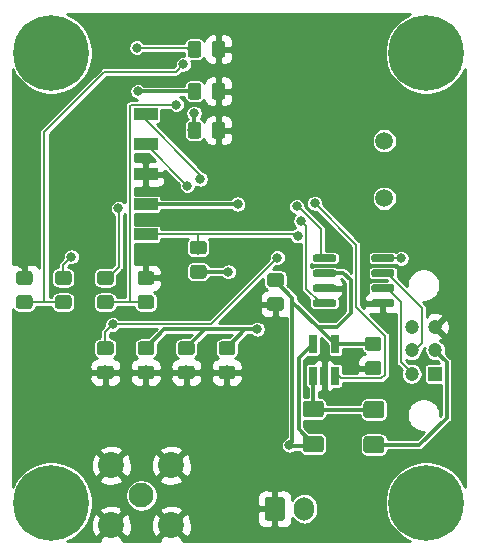
<source format=gbl>
G04 #@! TF.GenerationSoftware,KiCad,Pcbnew,(5.1.4)-1*
G04 #@! TF.CreationDate,2020-02-22T17:54:15-05:00*
G04 #@! TF.ProjectId,gps_2,6770735f-322e-46b6-9963-61645f706362,rev?*
G04 #@! TF.SameCoordinates,Original*
G04 #@! TF.FileFunction,Copper,L2,Bot*
G04 #@! TF.FilePolarity,Positive*
%FSLAX46Y46*%
G04 Gerber Fmt 4.6, Leading zero omitted, Abs format (unit mm)*
G04 Created by KiCad (PCBNEW (5.1.4)-1) date 2020-02-22 17:54:15*
%MOMM*%
%LPD*%
G04 APERTURE LIST*
%ADD10R,2.000000X1.000000*%
%ADD11C,1.200000*%
%ADD12R,1.200000X1.200000*%
%ADD13C,1.500000*%
%ADD14R,0.650000X1.560000*%
%ADD15C,6.400000*%
%ADD16C,0.100000*%
%ADD17C,1.150000*%
%ADD18C,1.425000*%
%ADD19C,0.600000*%
%ADD20C,1.700000*%
%ADD21O,1.700000X2.000000*%
%ADD22C,2.200000*%
%ADD23C,2.100000*%
%ADD24C,0.800000*%
%ADD25C,0.203200*%
%ADD26C,0.304800*%
%ADD27C,0.254000*%
G04 APERTURE END LIST*
D10*
X78105000Y-42291000D03*
X78105000Y-44831000D03*
X78105000Y-47371000D03*
X78105000Y-49911000D03*
X78105000Y-52451000D03*
D11*
X102616000Y-62262000D03*
D12*
X102616000Y-64262000D03*
D11*
X102616000Y-60262000D03*
X100616000Y-60262000D03*
X100616000Y-62262000D03*
X100616000Y-64262000D03*
D13*
X98298000Y-44523000D03*
X98298000Y-49403000D03*
D14*
X94157800Y-64414400D03*
X93207800Y-64414400D03*
X92257800Y-64414400D03*
X92257800Y-61714400D03*
X94157800Y-61714400D03*
D15*
X101854000Y-75184000D03*
X101854000Y-37084000D03*
X70104000Y-75184000D03*
X70104000Y-37084000D03*
D16*
G36*
X82008505Y-61511204D02*
G01*
X82032773Y-61514804D01*
X82056572Y-61520765D01*
X82079671Y-61529030D01*
X82101850Y-61539520D01*
X82122893Y-61552132D01*
X82142599Y-61566747D01*
X82160777Y-61583223D01*
X82177253Y-61601401D01*
X82191868Y-61621107D01*
X82204480Y-61642150D01*
X82214970Y-61664329D01*
X82223235Y-61687428D01*
X82229196Y-61711227D01*
X82232796Y-61735495D01*
X82234000Y-61759999D01*
X82234000Y-62410001D01*
X82232796Y-62434505D01*
X82229196Y-62458773D01*
X82223235Y-62482572D01*
X82214970Y-62505671D01*
X82204480Y-62527850D01*
X82191868Y-62548893D01*
X82177253Y-62568599D01*
X82160777Y-62586777D01*
X82142599Y-62603253D01*
X82122893Y-62617868D01*
X82101850Y-62630480D01*
X82079671Y-62640970D01*
X82056572Y-62649235D01*
X82032773Y-62655196D01*
X82008505Y-62658796D01*
X81984001Y-62660000D01*
X81083999Y-62660000D01*
X81059495Y-62658796D01*
X81035227Y-62655196D01*
X81011428Y-62649235D01*
X80988329Y-62640970D01*
X80966150Y-62630480D01*
X80945107Y-62617868D01*
X80925401Y-62603253D01*
X80907223Y-62586777D01*
X80890747Y-62568599D01*
X80876132Y-62548893D01*
X80863520Y-62527850D01*
X80853030Y-62505671D01*
X80844765Y-62482572D01*
X80838804Y-62458773D01*
X80835204Y-62434505D01*
X80834000Y-62410001D01*
X80834000Y-61759999D01*
X80835204Y-61735495D01*
X80838804Y-61711227D01*
X80844765Y-61687428D01*
X80853030Y-61664329D01*
X80863520Y-61642150D01*
X80876132Y-61621107D01*
X80890747Y-61601401D01*
X80907223Y-61583223D01*
X80925401Y-61566747D01*
X80945107Y-61552132D01*
X80966150Y-61539520D01*
X80988329Y-61529030D01*
X81011428Y-61520765D01*
X81035227Y-61514804D01*
X81059495Y-61511204D01*
X81083999Y-61510000D01*
X81984001Y-61510000D01*
X82008505Y-61511204D01*
X82008505Y-61511204D01*
G37*
D17*
X81534000Y-62085000D03*
D16*
G36*
X82008505Y-63561204D02*
G01*
X82032773Y-63564804D01*
X82056572Y-63570765D01*
X82079671Y-63579030D01*
X82101850Y-63589520D01*
X82122893Y-63602132D01*
X82142599Y-63616747D01*
X82160777Y-63633223D01*
X82177253Y-63651401D01*
X82191868Y-63671107D01*
X82204480Y-63692150D01*
X82214970Y-63714329D01*
X82223235Y-63737428D01*
X82229196Y-63761227D01*
X82232796Y-63785495D01*
X82234000Y-63809999D01*
X82234000Y-64460001D01*
X82232796Y-64484505D01*
X82229196Y-64508773D01*
X82223235Y-64532572D01*
X82214970Y-64555671D01*
X82204480Y-64577850D01*
X82191868Y-64598893D01*
X82177253Y-64618599D01*
X82160777Y-64636777D01*
X82142599Y-64653253D01*
X82122893Y-64667868D01*
X82101850Y-64680480D01*
X82079671Y-64690970D01*
X82056572Y-64699235D01*
X82032773Y-64705196D01*
X82008505Y-64708796D01*
X81984001Y-64710000D01*
X81083999Y-64710000D01*
X81059495Y-64708796D01*
X81035227Y-64705196D01*
X81011428Y-64699235D01*
X80988329Y-64690970D01*
X80966150Y-64680480D01*
X80945107Y-64667868D01*
X80925401Y-64653253D01*
X80907223Y-64636777D01*
X80890747Y-64618599D01*
X80876132Y-64598893D01*
X80863520Y-64577850D01*
X80853030Y-64555671D01*
X80844765Y-64532572D01*
X80838804Y-64508773D01*
X80835204Y-64484505D01*
X80834000Y-64460001D01*
X80834000Y-63809999D01*
X80835204Y-63785495D01*
X80838804Y-63761227D01*
X80844765Y-63737428D01*
X80853030Y-63714329D01*
X80863520Y-63692150D01*
X80876132Y-63671107D01*
X80890747Y-63651401D01*
X80907223Y-63633223D01*
X80925401Y-63616747D01*
X80945107Y-63602132D01*
X80966150Y-63589520D01*
X80988329Y-63579030D01*
X81011428Y-63570765D01*
X81035227Y-63564804D01*
X81059495Y-63561204D01*
X81083999Y-63560000D01*
X81984001Y-63560000D01*
X82008505Y-63561204D01*
X82008505Y-63561204D01*
G37*
D17*
X81534000Y-64135000D03*
D16*
G36*
X82569305Y-42938404D02*
G01*
X82593573Y-42942004D01*
X82617372Y-42947965D01*
X82640471Y-42956230D01*
X82662650Y-42966720D01*
X82683693Y-42979332D01*
X82703399Y-42993947D01*
X82721577Y-43010423D01*
X82738053Y-43028601D01*
X82752668Y-43048307D01*
X82765280Y-43069350D01*
X82775770Y-43091529D01*
X82784035Y-43114628D01*
X82789996Y-43138427D01*
X82793596Y-43162695D01*
X82794800Y-43187199D01*
X82794800Y-44087201D01*
X82793596Y-44111705D01*
X82789996Y-44135973D01*
X82784035Y-44159772D01*
X82775770Y-44182871D01*
X82765280Y-44205050D01*
X82752668Y-44226093D01*
X82738053Y-44245799D01*
X82721577Y-44263977D01*
X82703399Y-44280453D01*
X82683693Y-44295068D01*
X82662650Y-44307680D01*
X82640471Y-44318170D01*
X82617372Y-44326435D01*
X82593573Y-44332396D01*
X82569305Y-44335996D01*
X82544801Y-44337200D01*
X81894799Y-44337200D01*
X81870295Y-44335996D01*
X81846027Y-44332396D01*
X81822228Y-44326435D01*
X81799129Y-44318170D01*
X81776950Y-44307680D01*
X81755907Y-44295068D01*
X81736201Y-44280453D01*
X81718023Y-44263977D01*
X81701547Y-44245799D01*
X81686932Y-44226093D01*
X81674320Y-44205050D01*
X81663830Y-44182871D01*
X81655565Y-44159772D01*
X81649604Y-44135973D01*
X81646004Y-44111705D01*
X81644800Y-44087201D01*
X81644800Y-43187199D01*
X81646004Y-43162695D01*
X81649604Y-43138427D01*
X81655565Y-43114628D01*
X81663830Y-43091529D01*
X81674320Y-43069350D01*
X81686932Y-43048307D01*
X81701547Y-43028601D01*
X81718023Y-43010423D01*
X81736201Y-42993947D01*
X81755907Y-42979332D01*
X81776950Y-42966720D01*
X81799129Y-42956230D01*
X81822228Y-42947965D01*
X81846027Y-42942004D01*
X81870295Y-42938404D01*
X81894799Y-42937200D01*
X82544801Y-42937200D01*
X82569305Y-42938404D01*
X82569305Y-42938404D01*
G37*
D17*
X82219800Y-43637200D03*
D16*
G36*
X84619305Y-42938404D02*
G01*
X84643573Y-42942004D01*
X84667372Y-42947965D01*
X84690471Y-42956230D01*
X84712650Y-42966720D01*
X84733693Y-42979332D01*
X84753399Y-42993947D01*
X84771577Y-43010423D01*
X84788053Y-43028601D01*
X84802668Y-43048307D01*
X84815280Y-43069350D01*
X84825770Y-43091529D01*
X84834035Y-43114628D01*
X84839996Y-43138427D01*
X84843596Y-43162695D01*
X84844800Y-43187199D01*
X84844800Y-44087201D01*
X84843596Y-44111705D01*
X84839996Y-44135973D01*
X84834035Y-44159772D01*
X84825770Y-44182871D01*
X84815280Y-44205050D01*
X84802668Y-44226093D01*
X84788053Y-44245799D01*
X84771577Y-44263977D01*
X84753399Y-44280453D01*
X84733693Y-44295068D01*
X84712650Y-44307680D01*
X84690471Y-44318170D01*
X84667372Y-44326435D01*
X84643573Y-44332396D01*
X84619305Y-44335996D01*
X84594801Y-44337200D01*
X83944799Y-44337200D01*
X83920295Y-44335996D01*
X83896027Y-44332396D01*
X83872228Y-44326435D01*
X83849129Y-44318170D01*
X83826950Y-44307680D01*
X83805907Y-44295068D01*
X83786201Y-44280453D01*
X83768023Y-44263977D01*
X83751547Y-44245799D01*
X83736932Y-44226093D01*
X83724320Y-44205050D01*
X83713830Y-44182871D01*
X83705565Y-44159772D01*
X83699604Y-44135973D01*
X83696004Y-44111705D01*
X83694800Y-44087201D01*
X83694800Y-43187199D01*
X83696004Y-43162695D01*
X83699604Y-43138427D01*
X83705565Y-43114628D01*
X83713830Y-43091529D01*
X83724320Y-43069350D01*
X83736932Y-43048307D01*
X83751547Y-43028601D01*
X83768023Y-43010423D01*
X83786201Y-42993947D01*
X83805907Y-42979332D01*
X83826950Y-42966720D01*
X83849129Y-42956230D01*
X83872228Y-42947965D01*
X83896027Y-42942004D01*
X83920295Y-42938404D01*
X83944799Y-42937200D01*
X84594801Y-42937200D01*
X84619305Y-42938404D01*
X84619305Y-42938404D01*
G37*
D17*
X84269800Y-43637200D03*
D16*
G36*
X89552305Y-57779004D02*
G01*
X89576573Y-57782604D01*
X89600372Y-57788565D01*
X89623471Y-57796830D01*
X89645650Y-57807320D01*
X89666693Y-57819932D01*
X89686399Y-57834547D01*
X89704577Y-57851023D01*
X89721053Y-57869201D01*
X89735668Y-57888907D01*
X89748280Y-57909950D01*
X89758770Y-57932129D01*
X89767035Y-57955228D01*
X89772996Y-57979027D01*
X89776596Y-58003295D01*
X89777800Y-58027799D01*
X89777800Y-58677801D01*
X89776596Y-58702305D01*
X89772996Y-58726573D01*
X89767035Y-58750372D01*
X89758770Y-58773471D01*
X89748280Y-58795650D01*
X89735668Y-58816693D01*
X89721053Y-58836399D01*
X89704577Y-58854577D01*
X89686399Y-58871053D01*
X89666693Y-58885668D01*
X89645650Y-58898280D01*
X89623471Y-58908770D01*
X89600372Y-58917035D01*
X89576573Y-58922996D01*
X89552305Y-58926596D01*
X89527801Y-58927800D01*
X88627799Y-58927800D01*
X88603295Y-58926596D01*
X88579027Y-58922996D01*
X88555228Y-58917035D01*
X88532129Y-58908770D01*
X88509950Y-58898280D01*
X88488907Y-58885668D01*
X88469201Y-58871053D01*
X88451023Y-58854577D01*
X88434547Y-58836399D01*
X88419932Y-58816693D01*
X88407320Y-58795650D01*
X88396830Y-58773471D01*
X88388565Y-58750372D01*
X88382604Y-58726573D01*
X88379004Y-58702305D01*
X88377800Y-58677801D01*
X88377800Y-58027799D01*
X88379004Y-58003295D01*
X88382604Y-57979027D01*
X88388565Y-57955228D01*
X88396830Y-57932129D01*
X88407320Y-57909950D01*
X88419932Y-57888907D01*
X88434547Y-57869201D01*
X88451023Y-57851023D01*
X88469201Y-57834547D01*
X88488907Y-57819932D01*
X88509950Y-57807320D01*
X88532129Y-57796830D01*
X88555228Y-57788565D01*
X88579027Y-57782604D01*
X88603295Y-57779004D01*
X88627799Y-57777800D01*
X89527801Y-57777800D01*
X89552305Y-57779004D01*
X89552305Y-57779004D01*
G37*
D17*
X89077800Y-58352800D03*
D16*
G36*
X89552305Y-55729004D02*
G01*
X89576573Y-55732604D01*
X89600372Y-55738565D01*
X89623471Y-55746830D01*
X89645650Y-55757320D01*
X89666693Y-55769932D01*
X89686399Y-55784547D01*
X89704577Y-55801023D01*
X89721053Y-55819201D01*
X89735668Y-55838907D01*
X89748280Y-55859950D01*
X89758770Y-55882129D01*
X89767035Y-55905228D01*
X89772996Y-55929027D01*
X89776596Y-55953295D01*
X89777800Y-55977799D01*
X89777800Y-56627801D01*
X89776596Y-56652305D01*
X89772996Y-56676573D01*
X89767035Y-56700372D01*
X89758770Y-56723471D01*
X89748280Y-56745650D01*
X89735668Y-56766693D01*
X89721053Y-56786399D01*
X89704577Y-56804577D01*
X89686399Y-56821053D01*
X89666693Y-56835668D01*
X89645650Y-56848280D01*
X89623471Y-56858770D01*
X89600372Y-56867035D01*
X89576573Y-56872996D01*
X89552305Y-56876596D01*
X89527801Y-56877800D01*
X88627799Y-56877800D01*
X88603295Y-56876596D01*
X88579027Y-56872996D01*
X88555228Y-56867035D01*
X88532129Y-56858770D01*
X88509950Y-56848280D01*
X88488907Y-56835668D01*
X88469201Y-56821053D01*
X88451023Y-56804577D01*
X88434547Y-56786399D01*
X88419932Y-56766693D01*
X88407320Y-56745650D01*
X88396830Y-56723471D01*
X88388565Y-56700372D01*
X88382604Y-56676573D01*
X88379004Y-56652305D01*
X88377800Y-56627801D01*
X88377800Y-55977799D01*
X88379004Y-55953295D01*
X88382604Y-55929027D01*
X88388565Y-55905228D01*
X88396830Y-55882129D01*
X88407320Y-55859950D01*
X88419932Y-55838907D01*
X88434547Y-55819201D01*
X88451023Y-55801023D01*
X88469201Y-55784547D01*
X88488907Y-55769932D01*
X88509950Y-55757320D01*
X88532129Y-55746830D01*
X88555228Y-55738565D01*
X88579027Y-55732604D01*
X88603295Y-55729004D01*
X88627799Y-55727800D01*
X89527801Y-55727800D01*
X89552305Y-55729004D01*
X89552305Y-55729004D01*
G37*
D17*
X89077800Y-56302800D03*
D16*
G36*
X97832705Y-63198204D02*
G01*
X97856973Y-63201804D01*
X97880772Y-63207765D01*
X97903871Y-63216030D01*
X97926050Y-63226520D01*
X97947093Y-63239132D01*
X97966799Y-63253747D01*
X97984977Y-63270223D01*
X98001453Y-63288401D01*
X98016068Y-63308107D01*
X98028680Y-63329150D01*
X98039170Y-63351329D01*
X98047435Y-63374428D01*
X98053396Y-63398227D01*
X98056996Y-63422495D01*
X98058200Y-63446999D01*
X98058200Y-64097001D01*
X98056996Y-64121505D01*
X98053396Y-64145773D01*
X98047435Y-64169572D01*
X98039170Y-64192671D01*
X98028680Y-64214850D01*
X98016068Y-64235893D01*
X98001453Y-64255599D01*
X97984977Y-64273777D01*
X97966799Y-64290253D01*
X97947093Y-64304868D01*
X97926050Y-64317480D01*
X97903871Y-64327970D01*
X97880772Y-64336235D01*
X97856973Y-64342196D01*
X97832705Y-64345796D01*
X97808201Y-64347000D01*
X96908199Y-64347000D01*
X96883695Y-64345796D01*
X96859427Y-64342196D01*
X96835628Y-64336235D01*
X96812529Y-64327970D01*
X96790350Y-64317480D01*
X96769307Y-64304868D01*
X96749601Y-64290253D01*
X96731423Y-64273777D01*
X96714947Y-64255599D01*
X96700332Y-64235893D01*
X96687720Y-64214850D01*
X96677230Y-64192671D01*
X96668965Y-64169572D01*
X96663004Y-64145773D01*
X96659404Y-64121505D01*
X96658200Y-64097001D01*
X96658200Y-63446999D01*
X96659404Y-63422495D01*
X96663004Y-63398227D01*
X96668965Y-63374428D01*
X96677230Y-63351329D01*
X96687720Y-63329150D01*
X96700332Y-63308107D01*
X96714947Y-63288401D01*
X96731423Y-63270223D01*
X96749601Y-63253747D01*
X96769307Y-63239132D01*
X96790350Y-63226520D01*
X96812529Y-63216030D01*
X96835628Y-63207765D01*
X96859427Y-63201804D01*
X96883695Y-63198204D01*
X96908199Y-63197000D01*
X97808201Y-63197000D01*
X97832705Y-63198204D01*
X97832705Y-63198204D01*
G37*
D17*
X97358200Y-63772000D03*
D16*
G36*
X97832705Y-61148204D02*
G01*
X97856973Y-61151804D01*
X97880772Y-61157765D01*
X97903871Y-61166030D01*
X97926050Y-61176520D01*
X97947093Y-61189132D01*
X97966799Y-61203747D01*
X97984977Y-61220223D01*
X98001453Y-61238401D01*
X98016068Y-61258107D01*
X98028680Y-61279150D01*
X98039170Y-61301329D01*
X98047435Y-61324428D01*
X98053396Y-61348227D01*
X98056996Y-61372495D01*
X98058200Y-61396999D01*
X98058200Y-62047001D01*
X98056996Y-62071505D01*
X98053396Y-62095773D01*
X98047435Y-62119572D01*
X98039170Y-62142671D01*
X98028680Y-62164850D01*
X98016068Y-62185893D01*
X98001453Y-62205599D01*
X97984977Y-62223777D01*
X97966799Y-62240253D01*
X97947093Y-62254868D01*
X97926050Y-62267480D01*
X97903871Y-62277970D01*
X97880772Y-62286235D01*
X97856973Y-62292196D01*
X97832705Y-62295796D01*
X97808201Y-62297000D01*
X96908199Y-62297000D01*
X96883695Y-62295796D01*
X96859427Y-62292196D01*
X96835628Y-62286235D01*
X96812529Y-62277970D01*
X96790350Y-62267480D01*
X96769307Y-62254868D01*
X96749601Y-62240253D01*
X96731423Y-62223777D01*
X96714947Y-62205599D01*
X96700332Y-62185893D01*
X96687720Y-62164850D01*
X96677230Y-62142671D01*
X96668965Y-62119572D01*
X96663004Y-62095773D01*
X96659404Y-62071505D01*
X96658200Y-62047001D01*
X96658200Y-61396999D01*
X96659404Y-61372495D01*
X96663004Y-61348227D01*
X96668965Y-61324428D01*
X96677230Y-61301329D01*
X96687720Y-61279150D01*
X96700332Y-61258107D01*
X96714947Y-61238401D01*
X96731423Y-61220223D01*
X96749601Y-61203747D01*
X96769307Y-61189132D01*
X96790350Y-61176520D01*
X96812529Y-61166030D01*
X96835628Y-61157765D01*
X96859427Y-61151804D01*
X96883695Y-61148204D01*
X96908199Y-61147000D01*
X97808201Y-61147000D01*
X97832705Y-61148204D01*
X97832705Y-61148204D01*
G37*
D17*
X97358200Y-61722000D03*
D16*
G36*
X85437505Y-63561204D02*
G01*
X85461773Y-63564804D01*
X85485572Y-63570765D01*
X85508671Y-63579030D01*
X85530850Y-63589520D01*
X85551893Y-63602132D01*
X85571599Y-63616747D01*
X85589777Y-63633223D01*
X85606253Y-63651401D01*
X85620868Y-63671107D01*
X85633480Y-63692150D01*
X85643970Y-63714329D01*
X85652235Y-63737428D01*
X85658196Y-63761227D01*
X85661796Y-63785495D01*
X85663000Y-63809999D01*
X85663000Y-64460001D01*
X85661796Y-64484505D01*
X85658196Y-64508773D01*
X85652235Y-64532572D01*
X85643970Y-64555671D01*
X85633480Y-64577850D01*
X85620868Y-64598893D01*
X85606253Y-64618599D01*
X85589777Y-64636777D01*
X85571599Y-64653253D01*
X85551893Y-64667868D01*
X85530850Y-64680480D01*
X85508671Y-64690970D01*
X85485572Y-64699235D01*
X85461773Y-64705196D01*
X85437505Y-64708796D01*
X85413001Y-64710000D01*
X84512999Y-64710000D01*
X84488495Y-64708796D01*
X84464227Y-64705196D01*
X84440428Y-64699235D01*
X84417329Y-64690970D01*
X84395150Y-64680480D01*
X84374107Y-64667868D01*
X84354401Y-64653253D01*
X84336223Y-64636777D01*
X84319747Y-64618599D01*
X84305132Y-64598893D01*
X84292520Y-64577850D01*
X84282030Y-64555671D01*
X84273765Y-64532572D01*
X84267804Y-64508773D01*
X84264204Y-64484505D01*
X84263000Y-64460001D01*
X84263000Y-63809999D01*
X84264204Y-63785495D01*
X84267804Y-63761227D01*
X84273765Y-63737428D01*
X84282030Y-63714329D01*
X84292520Y-63692150D01*
X84305132Y-63671107D01*
X84319747Y-63651401D01*
X84336223Y-63633223D01*
X84354401Y-63616747D01*
X84374107Y-63602132D01*
X84395150Y-63589520D01*
X84417329Y-63579030D01*
X84440428Y-63570765D01*
X84464227Y-63564804D01*
X84488495Y-63561204D01*
X84512999Y-63560000D01*
X85413001Y-63560000D01*
X85437505Y-63561204D01*
X85437505Y-63561204D01*
G37*
D17*
X84963000Y-64135000D03*
D16*
G36*
X85437505Y-61511204D02*
G01*
X85461773Y-61514804D01*
X85485572Y-61520765D01*
X85508671Y-61529030D01*
X85530850Y-61539520D01*
X85551893Y-61552132D01*
X85571599Y-61566747D01*
X85589777Y-61583223D01*
X85606253Y-61601401D01*
X85620868Y-61621107D01*
X85633480Y-61642150D01*
X85643970Y-61664329D01*
X85652235Y-61687428D01*
X85658196Y-61711227D01*
X85661796Y-61735495D01*
X85663000Y-61759999D01*
X85663000Y-62410001D01*
X85661796Y-62434505D01*
X85658196Y-62458773D01*
X85652235Y-62482572D01*
X85643970Y-62505671D01*
X85633480Y-62527850D01*
X85620868Y-62548893D01*
X85606253Y-62568599D01*
X85589777Y-62586777D01*
X85571599Y-62603253D01*
X85551893Y-62617868D01*
X85530850Y-62630480D01*
X85508671Y-62640970D01*
X85485572Y-62649235D01*
X85461773Y-62655196D01*
X85437505Y-62658796D01*
X85413001Y-62660000D01*
X84512999Y-62660000D01*
X84488495Y-62658796D01*
X84464227Y-62655196D01*
X84440428Y-62649235D01*
X84417329Y-62640970D01*
X84395150Y-62630480D01*
X84374107Y-62617868D01*
X84354401Y-62603253D01*
X84336223Y-62586777D01*
X84319747Y-62568599D01*
X84305132Y-62548893D01*
X84292520Y-62527850D01*
X84282030Y-62505671D01*
X84273765Y-62482572D01*
X84267804Y-62458773D01*
X84264204Y-62434505D01*
X84263000Y-62410001D01*
X84263000Y-61759999D01*
X84264204Y-61735495D01*
X84267804Y-61711227D01*
X84273765Y-61687428D01*
X84282030Y-61664329D01*
X84292520Y-61642150D01*
X84305132Y-61621107D01*
X84319747Y-61601401D01*
X84336223Y-61583223D01*
X84354401Y-61566747D01*
X84374107Y-61552132D01*
X84395150Y-61539520D01*
X84417329Y-61529030D01*
X84440428Y-61520765D01*
X84464227Y-61514804D01*
X84488495Y-61511204D01*
X84512999Y-61510000D01*
X85413001Y-61510000D01*
X85437505Y-61511204D01*
X85437505Y-61511204D01*
G37*
D17*
X84963000Y-62085000D03*
D16*
G36*
X78579505Y-61511204D02*
G01*
X78603773Y-61514804D01*
X78627572Y-61520765D01*
X78650671Y-61529030D01*
X78672850Y-61539520D01*
X78693893Y-61552132D01*
X78713599Y-61566747D01*
X78731777Y-61583223D01*
X78748253Y-61601401D01*
X78762868Y-61621107D01*
X78775480Y-61642150D01*
X78785970Y-61664329D01*
X78794235Y-61687428D01*
X78800196Y-61711227D01*
X78803796Y-61735495D01*
X78805000Y-61759999D01*
X78805000Y-62410001D01*
X78803796Y-62434505D01*
X78800196Y-62458773D01*
X78794235Y-62482572D01*
X78785970Y-62505671D01*
X78775480Y-62527850D01*
X78762868Y-62548893D01*
X78748253Y-62568599D01*
X78731777Y-62586777D01*
X78713599Y-62603253D01*
X78693893Y-62617868D01*
X78672850Y-62630480D01*
X78650671Y-62640970D01*
X78627572Y-62649235D01*
X78603773Y-62655196D01*
X78579505Y-62658796D01*
X78555001Y-62660000D01*
X77654999Y-62660000D01*
X77630495Y-62658796D01*
X77606227Y-62655196D01*
X77582428Y-62649235D01*
X77559329Y-62640970D01*
X77537150Y-62630480D01*
X77516107Y-62617868D01*
X77496401Y-62603253D01*
X77478223Y-62586777D01*
X77461747Y-62568599D01*
X77447132Y-62548893D01*
X77434520Y-62527850D01*
X77424030Y-62505671D01*
X77415765Y-62482572D01*
X77409804Y-62458773D01*
X77406204Y-62434505D01*
X77405000Y-62410001D01*
X77405000Y-61759999D01*
X77406204Y-61735495D01*
X77409804Y-61711227D01*
X77415765Y-61687428D01*
X77424030Y-61664329D01*
X77434520Y-61642150D01*
X77447132Y-61621107D01*
X77461747Y-61601401D01*
X77478223Y-61583223D01*
X77496401Y-61566747D01*
X77516107Y-61552132D01*
X77537150Y-61539520D01*
X77559329Y-61529030D01*
X77582428Y-61520765D01*
X77606227Y-61514804D01*
X77630495Y-61511204D01*
X77654999Y-61510000D01*
X78555001Y-61510000D01*
X78579505Y-61511204D01*
X78579505Y-61511204D01*
G37*
D17*
X78105000Y-62085000D03*
D16*
G36*
X78579505Y-63561204D02*
G01*
X78603773Y-63564804D01*
X78627572Y-63570765D01*
X78650671Y-63579030D01*
X78672850Y-63589520D01*
X78693893Y-63602132D01*
X78713599Y-63616747D01*
X78731777Y-63633223D01*
X78748253Y-63651401D01*
X78762868Y-63671107D01*
X78775480Y-63692150D01*
X78785970Y-63714329D01*
X78794235Y-63737428D01*
X78800196Y-63761227D01*
X78803796Y-63785495D01*
X78805000Y-63809999D01*
X78805000Y-64460001D01*
X78803796Y-64484505D01*
X78800196Y-64508773D01*
X78794235Y-64532572D01*
X78785970Y-64555671D01*
X78775480Y-64577850D01*
X78762868Y-64598893D01*
X78748253Y-64618599D01*
X78731777Y-64636777D01*
X78713599Y-64653253D01*
X78693893Y-64667868D01*
X78672850Y-64680480D01*
X78650671Y-64690970D01*
X78627572Y-64699235D01*
X78603773Y-64705196D01*
X78579505Y-64708796D01*
X78555001Y-64710000D01*
X77654999Y-64710000D01*
X77630495Y-64708796D01*
X77606227Y-64705196D01*
X77582428Y-64699235D01*
X77559329Y-64690970D01*
X77537150Y-64680480D01*
X77516107Y-64667868D01*
X77496401Y-64653253D01*
X77478223Y-64636777D01*
X77461747Y-64618599D01*
X77447132Y-64598893D01*
X77434520Y-64577850D01*
X77424030Y-64555671D01*
X77415765Y-64532572D01*
X77409804Y-64508773D01*
X77406204Y-64484505D01*
X77405000Y-64460001D01*
X77405000Y-63809999D01*
X77406204Y-63785495D01*
X77409804Y-63761227D01*
X77415765Y-63737428D01*
X77424030Y-63714329D01*
X77434520Y-63692150D01*
X77447132Y-63671107D01*
X77461747Y-63651401D01*
X77478223Y-63633223D01*
X77496401Y-63616747D01*
X77516107Y-63602132D01*
X77537150Y-63589520D01*
X77559329Y-63579030D01*
X77582428Y-63570765D01*
X77606227Y-63564804D01*
X77630495Y-63561204D01*
X77654999Y-63560000D01*
X78555001Y-63560000D01*
X78579505Y-63561204D01*
X78579505Y-63561204D01*
G37*
D17*
X78105000Y-64135000D03*
D16*
G36*
X78579505Y-55560204D02*
G01*
X78603773Y-55563804D01*
X78627572Y-55569765D01*
X78650671Y-55578030D01*
X78672850Y-55588520D01*
X78693893Y-55601132D01*
X78713599Y-55615747D01*
X78731777Y-55632223D01*
X78748253Y-55650401D01*
X78762868Y-55670107D01*
X78775480Y-55691150D01*
X78785970Y-55713329D01*
X78794235Y-55736428D01*
X78800196Y-55760227D01*
X78803796Y-55784495D01*
X78805000Y-55808999D01*
X78805000Y-56459001D01*
X78803796Y-56483505D01*
X78800196Y-56507773D01*
X78794235Y-56531572D01*
X78785970Y-56554671D01*
X78775480Y-56576850D01*
X78762868Y-56597893D01*
X78748253Y-56617599D01*
X78731777Y-56635777D01*
X78713599Y-56652253D01*
X78693893Y-56666868D01*
X78672850Y-56679480D01*
X78650671Y-56689970D01*
X78627572Y-56698235D01*
X78603773Y-56704196D01*
X78579505Y-56707796D01*
X78555001Y-56709000D01*
X77654999Y-56709000D01*
X77630495Y-56707796D01*
X77606227Y-56704196D01*
X77582428Y-56698235D01*
X77559329Y-56689970D01*
X77537150Y-56679480D01*
X77516107Y-56666868D01*
X77496401Y-56652253D01*
X77478223Y-56635777D01*
X77461747Y-56617599D01*
X77447132Y-56597893D01*
X77434520Y-56576850D01*
X77424030Y-56554671D01*
X77415765Y-56531572D01*
X77409804Y-56507773D01*
X77406204Y-56483505D01*
X77405000Y-56459001D01*
X77405000Y-55808999D01*
X77406204Y-55784495D01*
X77409804Y-55760227D01*
X77415765Y-55736428D01*
X77424030Y-55713329D01*
X77434520Y-55691150D01*
X77447132Y-55670107D01*
X77461747Y-55650401D01*
X77478223Y-55632223D01*
X77496401Y-55615747D01*
X77516107Y-55601132D01*
X77537150Y-55588520D01*
X77559329Y-55578030D01*
X77582428Y-55569765D01*
X77606227Y-55563804D01*
X77630495Y-55560204D01*
X77654999Y-55559000D01*
X78555001Y-55559000D01*
X78579505Y-55560204D01*
X78579505Y-55560204D01*
G37*
D17*
X78105000Y-56134000D03*
D16*
G36*
X78579505Y-57610204D02*
G01*
X78603773Y-57613804D01*
X78627572Y-57619765D01*
X78650671Y-57628030D01*
X78672850Y-57638520D01*
X78693893Y-57651132D01*
X78713599Y-57665747D01*
X78731777Y-57682223D01*
X78748253Y-57700401D01*
X78762868Y-57720107D01*
X78775480Y-57741150D01*
X78785970Y-57763329D01*
X78794235Y-57786428D01*
X78800196Y-57810227D01*
X78803796Y-57834495D01*
X78805000Y-57858999D01*
X78805000Y-58509001D01*
X78803796Y-58533505D01*
X78800196Y-58557773D01*
X78794235Y-58581572D01*
X78785970Y-58604671D01*
X78775480Y-58626850D01*
X78762868Y-58647893D01*
X78748253Y-58667599D01*
X78731777Y-58685777D01*
X78713599Y-58702253D01*
X78693893Y-58716868D01*
X78672850Y-58729480D01*
X78650671Y-58739970D01*
X78627572Y-58748235D01*
X78603773Y-58754196D01*
X78579505Y-58757796D01*
X78555001Y-58759000D01*
X77654999Y-58759000D01*
X77630495Y-58757796D01*
X77606227Y-58754196D01*
X77582428Y-58748235D01*
X77559329Y-58739970D01*
X77537150Y-58729480D01*
X77516107Y-58716868D01*
X77496401Y-58702253D01*
X77478223Y-58685777D01*
X77461747Y-58667599D01*
X77447132Y-58647893D01*
X77434520Y-58626850D01*
X77424030Y-58604671D01*
X77415765Y-58581572D01*
X77409804Y-58557773D01*
X77406204Y-58533505D01*
X77405000Y-58509001D01*
X77405000Y-57858999D01*
X77406204Y-57834495D01*
X77409804Y-57810227D01*
X77415765Y-57786428D01*
X77424030Y-57763329D01*
X77434520Y-57741150D01*
X77447132Y-57720107D01*
X77461747Y-57700401D01*
X77478223Y-57682223D01*
X77496401Y-57665747D01*
X77516107Y-57651132D01*
X77537150Y-57638520D01*
X77559329Y-57628030D01*
X77582428Y-57619765D01*
X77606227Y-57613804D01*
X77630495Y-57610204D01*
X77654999Y-57609000D01*
X78555001Y-57609000D01*
X78579505Y-57610204D01*
X78579505Y-57610204D01*
G37*
D17*
X78105000Y-58184000D03*
D16*
G36*
X68292505Y-57610204D02*
G01*
X68316773Y-57613804D01*
X68340572Y-57619765D01*
X68363671Y-57628030D01*
X68385850Y-57638520D01*
X68406893Y-57651132D01*
X68426599Y-57665747D01*
X68444777Y-57682223D01*
X68461253Y-57700401D01*
X68475868Y-57720107D01*
X68488480Y-57741150D01*
X68498970Y-57763329D01*
X68507235Y-57786428D01*
X68513196Y-57810227D01*
X68516796Y-57834495D01*
X68518000Y-57858999D01*
X68518000Y-58509001D01*
X68516796Y-58533505D01*
X68513196Y-58557773D01*
X68507235Y-58581572D01*
X68498970Y-58604671D01*
X68488480Y-58626850D01*
X68475868Y-58647893D01*
X68461253Y-58667599D01*
X68444777Y-58685777D01*
X68426599Y-58702253D01*
X68406893Y-58716868D01*
X68385850Y-58729480D01*
X68363671Y-58739970D01*
X68340572Y-58748235D01*
X68316773Y-58754196D01*
X68292505Y-58757796D01*
X68268001Y-58759000D01*
X67367999Y-58759000D01*
X67343495Y-58757796D01*
X67319227Y-58754196D01*
X67295428Y-58748235D01*
X67272329Y-58739970D01*
X67250150Y-58729480D01*
X67229107Y-58716868D01*
X67209401Y-58702253D01*
X67191223Y-58685777D01*
X67174747Y-58667599D01*
X67160132Y-58647893D01*
X67147520Y-58626850D01*
X67137030Y-58604671D01*
X67128765Y-58581572D01*
X67122804Y-58557773D01*
X67119204Y-58533505D01*
X67118000Y-58509001D01*
X67118000Y-57858999D01*
X67119204Y-57834495D01*
X67122804Y-57810227D01*
X67128765Y-57786428D01*
X67137030Y-57763329D01*
X67147520Y-57741150D01*
X67160132Y-57720107D01*
X67174747Y-57700401D01*
X67191223Y-57682223D01*
X67209401Y-57665747D01*
X67229107Y-57651132D01*
X67250150Y-57638520D01*
X67272329Y-57628030D01*
X67295428Y-57619765D01*
X67319227Y-57613804D01*
X67343495Y-57610204D01*
X67367999Y-57609000D01*
X68268001Y-57609000D01*
X68292505Y-57610204D01*
X68292505Y-57610204D01*
G37*
D17*
X67818000Y-58184000D03*
D16*
G36*
X68292505Y-55560204D02*
G01*
X68316773Y-55563804D01*
X68340572Y-55569765D01*
X68363671Y-55578030D01*
X68385850Y-55588520D01*
X68406893Y-55601132D01*
X68426599Y-55615747D01*
X68444777Y-55632223D01*
X68461253Y-55650401D01*
X68475868Y-55670107D01*
X68488480Y-55691150D01*
X68498970Y-55713329D01*
X68507235Y-55736428D01*
X68513196Y-55760227D01*
X68516796Y-55784495D01*
X68518000Y-55808999D01*
X68518000Y-56459001D01*
X68516796Y-56483505D01*
X68513196Y-56507773D01*
X68507235Y-56531572D01*
X68498970Y-56554671D01*
X68488480Y-56576850D01*
X68475868Y-56597893D01*
X68461253Y-56617599D01*
X68444777Y-56635777D01*
X68426599Y-56652253D01*
X68406893Y-56666868D01*
X68385850Y-56679480D01*
X68363671Y-56689970D01*
X68340572Y-56698235D01*
X68316773Y-56704196D01*
X68292505Y-56707796D01*
X68268001Y-56709000D01*
X67367999Y-56709000D01*
X67343495Y-56707796D01*
X67319227Y-56704196D01*
X67295428Y-56698235D01*
X67272329Y-56689970D01*
X67250150Y-56679480D01*
X67229107Y-56666868D01*
X67209401Y-56652253D01*
X67191223Y-56635777D01*
X67174747Y-56617599D01*
X67160132Y-56597893D01*
X67147520Y-56576850D01*
X67137030Y-56554671D01*
X67128765Y-56531572D01*
X67122804Y-56507773D01*
X67119204Y-56483505D01*
X67118000Y-56459001D01*
X67118000Y-55808999D01*
X67119204Y-55784495D01*
X67122804Y-55760227D01*
X67128765Y-55736428D01*
X67137030Y-55713329D01*
X67147520Y-55691150D01*
X67160132Y-55670107D01*
X67174747Y-55650401D01*
X67191223Y-55632223D01*
X67209401Y-55615747D01*
X67229107Y-55601132D01*
X67250150Y-55588520D01*
X67272329Y-55578030D01*
X67295428Y-55569765D01*
X67319227Y-55563804D01*
X67343495Y-55560204D01*
X67367999Y-55559000D01*
X68268001Y-55559000D01*
X68292505Y-55560204D01*
X68292505Y-55560204D01*
G37*
D17*
X67818000Y-56134000D03*
D16*
G36*
X75150505Y-63561204D02*
G01*
X75174773Y-63564804D01*
X75198572Y-63570765D01*
X75221671Y-63579030D01*
X75243850Y-63589520D01*
X75264893Y-63602132D01*
X75284599Y-63616747D01*
X75302777Y-63633223D01*
X75319253Y-63651401D01*
X75333868Y-63671107D01*
X75346480Y-63692150D01*
X75356970Y-63714329D01*
X75365235Y-63737428D01*
X75371196Y-63761227D01*
X75374796Y-63785495D01*
X75376000Y-63809999D01*
X75376000Y-64460001D01*
X75374796Y-64484505D01*
X75371196Y-64508773D01*
X75365235Y-64532572D01*
X75356970Y-64555671D01*
X75346480Y-64577850D01*
X75333868Y-64598893D01*
X75319253Y-64618599D01*
X75302777Y-64636777D01*
X75284599Y-64653253D01*
X75264893Y-64667868D01*
X75243850Y-64680480D01*
X75221671Y-64690970D01*
X75198572Y-64699235D01*
X75174773Y-64705196D01*
X75150505Y-64708796D01*
X75126001Y-64710000D01*
X74225999Y-64710000D01*
X74201495Y-64708796D01*
X74177227Y-64705196D01*
X74153428Y-64699235D01*
X74130329Y-64690970D01*
X74108150Y-64680480D01*
X74087107Y-64667868D01*
X74067401Y-64653253D01*
X74049223Y-64636777D01*
X74032747Y-64618599D01*
X74018132Y-64598893D01*
X74005520Y-64577850D01*
X73995030Y-64555671D01*
X73986765Y-64532572D01*
X73980804Y-64508773D01*
X73977204Y-64484505D01*
X73976000Y-64460001D01*
X73976000Y-63809999D01*
X73977204Y-63785495D01*
X73980804Y-63761227D01*
X73986765Y-63737428D01*
X73995030Y-63714329D01*
X74005520Y-63692150D01*
X74018132Y-63671107D01*
X74032747Y-63651401D01*
X74049223Y-63633223D01*
X74067401Y-63616747D01*
X74087107Y-63602132D01*
X74108150Y-63589520D01*
X74130329Y-63579030D01*
X74153428Y-63570765D01*
X74177227Y-63564804D01*
X74201495Y-63561204D01*
X74225999Y-63560000D01*
X75126001Y-63560000D01*
X75150505Y-63561204D01*
X75150505Y-63561204D01*
G37*
D17*
X74676000Y-64135000D03*
D16*
G36*
X75150505Y-61511204D02*
G01*
X75174773Y-61514804D01*
X75198572Y-61520765D01*
X75221671Y-61529030D01*
X75243850Y-61539520D01*
X75264893Y-61552132D01*
X75284599Y-61566747D01*
X75302777Y-61583223D01*
X75319253Y-61601401D01*
X75333868Y-61621107D01*
X75346480Y-61642150D01*
X75356970Y-61664329D01*
X75365235Y-61687428D01*
X75371196Y-61711227D01*
X75374796Y-61735495D01*
X75376000Y-61759999D01*
X75376000Y-62410001D01*
X75374796Y-62434505D01*
X75371196Y-62458773D01*
X75365235Y-62482572D01*
X75356970Y-62505671D01*
X75346480Y-62527850D01*
X75333868Y-62548893D01*
X75319253Y-62568599D01*
X75302777Y-62586777D01*
X75284599Y-62603253D01*
X75264893Y-62617868D01*
X75243850Y-62630480D01*
X75221671Y-62640970D01*
X75198572Y-62649235D01*
X75174773Y-62655196D01*
X75150505Y-62658796D01*
X75126001Y-62660000D01*
X74225999Y-62660000D01*
X74201495Y-62658796D01*
X74177227Y-62655196D01*
X74153428Y-62649235D01*
X74130329Y-62640970D01*
X74108150Y-62630480D01*
X74087107Y-62617868D01*
X74067401Y-62603253D01*
X74049223Y-62586777D01*
X74032747Y-62568599D01*
X74018132Y-62548893D01*
X74005520Y-62527850D01*
X73995030Y-62505671D01*
X73986765Y-62482572D01*
X73980804Y-62458773D01*
X73977204Y-62434505D01*
X73976000Y-62410001D01*
X73976000Y-61759999D01*
X73977204Y-61735495D01*
X73980804Y-61711227D01*
X73986765Y-61687428D01*
X73995030Y-61664329D01*
X74005520Y-61642150D01*
X74018132Y-61621107D01*
X74032747Y-61601401D01*
X74049223Y-61583223D01*
X74067401Y-61566747D01*
X74087107Y-61552132D01*
X74108150Y-61539520D01*
X74130329Y-61529030D01*
X74153428Y-61520765D01*
X74177227Y-61514804D01*
X74201495Y-61511204D01*
X74225999Y-61510000D01*
X75126001Y-61510000D01*
X75150505Y-61511204D01*
X75150505Y-61511204D01*
G37*
D17*
X74676000Y-62085000D03*
D16*
G36*
X98058504Y-69548304D02*
G01*
X98082773Y-69551904D01*
X98106571Y-69557865D01*
X98129671Y-69566130D01*
X98151849Y-69576620D01*
X98172893Y-69589233D01*
X98192598Y-69603847D01*
X98210777Y-69620323D01*
X98227253Y-69638502D01*
X98241867Y-69658207D01*
X98254480Y-69679251D01*
X98264970Y-69701429D01*
X98273235Y-69724529D01*
X98279196Y-69748327D01*
X98282796Y-69772596D01*
X98284000Y-69797100D01*
X98284000Y-70722100D01*
X98282796Y-70746604D01*
X98279196Y-70770873D01*
X98273235Y-70794671D01*
X98264970Y-70817771D01*
X98254480Y-70839949D01*
X98241867Y-70860993D01*
X98227253Y-70880698D01*
X98210777Y-70898877D01*
X98192598Y-70915353D01*
X98172893Y-70929967D01*
X98151849Y-70942580D01*
X98129671Y-70953070D01*
X98106571Y-70961335D01*
X98082773Y-70967296D01*
X98058504Y-70970896D01*
X98034000Y-70972100D01*
X96784000Y-70972100D01*
X96759496Y-70970896D01*
X96735227Y-70967296D01*
X96711429Y-70961335D01*
X96688329Y-70953070D01*
X96666151Y-70942580D01*
X96645107Y-70929967D01*
X96625402Y-70915353D01*
X96607223Y-70898877D01*
X96590747Y-70880698D01*
X96576133Y-70860993D01*
X96563520Y-70839949D01*
X96553030Y-70817771D01*
X96544765Y-70794671D01*
X96538804Y-70770873D01*
X96535204Y-70746604D01*
X96534000Y-70722100D01*
X96534000Y-69797100D01*
X96535204Y-69772596D01*
X96538804Y-69748327D01*
X96544765Y-69724529D01*
X96553030Y-69701429D01*
X96563520Y-69679251D01*
X96576133Y-69658207D01*
X96590747Y-69638502D01*
X96607223Y-69620323D01*
X96625402Y-69603847D01*
X96645107Y-69589233D01*
X96666151Y-69576620D01*
X96688329Y-69566130D01*
X96711429Y-69557865D01*
X96735227Y-69551904D01*
X96759496Y-69548304D01*
X96784000Y-69547100D01*
X98034000Y-69547100D01*
X98058504Y-69548304D01*
X98058504Y-69548304D01*
G37*
D18*
X97409000Y-70259600D03*
D16*
G36*
X98058504Y-66573304D02*
G01*
X98082773Y-66576904D01*
X98106571Y-66582865D01*
X98129671Y-66591130D01*
X98151849Y-66601620D01*
X98172893Y-66614233D01*
X98192598Y-66628847D01*
X98210777Y-66645323D01*
X98227253Y-66663502D01*
X98241867Y-66683207D01*
X98254480Y-66704251D01*
X98264970Y-66726429D01*
X98273235Y-66749529D01*
X98279196Y-66773327D01*
X98282796Y-66797596D01*
X98284000Y-66822100D01*
X98284000Y-67747100D01*
X98282796Y-67771604D01*
X98279196Y-67795873D01*
X98273235Y-67819671D01*
X98264970Y-67842771D01*
X98254480Y-67864949D01*
X98241867Y-67885993D01*
X98227253Y-67905698D01*
X98210777Y-67923877D01*
X98192598Y-67940353D01*
X98172893Y-67954967D01*
X98151849Y-67967580D01*
X98129671Y-67978070D01*
X98106571Y-67986335D01*
X98082773Y-67992296D01*
X98058504Y-67995896D01*
X98034000Y-67997100D01*
X96784000Y-67997100D01*
X96759496Y-67995896D01*
X96735227Y-67992296D01*
X96711429Y-67986335D01*
X96688329Y-67978070D01*
X96666151Y-67967580D01*
X96645107Y-67954967D01*
X96625402Y-67940353D01*
X96607223Y-67923877D01*
X96590747Y-67905698D01*
X96576133Y-67885993D01*
X96563520Y-67864949D01*
X96553030Y-67842771D01*
X96544765Y-67819671D01*
X96538804Y-67795873D01*
X96535204Y-67771604D01*
X96534000Y-67747100D01*
X96534000Y-66822100D01*
X96535204Y-66797596D01*
X96538804Y-66773327D01*
X96544765Y-66749529D01*
X96553030Y-66726429D01*
X96563520Y-66704251D01*
X96576133Y-66683207D01*
X96590747Y-66663502D01*
X96607223Y-66645323D01*
X96625402Y-66628847D01*
X96645107Y-66614233D01*
X96666151Y-66601620D01*
X96688329Y-66591130D01*
X96711429Y-66582865D01*
X96735227Y-66576904D01*
X96759496Y-66573304D01*
X96784000Y-66572100D01*
X98034000Y-66572100D01*
X98058504Y-66573304D01*
X98058504Y-66573304D01*
G37*
D18*
X97409000Y-67284600D03*
D16*
G36*
X75150505Y-55560204D02*
G01*
X75174773Y-55563804D01*
X75198572Y-55569765D01*
X75221671Y-55578030D01*
X75243850Y-55588520D01*
X75264893Y-55601132D01*
X75284599Y-55615747D01*
X75302777Y-55632223D01*
X75319253Y-55650401D01*
X75333868Y-55670107D01*
X75346480Y-55691150D01*
X75356970Y-55713329D01*
X75365235Y-55736428D01*
X75371196Y-55760227D01*
X75374796Y-55784495D01*
X75376000Y-55808999D01*
X75376000Y-56459001D01*
X75374796Y-56483505D01*
X75371196Y-56507773D01*
X75365235Y-56531572D01*
X75356970Y-56554671D01*
X75346480Y-56576850D01*
X75333868Y-56597893D01*
X75319253Y-56617599D01*
X75302777Y-56635777D01*
X75284599Y-56652253D01*
X75264893Y-56666868D01*
X75243850Y-56679480D01*
X75221671Y-56689970D01*
X75198572Y-56698235D01*
X75174773Y-56704196D01*
X75150505Y-56707796D01*
X75126001Y-56709000D01*
X74225999Y-56709000D01*
X74201495Y-56707796D01*
X74177227Y-56704196D01*
X74153428Y-56698235D01*
X74130329Y-56689970D01*
X74108150Y-56679480D01*
X74087107Y-56666868D01*
X74067401Y-56652253D01*
X74049223Y-56635777D01*
X74032747Y-56617599D01*
X74018132Y-56597893D01*
X74005520Y-56576850D01*
X73995030Y-56554671D01*
X73986765Y-56531572D01*
X73980804Y-56507773D01*
X73977204Y-56483505D01*
X73976000Y-56459001D01*
X73976000Y-55808999D01*
X73977204Y-55784495D01*
X73980804Y-55760227D01*
X73986765Y-55736428D01*
X73995030Y-55713329D01*
X74005520Y-55691150D01*
X74018132Y-55670107D01*
X74032747Y-55650401D01*
X74049223Y-55632223D01*
X74067401Y-55615747D01*
X74087107Y-55601132D01*
X74108150Y-55588520D01*
X74130329Y-55578030D01*
X74153428Y-55569765D01*
X74177227Y-55563804D01*
X74201495Y-55560204D01*
X74225999Y-55559000D01*
X75126001Y-55559000D01*
X75150505Y-55560204D01*
X75150505Y-55560204D01*
G37*
D17*
X74676000Y-56134000D03*
D16*
G36*
X75150505Y-57610204D02*
G01*
X75174773Y-57613804D01*
X75198572Y-57619765D01*
X75221671Y-57628030D01*
X75243850Y-57638520D01*
X75264893Y-57651132D01*
X75284599Y-57665747D01*
X75302777Y-57682223D01*
X75319253Y-57700401D01*
X75333868Y-57720107D01*
X75346480Y-57741150D01*
X75356970Y-57763329D01*
X75365235Y-57786428D01*
X75371196Y-57810227D01*
X75374796Y-57834495D01*
X75376000Y-57858999D01*
X75376000Y-58509001D01*
X75374796Y-58533505D01*
X75371196Y-58557773D01*
X75365235Y-58581572D01*
X75356970Y-58604671D01*
X75346480Y-58626850D01*
X75333868Y-58647893D01*
X75319253Y-58667599D01*
X75302777Y-58685777D01*
X75284599Y-58702253D01*
X75264893Y-58716868D01*
X75243850Y-58729480D01*
X75221671Y-58739970D01*
X75198572Y-58748235D01*
X75174773Y-58754196D01*
X75150505Y-58757796D01*
X75126001Y-58759000D01*
X74225999Y-58759000D01*
X74201495Y-58757796D01*
X74177227Y-58754196D01*
X74153428Y-58748235D01*
X74130329Y-58739970D01*
X74108150Y-58729480D01*
X74087107Y-58716868D01*
X74067401Y-58702253D01*
X74049223Y-58685777D01*
X74032747Y-58667599D01*
X74018132Y-58647893D01*
X74005520Y-58626850D01*
X73995030Y-58604671D01*
X73986765Y-58581572D01*
X73980804Y-58557773D01*
X73977204Y-58533505D01*
X73976000Y-58509001D01*
X73976000Y-57858999D01*
X73977204Y-57834495D01*
X73980804Y-57810227D01*
X73986765Y-57786428D01*
X73995030Y-57763329D01*
X74005520Y-57741150D01*
X74018132Y-57720107D01*
X74032747Y-57700401D01*
X74049223Y-57682223D01*
X74067401Y-57665747D01*
X74087107Y-57651132D01*
X74108150Y-57638520D01*
X74130329Y-57628030D01*
X74153428Y-57619765D01*
X74177227Y-57613804D01*
X74201495Y-57610204D01*
X74225999Y-57609000D01*
X75126001Y-57609000D01*
X75150505Y-57610204D01*
X75150505Y-57610204D01*
G37*
D17*
X74676000Y-58184000D03*
D16*
G36*
X71594505Y-57610204D02*
G01*
X71618773Y-57613804D01*
X71642572Y-57619765D01*
X71665671Y-57628030D01*
X71687850Y-57638520D01*
X71708893Y-57651132D01*
X71728599Y-57665747D01*
X71746777Y-57682223D01*
X71763253Y-57700401D01*
X71777868Y-57720107D01*
X71790480Y-57741150D01*
X71800970Y-57763329D01*
X71809235Y-57786428D01*
X71815196Y-57810227D01*
X71818796Y-57834495D01*
X71820000Y-57858999D01*
X71820000Y-58509001D01*
X71818796Y-58533505D01*
X71815196Y-58557773D01*
X71809235Y-58581572D01*
X71800970Y-58604671D01*
X71790480Y-58626850D01*
X71777868Y-58647893D01*
X71763253Y-58667599D01*
X71746777Y-58685777D01*
X71728599Y-58702253D01*
X71708893Y-58716868D01*
X71687850Y-58729480D01*
X71665671Y-58739970D01*
X71642572Y-58748235D01*
X71618773Y-58754196D01*
X71594505Y-58757796D01*
X71570001Y-58759000D01*
X70669999Y-58759000D01*
X70645495Y-58757796D01*
X70621227Y-58754196D01*
X70597428Y-58748235D01*
X70574329Y-58739970D01*
X70552150Y-58729480D01*
X70531107Y-58716868D01*
X70511401Y-58702253D01*
X70493223Y-58685777D01*
X70476747Y-58667599D01*
X70462132Y-58647893D01*
X70449520Y-58626850D01*
X70439030Y-58604671D01*
X70430765Y-58581572D01*
X70424804Y-58557773D01*
X70421204Y-58533505D01*
X70420000Y-58509001D01*
X70420000Y-57858999D01*
X70421204Y-57834495D01*
X70424804Y-57810227D01*
X70430765Y-57786428D01*
X70439030Y-57763329D01*
X70449520Y-57741150D01*
X70462132Y-57720107D01*
X70476747Y-57700401D01*
X70493223Y-57682223D01*
X70511401Y-57665747D01*
X70531107Y-57651132D01*
X70552150Y-57638520D01*
X70574329Y-57628030D01*
X70597428Y-57619765D01*
X70621227Y-57613804D01*
X70645495Y-57610204D01*
X70669999Y-57609000D01*
X71570001Y-57609000D01*
X71594505Y-57610204D01*
X71594505Y-57610204D01*
G37*
D17*
X71120000Y-58184000D03*
D16*
G36*
X71594505Y-55560204D02*
G01*
X71618773Y-55563804D01*
X71642572Y-55569765D01*
X71665671Y-55578030D01*
X71687850Y-55588520D01*
X71708893Y-55601132D01*
X71728599Y-55615747D01*
X71746777Y-55632223D01*
X71763253Y-55650401D01*
X71777868Y-55670107D01*
X71790480Y-55691150D01*
X71800970Y-55713329D01*
X71809235Y-55736428D01*
X71815196Y-55760227D01*
X71818796Y-55784495D01*
X71820000Y-55808999D01*
X71820000Y-56459001D01*
X71818796Y-56483505D01*
X71815196Y-56507773D01*
X71809235Y-56531572D01*
X71800970Y-56554671D01*
X71790480Y-56576850D01*
X71777868Y-56597893D01*
X71763253Y-56617599D01*
X71746777Y-56635777D01*
X71728599Y-56652253D01*
X71708893Y-56666868D01*
X71687850Y-56679480D01*
X71665671Y-56689970D01*
X71642572Y-56698235D01*
X71618773Y-56704196D01*
X71594505Y-56707796D01*
X71570001Y-56709000D01*
X70669999Y-56709000D01*
X70645495Y-56707796D01*
X70621227Y-56704196D01*
X70597428Y-56698235D01*
X70574329Y-56689970D01*
X70552150Y-56679480D01*
X70531107Y-56666868D01*
X70511401Y-56652253D01*
X70493223Y-56635777D01*
X70476747Y-56617599D01*
X70462132Y-56597893D01*
X70449520Y-56576850D01*
X70439030Y-56554671D01*
X70430765Y-56531572D01*
X70424804Y-56507773D01*
X70421204Y-56483505D01*
X70420000Y-56459001D01*
X70420000Y-55808999D01*
X70421204Y-55784495D01*
X70424804Y-55760227D01*
X70430765Y-55736428D01*
X70439030Y-55713329D01*
X70449520Y-55691150D01*
X70462132Y-55670107D01*
X70476747Y-55650401D01*
X70493223Y-55632223D01*
X70511401Y-55615747D01*
X70531107Y-55601132D01*
X70552150Y-55588520D01*
X70574329Y-55578030D01*
X70597428Y-55569765D01*
X70621227Y-55563804D01*
X70645495Y-55560204D01*
X70669999Y-55559000D01*
X71570001Y-55559000D01*
X71594505Y-55560204D01*
X71594505Y-55560204D01*
G37*
D17*
X71120000Y-56134000D03*
D16*
G36*
X83024505Y-55044804D02*
G01*
X83048773Y-55048404D01*
X83072572Y-55054365D01*
X83095671Y-55062630D01*
X83117850Y-55073120D01*
X83138893Y-55085732D01*
X83158599Y-55100347D01*
X83176777Y-55116823D01*
X83193253Y-55135001D01*
X83207868Y-55154707D01*
X83220480Y-55175750D01*
X83230970Y-55197929D01*
X83239235Y-55221028D01*
X83245196Y-55244827D01*
X83248796Y-55269095D01*
X83250000Y-55293599D01*
X83250000Y-55943601D01*
X83248796Y-55968105D01*
X83245196Y-55992373D01*
X83239235Y-56016172D01*
X83230970Y-56039271D01*
X83220480Y-56061450D01*
X83207868Y-56082493D01*
X83193253Y-56102199D01*
X83176777Y-56120377D01*
X83158599Y-56136853D01*
X83138893Y-56151468D01*
X83117850Y-56164080D01*
X83095671Y-56174570D01*
X83072572Y-56182835D01*
X83048773Y-56188796D01*
X83024505Y-56192396D01*
X83000001Y-56193600D01*
X82099999Y-56193600D01*
X82075495Y-56192396D01*
X82051227Y-56188796D01*
X82027428Y-56182835D01*
X82004329Y-56174570D01*
X81982150Y-56164080D01*
X81961107Y-56151468D01*
X81941401Y-56136853D01*
X81923223Y-56120377D01*
X81906747Y-56102199D01*
X81892132Y-56082493D01*
X81879520Y-56061450D01*
X81869030Y-56039271D01*
X81860765Y-56016172D01*
X81854804Y-55992373D01*
X81851204Y-55968105D01*
X81850000Y-55943601D01*
X81850000Y-55293599D01*
X81851204Y-55269095D01*
X81854804Y-55244827D01*
X81860765Y-55221028D01*
X81869030Y-55197929D01*
X81879520Y-55175750D01*
X81892132Y-55154707D01*
X81906747Y-55135001D01*
X81923223Y-55116823D01*
X81941401Y-55100347D01*
X81961107Y-55085732D01*
X81982150Y-55073120D01*
X82004329Y-55062630D01*
X82027428Y-55054365D01*
X82051227Y-55048404D01*
X82075495Y-55044804D01*
X82099999Y-55043600D01*
X83000001Y-55043600D01*
X83024505Y-55044804D01*
X83024505Y-55044804D01*
G37*
D17*
X82550000Y-55618600D03*
D16*
G36*
X83024505Y-52994804D02*
G01*
X83048773Y-52998404D01*
X83072572Y-53004365D01*
X83095671Y-53012630D01*
X83117850Y-53023120D01*
X83138893Y-53035732D01*
X83158599Y-53050347D01*
X83176777Y-53066823D01*
X83193253Y-53085001D01*
X83207868Y-53104707D01*
X83220480Y-53125750D01*
X83230970Y-53147929D01*
X83239235Y-53171028D01*
X83245196Y-53194827D01*
X83248796Y-53219095D01*
X83250000Y-53243599D01*
X83250000Y-53893601D01*
X83248796Y-53918105D01*
X83245196Y-53942373D01*
X83239235Y-53966172D01*
X83230970Y-53989271D01*
X83220480Y-54011450D01*
X83207868Y-54032493D01*
X83193253Y-54052199D01*
X83176777Y-54070377D01*
X83158599Y-54086853D01*
X83138893Y-54101468D01*
X83117850Y-54114080D01*
X83095671Y-54124570D01*
X83072572Y-54132835D01*
X83048773Y-54138796D01*
X83024505Y-54142396D01*
X83000001Y-54143600D01*
X82099999Y-54143600D01*
X82075495Y-54142396D01*
X82051227Y-54138796D01*
X82027428Y-54132835D01*
X82004329Y-54124570D01*
X81982150Y-54114080D01*
X81961107Y-54101468D01*
X81941401Y-54086853D01*
X81923223Y-54070377D01*
X81906747Y-54052199D01*
X81892132Y-54032493D01*
X81879520Y-54011450D01*
X81869030Y-53989271D01*
X81860765Y-53966172D01*
X81854804Y-53942373D01*
X81851204Y-53918105D01*
X81850000Y-53893601D01*
X81850000Y-53243599D01*
X81851204Y-53219095D01*
X81854804Y-53194827D01*
X81860765Y-53171028D01*
X81869030Y-53147929D01*
X81879520Y-53125750D01*
X81892132Y-53104707D01*
X81906747Y-53085001D01*
X81923223Y-53066823D01*
X81941401Y-53050347D01*
X81961107Y-53035732D01*
X81982150Y-53023120D01*
X82004329Y-53012630D01*
X82027428Y-53004365D01*
X82051227Y-52998404D01*
X82075495Y-52994804D01*
X82099999Y-52993600D01*
X83000001Y-52993600D01*
X83024505Y-52994804D01*
X83024505Y-52994804D01*
G37*
D17*
X82550000Y-53568600D03*
D16*
G36*
X84626705Y-36080404D02*
G01*
X84650973Y-36084004D01*
X84674772Y-36089965D01*
X84697871Y-36098230D01*
X84720050Y-36108720D01*
X84741093Y-36121332D01*
X84760799Y-36135947D01*
X84778977Y-36152423D01*
X84795453Y-36170601D01*
X84810068Y-36190307D01*
X84822680Y-36211350D01*
X84833170Y-36233529D01*
X84841435Y-36256628D01*
X84847396Y-36280427D01*
X84850996Y-36304695D01*
X84852200Y-36329199D01*
X84852200Y-37229201D01*
X84850996Y-37253705D01*
X84847396Y-37277973D01*
X84841435Y-37301772D01*
X84833170Y-37324871D01*
X84822680Y-37347050D01*
X84810068Y-37368093D01*
X84795453Y-37387799D01*
X84778977Y-37405977D01*
X84760799Y-37422453D01*
X84741093Y-37437068D01*
X84720050Y-37449680D01*
X84697871Y-37460170D01*
X84674772Y-37468435D01*
X84650973Y-37474396D01*
X84626705Y-37477996D01*
X84602201Y-37479200D01*
X83952199Y-37479200D01*
X83927695Y-37477996D01*
X83903427Y-37474396D01*
X83879628Y-37468435D01*
X83856529Y-37460170D01*
X83834350Y-37449680D01*
X83813307Y-37437068D01*
X83793601Y-37422453D01*
X83775423Y-37405977D01*
X83758947Y-37387799D01*
X83744332Y-37368093D01*
X83731720Y-37347050D01*
X83721230Y-37324871D01*
X83712965Y-37301772D01*
X83707004Y-37277973D01*
X83703404Y-37253705D01*
X83702200Y-37229201D01*
X83702200Y-36329199D01*
X83703404Y-36304695D01*
X83707004Y-36280427D01*
X83712965Y-36256628D01*
X83721230Y-36233529D01*
X83731720Y-36211350D01*
X83744332Y-36190307D01*
X83758947Y-36170601D01*
X83775423Y-36152423D01*
X83793601Y-36135947D01*
X83813307Y-36121332D01*
X83834350Y-36108720D01*
X83856529Y-36098230D01*
X83879628Y-36089965D01*
X83903427Y-36084004D01*
X83927695Y-36080404D01*
X83952199Y-36079200D01*
X84602201Y-36079200D01*
X84626705Y-36080404D01*
X84626705Y-36080404D01*
G37*
D17*
X84277200Y-36779200D03*
D16*
G36*
X82576705Y-36080404D02*
G01*
X82600973Y-36084004D01*
X82624772Y-36089965D01*
X82647871Y-36098230D01*
X82670050Y-36108720D01*
X82691093Y-36121332D01*
X82710799Y-36135947D01*
X82728977Y-36152423D01*
X82745453Y-36170601D01*
X82760068Y-36190307D01*
X82772680Y-36211350D01*
X82783170Y-36233529D01*
X82791435Y-36256628D01*
X82797396Y-36280427D01*
X82800996Y-36304695D01*
X82802200Y-36329199D01*
X82802200Y-37229201D01*
X82800996Y-37253705D01*
X82797396Y-37277973D01*
X82791435Y-37301772D01*
X82783170Y-37324871D01*
X82772680Y-37347050D01*
X82760068Y-37368093D01*
X82745453Y-37387799D01*
X82728977Y-37405977D01*
X82710799Y-37422453D01*
X82691093Y-37437068D01*
X82670050Y-37449680D01*
X82647871Y-37460170D01*
X82624772Y-37468435D01*
X82600973Y-37474396D01*
X82576705Y-37477996D01*
X82552201Y-37479200D01*
X81902199Y-37479200D01*
X81877695Y-37477996D01*
X81853427Y-37474396D01*
X81829628Y-37468435D01*
X81806529Y-37460170D01*
X81784350Y-37449680D01*
X81763307Y-37437068D01*
X81743601Y-37422453D01*
X81725423Y-37405977D01*
X81708947Y-37387799D01*
X81694332Y-37368093D01*
X81681720Y-37347050D01*
X81671230Y-37324871D01*
X81662965Y-37301772D01*
X81657004Y-37277973D01*
X81653404Y-37253705D01*
X81652200Y-37229201D01*
X81652200Y-36329199D01*
X81653404Y-36304695D01*
X81657004Y-36280427D01*
X81662965Y-36256628D01*
X81671230Y-36233529D01*
X81681720Y-36211350D01*
X81694332Y-36190307D01*
X81708947Y-36170601D01*
X81725423Y-36152423D01*
X81743601Y-36135947D01*
X81763307Y-36121332D01*
X81784350Y-36108720D01*
X81806529Y-36098230D01*
X81829628Y-36089965D01*
X81853427Y-36084004D01*
X81877695Y-36080404D01*
X81902199Y-36079200D01*
X82552201Y-36079200D01*
X82576705Y-36080404D01*
X82576705Y-36080404D01*
G37*
D17*
X82227200Y-36779200D03*
D16*
G36*
X82569305Y-39636404D02*
G01*
X82593573Y-39640004D01*
X82617372Y-39645965D01*
X82640471Y-39654230D01*
X82662650Y-39664720D01*
X82683693Y-39677332D01*
X82703399Y-39691947D01*
X82721577Y-39708423D01*
X82738053Y-39726601D01*
X82752668Y-39746307D01*
X82765280Y-39767350D01*
X82775770Y-39789529D01*
X82784035Y-39812628D01*
X82789996Y-39836427D01*
X82793596Y-39860695D01*
X82794800Y-39885199D01*
X82794800Y-40785201D01*
X82793596Y-40809705D01*
X82789996Y-40833973D01*
X82784035Y-40857772D01*
X82775770Y-40880871D01*
X82765280Y-40903050D01*
X82752668Y-40924093D01*
X82738053Y-40943799D01*
X82721577Y-40961977D01*
X82703399Y-40978453D01*
X82683693Y-40993068D01*
X82662650Y-41005680D01*
X82640471Y-41016170D01*
X82617372Y-41024435D01*
X82593573Y-41030396D01*
X82569305Y-41033996D01*
X82544801Y-41035200D01*
X81894799Y-41035200D01*
X81870295Y-41033996D01*
X81846027Y-41030396D01*
X81822228Y-41024435D01*
X81799129Y-41016170D01*
X81776950Y-41005680D01*
X81755907Y-40993068D01*
X81736201Y-40978453D01*
X81718023Y-40961977D01*
X81701547Y-40943799D01*
X81686932Y-40924093D01*
X81674320Y-40903050D01*
X81663830Y-40880871D01*
X81655565Y-40857772D01*
X81649604Y-40833973D01*
X81646004Y-40809705D01*
X81644800Y-40785201D01*
X81644800Y-39885199D01*
X81646004Y-39860695D01*
X81649604Y-39836427D01*
X81655565Y-39812628D01*
X81663830Y-39789529D01*
X81674320Y-39767350D01*
X81686932Y-39746307D01*
X81701547Y-39726601D01*
X81718023Y-39708423D01*
X81736201Y-39691947D01*
X81755907Y-39677332D01*
X81776950Y-39664720D01*
X81799129Y-39654230D01*
X81822228Y-39645965D01*
X81846027Y-39640004D01*
X81870295Y-39636404D01*
X81894799Y-39635200D01*
X82544801Y-39635200D01*
X82569305Y-39636404D01*
X82569305Y-39636404D01*
G37*
D17*
X82219800Y-40335200D03*
D16*
G36*
X84619305Y-39636404D02*
G01*
X84643573Y-39640004D01*
X84667372Y-39645965D01*
X84690471Y-39654230D01*
X84712650Y-39664720D01*
X84733693Y-39677332D01*
X84753399Y-39691947D01*
X84771577Y-39708423D01*
X84788053Y-39726601D01*
X84802668Y-39746307D01*
X84815280Y-39767350D01*
X84825770Y-39789529D01*
X84834035Y-39812628D01*
X84839996Y-39836427D01*
X84843596Y-39860695D01*
X84844800Y-39885199D01*
X84844800Y-40785201D01*
X84843596Y-40809705D01*
X84839996Y-40833973D01*
X84834035Y-40857772D01*
X84825770Y-40880871D01*
X84815280Y-40903050D01*
X84802668Y-40924093D01*
X84788053Y-40943799D01*
X84771577Y-40961977D01*
X84753399Y-40978453D01*
X84733693Y-40993068D01*
X84712650Y-41005680D01*
X84690471Y-41016170D01*
X84667372Y-41024435D01*
X84643573Y-41030396D01*
X84619305Y-41033996D01*
X84594801Y-41035200D01*
X83944799Y-41035200D01*
X83920295Y-41033996D01*
X83896027Y-41030396D01*
X83872228Y-41024435D01*
X83849129Y-41016170D01*
X83826950Y-41005680D01*
X83805907Y-40993068D01*
X83786201Y-40978453D01*
X83768023Y-40961977D01*
X83751547Y-40943799D01*
X83736932Y-40924093D01*
X83724320Y-40903050D01*
X83713830Y-40880871D01*
X83705565Y-40857772D01*
X83699604Y-40833973D01*
X83696004Y-40809705D01*
X83694800Y-40785201D01*
X83694800Y-39885199D01*
X83696004Y-39860695D01*
X83699604Y-39836427D01*
X83705565Y-39812628D01*
X83713830Y-39789529D01*
X83724320Y-39767350D01*
X83736932Y-39746307D01*
X83751547Y-39726601D01*
X83768023Y-39708423D01*
X83786201Y-39691947D01*
X83805907Y-39677332D01*
X83826950Y-39664720D01*
X83849129Y-39654230D01*
X83872228Y-39645965D01*
X83896027Y-39640004D01*
X83920295Y-39636404D01*
X83944799Y-39635200D01*
X84594801Y-39635200D01*
X84619305Y-39636404D01*
X84619305Y-39636404D01*
G37*
D17*
X84269800Y-40335200D03*
D16*
G36*
X92927704Y-69497504D02*
G01*
X92951973Y-69501104D01*
X92975771Y-69507065D01*
X92998871Y-69515330D01*
X93021049Y-69525820D01*
X93042093Y-69538433D01*
X93061798Y-69553047D01*
X93079977Y-69569523D01*
X93096453Y-69587702D01*
X93111067Y-69607407D01*
X93123680Y-69628451D01*
X93134170Y-69650629D01*
X93142435Y-69673729D01*
X93148396Y-69697527D01*
X93151996Y-69721796D01*
X93153200Y-69746300D01*
X93153200Y-70671300D01*
X93151996Y-70695804D01*
X93148396Y-70720073D01*
X93142435Y-70743871D01*
X93134170Y-70766971D01*
X93123680Y-70789149D01*
X93111067Y-70810193D01*
X93096453Y-70829898D01*
X93079977Y-70848077D01*
X93061798Y-70864553D01*
X93042093Y-70879167D01*
X93021049Y-70891780D01*
X92998871Y-70902270D01*
X92975771Y-70910535D01*
X92951973Y-70916496D01*
X92927704Y-70920096D01*
X92903200Y-70921300D01*
X91653200Y-70921300D01*
X91628696Y-70920096D01*
X91604427Y-70916496D01*
X91580629Y-70910535D01*
X91557529Y-70902270D01*
X91535351Y-70891780D01*
X91514307Y-70879167D01*
X91494602Y-70864553D01*
X91476423Y-70848077D01*
X91459947Y-70829898D01*
X91445333Y-70810193D01*
X91432720Y-70789149D01*
X91422230Y-70766971D01*
X91413965Y-70743871D01*
X91408004Y-70720073D01*
X91404404Y-70695804D01*
X91403200Y-70671300D01*
X91403200Y-69746300D01*
X91404404Y-69721796D01*
X91408004Y-69697527D01*
X91413965Y-69673729D01*
X91422230Y-69650629D01*
X91432720Y-69628451D01*
X91445333Y-69607407D01*
X91459947Y-69587702D01*
X91476423Y-69569523D01*
X91494602Y-69553047D01*
X91514307Y-69538433D01*
X91535351Y-69525820D01*
X91557529Y-69515330D01*
X91580629Y-69507065D01*
X91604427Y-69501104D01*
X91628696Y-69497504D01*
X91653200Y-69496300D01*
X92903200Y-69496300D01*
X92927704Y-69497504D01*
X92927704Y-69497504D01*
G37*
D18*
X92278200Y-70208800D03*
D16*
G36*
X92927704Y-66522504D02*
G01*
X92951973Y-66526104D01*
X92975771Y-66532065D01*
X92998871Y-66540330D01*
X93021049Y-66550820D01*
X93042093Y-66563433D01*
X93061798Y-66578047D01*
X93079977Y-66594523D01*
X93096453Y-66612702D01*
X93111067Y-66632407D01*
X93123680Y-66653451D01*
X93134170Y-66675629D01*
X93142435Y-66698729D01*
X93148396Y-66722527D01*
X93151996Y-66746796D01*
X93153200Y-66771300D01*
X93153200Y-67696300D01*
X93151996Y-67720804D01*
X93148396Y-67745073D01*
X93142435Y-67768871D01*
X93134170Y-67791971D01*
X93123680Y-67814149D01*
X93111067Y-67835193D01*
X93096453Y-67854898D01*
X93079977Y-67873077D01*
X93061798Y-67889553D01*
X93042093Y-67904167D01*
X93021049Y-67916780D01*
X92998871Y-67927270D01*
X92975771Y-67935535D01*
X92951973Y-67941496D01*
X92927704Y-67945096D01*
X92903200Y-67946300D01*
X91653200Y-67946300D01*
X91628696Y-67945096D01*
X91604427Y-67941496D01*
X91580629Y-67935535D01*
X91557529Y-67927270D01*
X91535351Y-67916780D01*
X91514307Y-67904167D01*
X91494602Y-67889553D01*
X91476423Y-67873077D01*
X91459947Y-67854898D01*
X91445333Y-67835193D01*
X91432720Y-67814149D01*
X91422230Y-67791971D01*
X91413965Y-67768871D01*
X91408004Y-67745073D01*
X91404404Y-67720804D01*
X91403200Y-67696300D01*
X91403200Y-66771300D01*
X91404404Y-66746796D01*
X91408004Y-66722527D01*
X91413965Y-66698729D01*
X91422230Y-66675629D01*
X91432720Y-66653451D01*
X91445333Y-66632407D01*
X91459947Y-66612702D01*
X91476423Y-66594523D01*
X91494602Y-66578047D01*
X91514307Y-66563433D01*
X91535351Y-66550820D01*
X91557529Y-66540330D01*
X91580629Y-66532065D01*
X91604427Y-66526104D01*
X91628696Y-66522504D01*
X91653200Y-66521300D01*
X92903200Y-66521300D01*
X92927704Y-66522504D01*
X92927704Y-66522504D01*
G37*
D18*
X92278200Y-67233800D03*
D16*
G36*
X94071903Y-57968322D02*
G01*
X94086464Y-57970482D01*
X94100743Y-57974059D01*
X94114603Y-57979018D01*
X94127910Y-57985312D01*
X94140536Y-57992880D01*
X94152359Y-58001648D01*
X94163266Y-58011534D01*
X94173152Y-58022441D01*
X94181920Y-58034264D01*
X94189488Y-58046890D01*
X94195782Y-58060197D01*
X94200741Y-58074057D01*
X94204318Y-58088336D01*
X94206478Y-58102897D01*
X94207200Y-58117600D01*
X94207200Y-58417600D01*
X94206478Y-58432303D01*
X94204318Y-58446864D01*
X94200741Y-58461143D01*
X94195782Y-58475003D01*
X94189488Y-58488310D01*
X94181920Y-58500936D01*
X94173152Y-58512759D01*
X94163266Y-58523666D01*
X94152359Y-58533552D01*
X94140536Y-58542320D01*
X94127910Y-58549888D01*
X94114603Y-58556182D01*
X94100743Y-58561141D01*
X94086464Y-58564718D01*
X94071903Y-58566878D01*
X94057200Y-58567600D01*
X92407200Y-58567600D01*
X92392497Y-58566878D01*
X92377936Y-58564718D01*
X92363657Y-58561141D01*
X92349797Y-58556182D01*
X92336490Y-58549888D01*
X92323864Y-58542320D01*
X92312041Y-58533552D01*
X92301134Y-58523666D01*
X92291248Y-58512759D01*
X92282480Y-58500936D01*
X92274912Y-58488310D01*
X92268618Y-58475003D01*
X92263659Y-58461143D01*
X92260082Y-58446864D01*
X92257922Y-58432303D01*
X92257200Y-58417600D01*
X92257200Y-58117600D01*
X92257922Y-58102897D01*
X92260082Y-58088336D01*
X92263659Y-58074057D01*
X92268618Y-58060197D01*
X92274912Y-58046890D01*
X92282480Y-58034264D01*
X92291248Y-58022441D01*
X92301134Y-58011534D01*
X92312041Y-58001648D01*
X92323864Y-57992880D01*
X92336490Y-57985312D01*
X92349797Y-57979018D01*
X92363657Y-57974059D01*
X92377936Y-57970482D01*
X92392497Y-57968322D01*
X92407200Y-57967600D01*
X94057200Y-57967600D01*
X94071903Y-57968322D01*
X94071903Y-57968322D01*
G37*
D19*
X93232200Y-58267600D03*
D16*
G36*
X94071903Y-56698322D02*
G01*
X94086464Y-56700482D01*
X94100743Y-56704059D01*
X94114603Y-56709018D01*
X94127910Y-56715312D01*
X94140536Y-56722880D01*
X94152359Y-56731648D01*
X94163266Y-56741534D01*
X94173152Y-56752441D01*
X94181920Y-56764264D01*
X94189488Y-56776890D01*
X94195782Y-56790197D01*
X94200741Y-56804057D01*
X94204318Y-56818336D01*
X94206478Y-56832897D01*
X94207200Y-56847600D01*
X94207200Y-57147600D01*
X94206478Y-57162303D01*
X94204318Y-57176864D01*
X94200741Y-57191143D01*
X94195782Y-57205003D01*
X94189488Y-57218310D01*
X94181920Y-57230936D01*
X94173152Y-57242759D01*
X94163266Y-57253666D01*
X94152359Y-57263552D01*
X94140536Y-57272320D01*
X94127910Y-57279888D01*
X94114603Y-57286182D01*
X94100743Y-57291141D01*
X94086464Y-57294718D01*
X94071903Y-57296878D01*
X94057200Y-57297600D01*
X92407200Y-57297600D01*
X92392497Y-57296878D01*
X92377936Y-57294718D01*
X92363657Y-57291141D01*
X92349797Y-57286182D01*
X92336490Y-57279888D01*
X92323864Y-57272320D01*
X92312041Y-57263552D01*
X92301134Y-57253666D01*
X92291248Y-57242759D01*
X92282480Y-57230936D01*
X92274912Y-57218310D01*
X92268618Y-57205003D01*
X92263659Y-57191143D01*
X92260082Y-57176864D01*
X92257922Y-57162303D01*
X92257200Y-57147600D01*
X92257200Y-56847600D01*
X92257922Y-56832897D01*
X92260082Y-56818336D01*
X92263659Y-56804057D01*
X92268618Y-56790197D01*
X92274912Y-56776890D01*
X92282480Y-56764264D01*
X92291248Y-56752441D01*
X92301134Y-56741534D01*
X92312041Y-56731648D01*
X92323864Y-56722880D01*
X92336490Y-56715312D01*
X92349797Y-56709018D01*
X92363657Y-56704059D01*
X92377936Y-56700482D01*
X92392497Y-56698322D01*
X92407200Y-56697600D01*
X94057200Y-56697600D01*
X94071903Y-56698322D01*
X94071903Y-56698322D01*
G37*
D19*
X93232200Y-56997600D03*
D16*
G36*
X94071903Y-55428322D02*
G01*
X94086464Y-55430482D01*
X94100743Y-55434059D01*
X94114603Y-55439018D01*
X94127910Y-55445312D01*
X94140536Y-55452880D01*
X94152359Y-55461648D01*
X94163266Y-55471534D01*
X94173152Y-55482441D01*
X94181920Y-55494264D01*
X94189488Y-55506890D01*
X94195782Y-55520197D01*
X94200741Y-55534057D01*
X94204318Y-55548336D01*
X94206478Y-55562897D01*
X94207200Y-55577600D01*
X94207200Y-55877600D01*
X94206478Y-55892303D01*
X94204318Y-55906864D01*
X94200741Y-55921143D01*
X94195782Y-55935003D01*
X94189488Y-55948310D01*
X94181920Y-55960936D01*
X94173152Y-55972759D01*
X94163266Y-55983666D01*
X94152359Y-55993552D01*
X94140536Y-56002320D01*
X94127910Y-56009888D01*
X94114603Y-56016182D01*
X94100743Y-56021141D01*
X94086464Y-56024718D01*
X94071903Y-56026878D01*
X94057200Y-56027600D01*
X92407200Y-56027600D01*
X92392497Y-56026878D01*
X92377936Y-56024718D01*
X92363657Y-56021141D01*
X92349797Y-56016182D01*
X92336490Y-56009888D01*
X92323864Y-56002320D01*
X92312041Y-55993552D01*
X92301134Y-55983666D01*
X92291248Y-55972759D01*
X92282480Y-55960936D01*
X92274912Y-55948310D01*
X92268618Y-55935003D01*
X92263659Y-55921143D01*
X92260082Y-55906864D01*
X92257922Y-55892303D01*
X92257200Y-55877600D01*
X92257200Y-55577600D01*
X92257922Y-55562897D01*
X92260082Y-55548336D01*
X92263659Y-55534057D01*
X92268618Y-55520197D01*
X92274912Y-55506890D01*
X92282480Y-55494264D01*
X92291248Y-55482441D01*
X92301134Y-55471534D01*
X92312041Y-55461648D01*
X92323864Y-55452880D01*
X92336490Y-55445312D01*
X92349797Y-55439018D01*
X92363657Y-55434059D01*
X92377936Y-55430482D01*
X92392497Y-55428322D01*
X92407200Y-55427600D01*
X94057200Y-55427600D01*
X94071903Y-55428322D01*
X94071903Y-55428322D01*
G37*
D19*
X93232200Y-55727600D03*
D16*
G36*
X94071903Y-54158322D02*
G01*
X94086464Y-54160482D01*
X94100743Y-54164059D01*
X94114603Y-54169018D01*
X94127910Y-54175312D01*
X94140536Y-54182880D01*
X94152359Y-54191648D01*
X94163266Y-54201534D01*
X94173152Y-54212441D01*
X94181920Y-54224264D01*
X94189488Y-54236890D01*
X94195782Y-54250197D01*
X94200741Y-54264057D01*
X94204318Y-54278336D01*
X94206478Y-54292897D01*
X94207200Y-54307600D01*
X94207200Y-54607600D01*
X94206478Y-54622303D01*
X94204318Y-54636864D01*
X94200741Y-54651143D01*
X94195782Y-54665003D01*
X94189488Y-54678310D01*
X94181920Y-54690936D01*
X94173152Y-54702759D01*
X94163266Y-54713666D01*
X94152359Y-54723552D01*
X94140536Y-54732320D01*
X94127910Y-54739888D01*
X94114603Y-54746182D01*
X94100743Y-54751141D01*
X94086464Y-54754718D01*
X94071903Y-54756878D01*
X94057200Y-54757600D01*
X92407200Y-54757600D01*
X92392497Y-54756878D01*
X92377936Y-54754718D01*
X92363657Y-54751141D01*
X92349797Y-54746182D01*
X92336490Y-54739888D01*
X92323864Y-54732320D01*
X92312041Y-54723552D01*
X92301134Y-54713666D01*
X92291248Y-54702759D01*
X92282480Y-54690936D01*
X92274912Y-54678310D01*
X92268618Y-54665003D01*
X92263659Y-54651143D01*
X92260082Y-54636864D01*
X92257922Y-54622303D01*
X92257200Y-54607600D01*
X92257200Y-54307600D01*
X92257922Y-54292897D01*
X92260082Y-54278336D01*
X92263659Y-54264057D01*
X92268618Y-54250197D01*
X92274912Y-54236890D01*
X92282480Y-54224264D01*
X92291248Y-54212441D01*
X92301134Y-54201534D01*
X92312041Y-54191648D01*
X92323864Y-54182880D01*
X92336490Y-54175312D01*
X92349797Y-54169018D01*
X92363657Y-54164059D01*
X92377936Y-54160482D01*
X92392497Y-54158322D01*
X92407200Y-54157600D01*
X94057200Y-54157600D01*
X94071903Y-54158322D01*
X94071903Y-54158322D01*
G37*
D19*
X93232200Y-54457600D03*
D16*
G36*
X99021903Y-54158322D02*
G01*
X99036464Y-54160482D01*
X99050743Y-54164059D01*
X99064603Y-54169018D01*
X99077910Y-54175312D01*
X99090536Y-54182880D01*
X99102359Y-54191648D01*
X99113266Y-54201534D01*
X99123152Y-54212441D01*
X99131920Y-54224264D01*
X99139488Y-54236890D01*
X99145782Y-54250197D01*
X99150741Y-54264057D01*
X99154318Y-54278336D01*
X99156478Y-54292897D01*
X99157200Y-54307600D01*
X99157200Y-54607600D01*
X99156478Y-54622303D01*
X99154318Y-54636864D01*
X99150741Y-54651143D01*
X99145782Y-54665003D01*
X99139488Y-54678310D01*
X99131920Y-54690936D01*
X99123152Y-54702759D01*
X99113266Y-54713666D01*
X99102359Y-54723552D01*
X99090536Y-54732320D01*
X99077910Y-54739888D01*
X99064603Y-54746182D01*
X99050743Y-54751141D01*
X99036464Y-54754718D01*
X99021903Y-54756878D01*
X99007200Y-54757600D01*
X97357200Y-54757600D01*
X97342497Y-54756878D01*
X97327936Y-54754718D01*
X97313657Y-54751141D01*
X97299797Y-54746182D01*
X97286490Y-54739888D01*
X97273864Y-54732320D01*
X97262041Y-54723552D01*
X97251134Y-54713666D01*
X97241248Y-54702759D01*
X97232480Y-54690936D01*
X97224912Y-54678310D01*
X97218618Y-54665003D01*
X97213659Y-54651143D01*
X97210082Y-54636864D01*
X97207922Y-54622303D01*
X97207200Y-54607600D01*
X97207200Y-54307600D01*
X97207922Y-54292897D01*
X97210082Y-54278336D01*
X97213659Y-54264057D01*
X97218618Y-54250197D01*
X97224912Y-54236890D01*
X97232480Y-54224264D01*
X97241248Y-54212441D01*
X97251134Y-54201534D01*
X97262041Y-54191648D01*
X97273864Y-54182880D01*
X97286490Y-54175312D01*
X97299797Y-54169018D01*
X97313657Y-54164059D01*
X97327936Y-54160482D01*
X97342497Y-54158322D01*
X97357200Y-54157600D01*
X99007200Y-54157600D01*
X99021903Y-54158322D01*
X99021903Y-54158322D01*
G37*
D19*
X98182200Y-54457600D03*
D16*
G36*
X99021903Y-55428322D02*
G01*
X99036464Y-55430482D01*
X99050743Y-55434059D01*
X99064603Y-55439018D01*
X99077910Y-55445312D01*
X99090536Y-55452880D01*
X99102359Y-55461648D01*
X99113266Y-55471534D01*
X99123152Y-55482441D01*
X99131920Y-55494264D01*
X99139488Y-55506890D01*
X99145782Y-55520197D01*
X99150741Y-55534057D01*
X99154318Y-55548336D01*
X99156478Y-55562897D01*
X99157200Y-55577600D01*
X99157200Y-55877600D01*
X99156478Y-55892303D01*
X99154318Y-55906864D01*
X99150741Y-55921143D01*
X99145782Y-55935003D01*
X99139488Y-55948310D01*
X99131920Y-55960936D01*
X99123152Y-55972759D01*
X99113266Y-55983666D01*
X99102359Y-55993552D01*
X99090536Y-56002320D01*
X99077910Y-56009888D01*
X99064603Y-56016182D01*
X99050743Y-56021141D01*
X99036464Y-56024718D01*
X99021903Y-56026878D01*
X99007200Y-56027600D01*
X97357200Y-56027600D01*
X97342497Y-56026878D01*
X97327936Y-56024718D01*
X97313657Y-56021141D01*
X97299797Y-56016182D01*
X97286490Y-56009888D01*
X97273864Y-56002320D01*
X97262041Y-55993552D01*
X97251134Y-55983666D01*
X97241248Y-55972759D01*
X97232480Y-55960936D01*
X97224912Y-55948310D01*
X97218618Y-55935003D01*
X97213659Y-55921143D01*
X97210082Y-55906864D01*
X97207922Y-55892303D01*
X97207200Y-55877600D01*
X97207200Y-55577600D01*
X97207922Y-55562897D01*
X97210082Y-55548336D01*
X97213659Y-55534057D01*
X97218618Y-55520197D01*
X97224912Y-55506890D01*
X97232480Y-55494264D01*
X97241248Y-55482441D01*
X97251134Y-55471534D01*
X97262041Y-55461648D01*
X97273864Y-55452880D01*
X97286490Y-55445312D01*
X97299797Y-55439018D01*
X97313657Y-55434059D01*
X97327936Y-55430482D01*
X97342497Y-55428322D01*
X97357200Y-55427600D01*
X99007200Y-55427600D01*
X99021903Y-55428322D01*
X99021903Y-55428322D01*
G37*
D19*
X98182200Y-55727600D03*
D16*
G36*
X99021903Y-56698322D02*
G01*
X99036464Y-56700482D01*
X99050743Y-56704059D01*
X99064603Y-56709018D01*
X99077910Y-56715312D01*
X99090536Y-56722880D01*
X99102359Y-56731648D01*
X99113266Y-56741534D01*
X99123152Y-56752441D01*
X99131920Y-56764264D01*
X99139488Y-56776890D01*
X99145782Y-56790197D01*
X99150741Y-56804057D01*
X99154318Y-56818336D01*
X99156478Y-56832897D01*
X99157200Y-56847600D01*
X99157200Y-57147600D01*
X99156478Y-57162303D01*
X99154318Y-57176864D01*
X99150741Y-57191143D01*
X99145782Y-57205003D01*
X99139488Y-57218310D01*
X99131920Y-57230936D01*
X99123152Y-57242759D01*
X99113266Y-57253666D01*
X99102359Y-57263552D01*
X99090536Y-57272320D01*
X99077910Y-57279888D01*
X99064603Y-57286182D01*
X99050743Y-57291141D01*
X99036464Y-57294718D01*
X99021903Y-57296878D01*
X99007200Y-57297600D01*
X97357200Y-57297600D01*
X97342497Y-57296878D01*
X97327936Y-57294718D01*
X97313657Y-57291141D01*
X97299797Y-57286182D01*
X97286490Y-57279888D01*
X97273864Y-57272320D01*
X97262041Y-57263552D01*
X97251134Y-57253666D01*
X97241248Y-57242759D01*
X97232480Y-57230936D01*
X97224912Y-57218310D01*
X97218618Y-57205003D01*
X97213659Y-57191143D01*
X97210082Y-57176864D01*
X97207922Y-57162303D01*
X97207200Y-57147600D01*
X97207200Y-56847600D01*
X97207922Y-56832897D01*
X97210082Y-56818336D01*
X97213659Y-56804057D01*
X97218618Y-56790197D01*
X97224912Y-56776890D01*
X97232480Y-56764264D01*
X97241248Y-56752441D01*
X97251134Y-56741534D01*
X97262041Y-56731648D01*
X97273864Y-56722880D01*
X97286490Y-56715312D01*
X97299797Y-56709018D01*
X97313657Y-56704059D01*
X97327936Y-56700482D01*
X97342497Y-56698322D01*
X97357200Y-56697600D01*
X99007200Y-56697600D01*
X99021903Y-56698322D01*
X99021903Y-56698322D01*
G37*
D19*
X98182200Y-56997600D03*
D16*
G36*
X99021903Y-57968322D02*
G01*
X99036464Y-57970482D01*
X99050743Y-57974059D01*
X99064603Y-57979018D01*
X99077910Y-57985312D01*
X99090536Y-57992880D01*
X99102359Y-58001648D01*
X99113266Y-58011534D01*
X99123152Y-58022441D01*
X99131920Y-58034264D01*
X99139488Y-58046890D01*
X99145782Y-58060197D01*
X99150741Y-58074057D01*
X99154318Y-58088336D01*
X99156478Y-58102897D01*
X99157200Y-58117600D01*
X99157200Y-58417600D01*
X99156478Y-58432303D01*
X99154318Y-58446864D01*
X99150741Y-58461143D01*
X99145782Y-58475003D01*
X99139488Y-58488310D01*
X99131920Y-58500936D01*
X99123152Y-58512759D01*
X99113266Y-58523666D01*
X99102359Y-58533552D01*
X99090536Y-58542320D01*
X99077910Y-58549888D01*
X99064603Y-58556182D01*
X99050743Y-58561141D01*
X99036464Y-58564718D01*
X99021903Y-58566878D01*
X99007200Y-58567600D01*
X97357200Y-58567600D01*
X97342497Y-58566878D01*
X97327936Y-58564718D01*
X97313657Y-58561141D01*
X97299797Y-58556182D01*
X97286490Y-58549888D01*
X97273864Y-58542320D01*
X97262041Y-58533552D01*
X97251134Y-58523666D01*
X97241248Y-58512759D01*
X97232480Y-58500936D01*
X97224912Y-58488310D01*
X97218618Y-58475003D01*
X97213659Y-58461143D01*
X97210082Y-58446864D01*
X97207922Y-58432303D01*
X97207200Y-58417600D01*
X97207200Y-58117600D01*
X97207922Y-58102897D01*
X97210082Y-58088336D01*
X97213659Y-58074057D01*
X97218618Y-58060197D01*
X97224912Y-58046890D01*
X97232480Y-58034264D01*
X97241248Y-58022441D01*
X97251134Y-58011534D01*
X97262041Y-58001648D01*
X97273864Y-57992880D01*
X97286490Y-57985312D01*
X97299797Y-57979018D01*
X97313657Y-57974059D01*
X97327936Y-57970482D01*
X97342497Y-57968322D01*
X97357200Y-57967600D01*
X99007200Y-57967600D01*
X99021903Y-57968322D01*
X99021903Y-57968322D01*
G37*
D19*
X98182200Y-58267600D03*
D16*
G36*
X89651504Y-74693204D02*
G01*
X89675773Y-74696804D01*
X89699571Y-74702765D01*
X89722671Y-74711030D01*
X89744849Y-74721520D01*
X89765893Y-74734133D01*
X89785598Y-74748747D01*
X89803777Y-74765223D01*
X89820253Y-74783402D01*
X89834867Y-74803107D01*
X89847480Y-74824151D01*
X89857970Y-74846329D01*
X89866235Y-74869429D01*
X89872196Y-74893227D01*
X89875796Y-74917496D01*
X89877000Y-74942000D01*
X89877000Y-76442000D01*
X89875796Y-76466504D01*
X89872196Y-76490773D01*
X89866235Y-76514571D01*
X89857970Y-76537671D01*
X89847480Y-76559849D01*
X89834867Y-76580893D01*
X89820253Y-76600598D01*
X89803777Y-76618777D01*
X89785598Y-76635253D01*
X89765893Y-76649867D01*
X89744849Y-76662480D01*
X89722671Y-76672970D01*
X89699571Y-76681235D01*
X89675773Y-76687196D01*
X89651504Y-76690796D01*
X89627000Y-76692000D01*
X88427000Y-76692000D01*
X88402496Y-76690796D01*
X88378227Y-76687196D01*
X88354429Y-76681235D01*
X88331329Y-76672970D01*
X88309151Y-76662480D01*
X88288107Y-76649867D01*
X88268402Y-76635253D01*
X88250223Y-76618777D01*
X88233747Y-76600598D01*
X88219133Y-76580893D01*
X88206520Y-76559849D01*
X88196030Y-76537671D01*
X88187765Y-76514571D01*
X88181804Y-76490773D01*
X88178204Y-76466504D01*
X88177000Y-76442000D01*
X88177000Y-74942000D01*
X88178204Y-74917496D01*
X88181804Y-74893227D01*
X88187765Y-74869429D01*
X88196030Y-74846329D01*
X88206520Y-74824151D01*
X88219133Y-74803107D01*
X88233747Y-74783402D01*
X88250223Y-74765223D01*
X88268402Y-74748747D01*
X88288107Y-74734133D01*
X88309151Y-74721520D01*
X88331329Y-74711030D01*
X88354429Y-74702765D01*
X88378227Y-74696804D01*
X88402496Y-74693204D01*
X88427000Y-74692000D01*
X89627000Y-74692000D01*
X89651504Y-74693204D01*
X89651504Y-74693204D01*
G37*
D20*
X89027000Y-75692000D03*
D21*
X91527000Y-75692000D03*
D22*
X80264000Y-72009000D03*
X75184000Y-72009000D03*
X75184000Y-77089000D03*
X80264000Y-77089000D03*
D23*
X77724000Y-74549000D03*
D24*
X87528400Y-60477400D03*
X99720400Y-54483000D03*
X85902800Y-49885600D03*
X85090000Y-55626000D03*
X82194400Y-42189400D03*
X101625400Y-41198800D03*
X102616000Y-41198800D03*
X103632000Y-41198800D03*
X104749600Y-41198800D03*
X104749600Y-42214800D03*
X104749600Y-43230800D03*
X104749600Y-44246800D03*
X104749600Y-45262800D03*
X104749600Y-46278800D03*
X104749600Y-47294800D03*
X104749600Y-48310800D03*
X104749600Y-49326800D03*
X104749600Y-50342800D03*
X104749600Y-51358800D03*
X104749600Y-52374800D03*
X103784400Y-52755800D03*
X102768400Y-52755800D03*
X101752400Y-52755800D03*
X85928200Y-71856600D03*
X86055200Y-41452800D03*
X67614800Y-50901600D03*
X67614800Y-51917600D03*
X67614800Y-52933600D03*
X67614800Y-53949600D03*
X67614800Y-54965600D03*
X67614800Y-59537600D03*
X67614800Y-60553600D03*
X67614800Y-61569600D03*
X67614800Y-62585600D03*
X67614800Y-63601600D03*
X67614800Y-64617600D03*
X67614800Y-65633600D03*
X67614800Y-66649600D03*
X67614800Y-67665600D03*
X67614800Y-68681600D03*
X67614800Y-68681600D03*
X67614800Y-69697600D03*
X67614800Y-70713600D03*
X67614800Y-71729600D03*
X73126600Y-77901800D03*
X77673200Y-77901800D03*
X82524600Y-77901800D03*
X77724000Y-76581000D03*
X75819000Y-74955400D03*
X75742800Y-74041000D03*
X79705200Y-74041000D03*
X79629000Y-74955400D03*
X76377800Y-75819000D03*
X74726800Y-74041000D03*
X80721200Y-74041000D03*
X81737200Y-73533000D03*
X73710800Y-73533000D03*
X79070200Y-75819000D03*
X89712800Y-63017400D03*
X99237800Y-64211200D03*
X75895200Y-45974000D03*
X90271600Y-70307200D03*
X80695800Y-41478200D03*
X81282136Y-38049200D03*
X75311000Y-60071000D03*
X89246000Y-54417256D03*
X77343000Y-36652200D03*
X77444600Y-40335200D03*
X82702400Y-47777400D03*
X81610200Y-48336200D03*
X90961924Y-52583694D03*
X75793600Y-50241158D03*
X71805800Y-54356000D03*
X92405200Y-49809400D03*
X91227087Y-51306697D03*
X90881200Y-50088800D03*
D25*
X97866200Y-54483000D02*
X99720400Y-54483000D01*
D26*
X84963000Y-62052200D02*
X86537800Y-60477400D01*
X84963000Y-62085000D02*
X84963000Y-62052200D01*
X83235800Y-60477400D02*
X86537800Y-60477400D01*
X86537800Y-60477400D02*
X87528400Y-60477400D01*
X81534000Y-62077600D02*
X83134200Y-60477400D01*
X81534000Y-62085000D02*
X81534000Y-62077600D01*
X83134200Y-60477400D02*
X83235800Y-60477400D01*
X82550000Y-60477400D02*
X83134200Y-60477400D01*
X79679800Y-60477400D02*
X82550000Y-60477400D01*
X78105000Y-62052200D02*
X79679800Y-60477400D01*
X78105000Y-62085000D02*
X78105000Y-62052200D01*
X78105000Y-49911000D02*
X85877400Y-49911000D01*
X85877400Y-49911000D02*
X85902800Y-49885600D01*
X82550000Y-55618600D02*
X85082600Y-55618600D01*
X85082600Y-55618600D02*
X85090000Y-55626000D01*
X82219800Y-43637200D02*
X82219800Y-42214800D01*
X82219800Y-42214800D02*
X82194400Y-42189400D01*
X94157800Y-61714400D02*
X97782400Y-61714400D01*
X91050790Y-62921410D02*
X91050790Y-68952790D01*
X92257800Y-61714400D02*
X91050790Y-62921410D01*
X91050790Y-68952790D02*
X92176600Y-70078600D01*
X95453200Y-59105800D02*
X94284800Y-60274200D01*
X94284800Y-60274200D02*
X92964000Y-60274200D01*
X95453200Y-56337200D02*
X95453200Y-59105800D01*
X94843600Y-55727600D02*
X95453200Y-56337200D01*
X93232200Y-55727600D02*
X94843600Y-55727600D01*
X92964000Y-60274200D02*
X92659200Y-60274200D01*
X92659200Y-60274200D02*
X94107000Y-61722000D01*
X90322400Y-70358000D02*
X90271600Y-70307200D01*
X91643200Y-70358000D02*
X90322400Y-70358000D01*
X90525600Y-70053200D02*
X90271600Y-70307200D01*
X89027000Y-56311800D02*
X90525600Y-57810400D01*
X90525600Y-57810400D02*
X90525600Y-70053200D01*
X92659200Y-60274200D02*
X90525600Y-58140600D01*
X90525600Y-58140600D02*
X90525600Y-57937400D01*
D25*
X74676000Y-58184000D02*
X76751400Y-58184000D01*
X76751400Y-58184000D02*
X78239400Y-58184000D01*
X80695800Y-41478200D02*
X79871801Y-41489399D01*
X79871801Y-41489399D02*
X76863719Y-41489399D01*
X76863719Y-41489399D02*
X76751400Y-41601718D01*
X76751400Y-41601718D02*
X76751400Y-58184000D01*
X67818000Y-58184000D02*
X69273200Y-58184000D01*
X69273200Y-58184000D02*
X69527200Y-58184000D01*
X69527200Y-58184000D02*
X71061800Y-58184000D01*
X74602830Y-38709600D02*
X80621736Y-38709600D01*
X69527200Y-43785230D02*
X74602830Y-38709600D01*
X80621736Y-38709600D02*
X81282136Y-38049200D01*
X69527200Y-58184000D02*
X69527200Y-43785230D01*
X75311000Y-60071000D02*
X74676000Y-60706000D01*
X74676000Y-60706000D02*
X74676000Y-62179200D01*
X83639866Y-60023390D02*
X89246000Y-54417256D01*
X75358610Y-60023390D02*
X83639866Y-60023390D01*
X75311000Y-60071000D02*
X75358610Y-60023390D01*
X77343000Y-36652200D02*
X77419200Y-36576000D01*
X77343000Y-36652200D02*
X82550000Y-36652200D01*
D26*
X77444600Y-40335200D02*
X82473800Y-40335200D01*
X96875600Y-70361200D02*
X96897800Y-70361200D01*
X101267954Y-70259600D02*
X103568401Y-67959153D01*
X97409000Y-70259600D02*
X101267954Y-70259600D01*
X103568401Y-67959153D02*
X103568401Y-63284001D01*
X103568401Y-63284001D02*
X102514400Y-62230000D01*
X92354400Y-67284600D02*
X92151200Y-67487800D01*
X97409000Y-67284600D02*
X92354400Y-67284600D01*
X92278200Y-67233800D02*
X92278200Y-64439800D01*
D25*
X82702400Y-47385518D02*
X77597000Y-42280118D01*
X82702400Y-47777400D02*
X82702400Y-47385518D01*
X81610200Y-48336200D02*
X78105000Y-44831000D01*
X82550000Y-52501800D02*
X82600800Y-52451000D01*
X82550000Y-53568600D02*
X82550000Y-52501800D01*
X78105000Y-52451000D02*
X82600800Y-52451000D01*
X90829230Y-52451000D02*
X90961924Y-52583694D01*
X82600800Y-52451000D02*
X90829230Y-52451000D01*
X97866200Y-55753000D02*
X98209874Y-55753000D01*
X98182200Y-55727600D02*
X98525874Y-55727600D01*
X98525874Y-55727600D02*
X101517601Y-58719327D01*
X101517601Y-58719327D02*
X101517601Y-61677399D01*
X101517601Y-61677399D02*
X100838000Y-62357000D01*
X97866200Y-57023000D02*
X98209874Y-57023000D01*
X98525874Y-56997600D02*
X99714399Y-58186125D01*
X98182200Y-56997600D02*
X98525874Y-56997600D01*
X99714399Y-58186125D02*
X99714399Y-63265399D01*
X99714399Y-63265399D02*
X100558600Y-64109600D01*
X74828400Y-56210200D02*
X75844400Y-55194200D01*
X75844400Y-55194200D02*
X75844400Y-50291958D01*
X75844400Y-50291958D02*
X75793600Y-50241158D01*
X71120000Y-56134000D02*
X71120000Y-55041800D01*
X71120000Y-55041800D02*
X71805800Y-54356000D01*
X94660190Y-64637390D02*
X94157800Y-64135000D01*
X95907211Y-53311411D02*
X92405200Y-49809400D01*
X98036688Y-64648610D02*
X98359810Y-64325488D01*
X98359810Y-61035284D02*
X95907211Y-58582685D01*
X98359810Y-64325488D02*
X98359810Y-61035284D01*
X95907211Y-58582685D02*
X95907211Y-53311411D01*
X94660190Y-64648610D02*
X98036688Y-64648610D01*
X92837000Y-58216074D02*
X91684401Y-57063475D01*
X91684401Y-57063475D02*
X91684401Y-51764011D01*
X91684401Y-51764011D02*
X91227087Y-51306697D01*
X92916200Y-54483000D02*
X92916200Y-52003582D01*
X92916200Y-52003582D02*
X91001418Y-50088800D01*
X91001418Y-50088800D02*
X90881200Y-50088800D01*
D27*
G36*
X100183339Y-33958413D02*
G01*
X99605668Y-34344400D01*
X99114400Y-34835668D01*
X98728413Y-35413339D01*
X98462540Y-36055212D01*
X98327000Y-36736621D01*
X98327000Y-37431379D01*
X98462540Y-38112788D01*
X98728413Y-38754661D01*
X99114400Y-39332332D01*
X99605668Y-39823600D01*
X100183339Y-40209587D01*
X100825212Y-40475460D01*
X101506621Y-40611000D01*
X102201379Y-40611000D01*
X102882788Y-40475460D01*
X103524661Y-40209587D01*
X104102332Y-39823600D01*
X104593600Y-39332332D01*
X104979587Y-38754661D01*
X105105601Y-38450437D01*
X105105600Y-73817561D01*
X104979587Y-73513339D01*
X104593600Y-72935668D01*
X104102332Y-72444400D01*
X103524661Y-72058413D01*
X102882788Y-71792540D01*
X102201379Y-71657000D01*
X101506621Y-71657000D01*
X100825212Y-71792540D01*
X100183339Y-72058413D01*
X99605668Y-72444400D01*
X99114400Y-72935668D01*
X98728413Y-73513339D01*
X98462540Y-74155212D01*
X98327000Y-74836621D01*
X98327000Y-75531379D01*
X98462540Y-76212788D01*
X98728413Y-76854661D01*
X99114400Y-77432332D01*
X99605668Y-77923600D01*
X100183339Y-78309587D01*
X100487561Y-78435600D01*
X81236179Y-78435600D01*
X81291107Y-78295712D01*
X80264000Y-77268605D01*
X79236893Y-78295712D01*
X79291821Y-78435600D01*
X76156179Y-78435600D01*
X76211107Y-78295712D01*
X75184000Y-77268605D01*
X74156893Y-78295712D01*
X74211821Y-78435600D01*
X71470439Y-78435600D01*
X71774661Y-78309587D01*
X72352332Y-77923600D01*
X72843600Y-77432332D01*
X73033825Y-77147639D01*
X73441591Y-77147639D01*
X73486511Y-77486439D01*
X73596664Y-77809966D01*
X73702662Y-78008274D01*
X73977288Y-78116107D01*
X75004395Y-77089000D01*
X75363605Y-77089000D01*
X76390712Y-78116107D01*
X76665338Y-78008274D01*
X76816216Y-77701616D01*
X76904369Y-77371415D01*
X76918830Y-77147639D01*
X78521591Y-77147639D01*
X78566511Y-77486439D01*
X78676664Y-77809966D01*
X78782662Y-78008274D01*
X79057288Y-78116107D01*
X80084395Y-77089000D01*
X80443605Y-77089000D01*
X81470712Y-78116107D01*
X81745338Y-78008274D01*
X81896216Y-77701616D01*
X81984369Y-77371415D01*
X82006409Y-77030361D01*
X81961548Y-76692000D01*
X87538928Y-76692000D01*
X87551188Y-76816482D01*
X87587498Y-76936180D01*
X87646463Y-77046494D01*
X87725815Y-77143185D01*
X87822506Y-77222537D01*
X87932820Y-77281502D01*
X88052518Y-77317812D01*
X88177000Y-77330072D01*
X88741250Y-77327000D01*
X88900000Y-77168250D01*
X88900000Y-75819000D01*
X87700750Y-75819000D01*
X87542000Y-75977750D01*
X87538928Y-76692000D01*
X81961548Y-76692000D01*
X81961489Y-76691561D01*
X81851336Y-76368034D01*
X81745338Y-76169726D01*
X81470712Y-76061893D01*
X80443605Y-77089000D01*
X80084395Y-77089000D01*
X79057288Y-76061893D01*
X78782662Y-76169726D01*
X78631784Y-76476384D01*
X78543631Y-76806585D01*
X78521591Y-77147639D01*
X76918830Y-77147639D01*
X76926409Y-77030361D01*
X76881489Y-76691561D01*
X76771336Y-76368034D01*
X76665338Y-76169726D01*
X76390712Y-76061893D01*
X75363605Y-77089000D01*
X75004395Y-77089000D01*
X73977288Y-76061893D01*
X73702662Y-76169726D01*
X73551784Y-76476384D01*
X73463631Y-76806585D01*
X73441591Y-77147639D01*
X73033825Y-77147639D01*
X73229587Y-76854661D01*
X73495460Y-76212788D01*
X73561200Y-75882288D01*
X74156893Y-75882288D01*
X75184000Y-76909395D01*
X76211107Y-75882288D01*
X76103274Y-75607662D01*
X75796616Y-75456784D01*
X75466415Y-75368631D01*
X75125361Y-75346591D01*
X74786561Y-75391511D01*
X74463034Y-75501664D01*
X74264726Y-75607662D01*
X74156893Y-75882288D01*
X73561200Y-75882288D01*
X73631000Y-75531379D01*
X73631000Y-74836621D01*
X73546812Y-74413377D01*
X76347000Y-74413377D01*
X76347000Y-74684623D01*
X76399917Y-74950656D01*
X76503718Y-75201254D01*
X76654414Y-75426787D01*
X76846213Y-75618586D01*
X77071746Y-75769282D01*
X77322344Y-75873083D01*
X77588377Y-75926000D01*
X77859623Y-75926000D01*
X78079379Y-75882288D01*
X79236893Y-75882288D01*
X80264000Y-76909395D01*
X81291107Y-75882288D01*
X81183274Y-75607662D01*
X80876616Y-75456784D01*
X80546415Y-75368631D01*
X80205361Y-75346591D01*
X79866561Y-75391511D01*
X79543034Y-75501664D01*
X79344726Y-75607662D01*
X79236893Y-75882288D01*
X78079379Y-75882288D01*
X78125656Y-75873083D01*
X78376254Y-75769282D01*
X78601787Y-75618586D01*
X78793586Y-75426787D01*
X78944282Y-75201254D01*
X79048083Y-74950656D01*
X79099532Y-74692000D01*
X87538928Y-74692000D01*
X87542000Y-75406250D01*
X87700750Y-75565000D01*
X88900000Y-75565000D01*
X88900000Y-74215750D01*
X89154000Y-74215750D01*
X89154000Y-75565000D01*
X89174000Y-75565000D01*
X89174000Y-75819000D01*
X89154000Y-75819000D01*
X89154000Y-77168250D01*
X89312750Y-77327000D01*
X89877000Y-77330072D01*
X90001482Y-77317812D01*
X90121180Y-77281502D01*
X90231494Y-77222537D01*
X90328185Y-77143185D01*
X90407537Y-77046494D01*
X90466502Y-76936180D01*
X90502812Y-76816482D01*
X90515072Y-76692000D01*
X90514004Y-76443649D01*
X90543627Y-76499070D01*
X90690710Y-76678291D01*
X90869931Y-76825374D01*
X91074404Y-76934667D01*
X91296269Y-77001969D01*
X91527000Y-77024694D01*
X91757732Y-77001969D01*
X91979597Y-76934667D01*
X92184070Y-76825374D01*
X92363291Y-76678291D01*
X92510374Y-76499069D01*
X92619667Y-76294596D01*
X92686969Y-76072731D01*
X92704000Y-75899811D01*
X92704000Y-75484188D01*
X92686969Y-75311268D01*
X92619667Y-75089403D01*
X92510374Y-74884930D01*
X92363291Y-74705709D01*
X92184069Y-74558626D01*
X91979596Y-74449333D01*
X91757731Y-74382031D01*
X91527000Y-74359306D01*
X91296268Y-74382031D01*
X91074403Y-74449333D01*
X90869930Y-74558626D01*
X90690709Y-74705709D01*
X90543626Y-74884931D01*
X90514004Y-74940350D01*
X90515072Y-74692000D01*
X90502812Y-74567518D01*
X90466502Y-74447820D01*
X90407537Y-74337506D01*
X90328185Y-74240815D01*
X90231494Y-74161463D01*
X90121180Y-74102498D01*
X90001482Y-74066188D01*
X89877000Y-74053928D01*
X89312750Y-74057000D01*
X89154000Y-74215750D01*
X88900000Y-74215750D01*
X88741250Y-74057000D01*
X88177000Y-74053928D01*
X88052518Y-74066188D01*
X87932820Y-74102498D01*
X87822506Y-74161463D01*
X87725815Y-74240815D01*
X87646463Y-74337506D01*
X87587498Y-74447820D01*
X87551188Y-74567518D01*
X87538928Y-74692000D01*
X79099532Y-74692000D01*
X79101000Y-74684623D01*
X79101000Y-74413377D01*
X79048083Y-74147344D01*
X78944282Y-73896746D01*
X78793586Y-73671213D01*
X78601787Y-73479414D01*
X78376254Y-73328718D01*
X78125656Y-73224917D01*
X78079380Y-73215712D01*
X79236893Y-73215712D01*
X79344726Y-73490338D01*
X79651384Y-73641216D01*
X79981585Y-73729369D01*
X80322639Y-73751409D01*
X80661439Y-73706489D01*
X80984966Y-73596336D01*
X81183274Y-73490338D01*
X81291107Y-73215712D01*
X80264000Y-72188605D01*
X79236893Y-73215712D01*
X78079380Y-73215712D01*
X77859623Y-73172000D01*
X77588377Y-73172000D01*
X77322344Y-73224917D01*
X77071746Y-73328718D01*
X76846213Y-73479414D01*
X76654414Y-73671213D01*
X76503718Y-73896746D01*
X76399917Y-74147344D01*
X76347000Y-74413377D01*
X73546812Y-74413377D01*
X73495460Y-74155212D01*
X73229587Y-73513339D01*
X73030720Y-73215712D01*
X74156893Y-73215712D01*
X74264726Y-73490338D01*
X74571384Y-73641216D01*
X74901585Y-73729369D01*
X75242639Y-73751409D01*
X75581439Y-73706489D01*
X75904966Y-73596336D01*
X76103274Y-73490338D01*
X76211107Y-73215712D01*
X75184000Y-72188605D01*
X74156893Y-73215712D01*
X73030720Y-73215712D01*
X72843600Y-72935668D01*
X72352332Y-72444400D01*
X71788469Y-72067639D01*
X73441591Y-72067639D01*
X73486511Y-72406439D01*
X73596664Y-72729966D01*
X73702662Y-72928274D01*
X73977288Y-73036107D01*
X75004395Y-72009000D01*
X75363605Y-72009000D01*
X76390712Y-73036107D01*
X76665338Y-72928274D01*
X76816216Y-72621616D01*
X76904369Y-72291415D01*
X76918830Y-72067639D01*
X78521591Y-72067639D01*
X78566511Y-72406439D01*
X78676664Y-72729966D01*
X78782662Y-72928274D01*
X79057288Y-73036107D01*
X80084395Y-72009000D01*
X80443605Y-72009000D01*
X81470712Y-73036107D01*
X81745338Y-72928274D01*
X81896216Y-72621616D01*
X81984369Y-72291415D01*
X82006409Y-71950361D01*
X81961489Y-71611561D01*
X81851336Y-71288034D01*
X81745338Y-71089726D01*
X81470712Y-70981893D01*
X80443605Y-72009000D01*
X80084395Y-72009000D01*
X79057288Y-70981893D01*
X78782662Y-71089726D01*
X78631784Y-71396384D01*
X78543631Y-71726585D01*
X78521591Y-72067639D01*
X76918830Y-72067639D01*
X76926409Y-71950361D01*
X76881489Y-71611561D01*
X76771336Y-71288034D01*
X76665338Y-71089726D01*
X76390712Y-70981893D01*
X75363605Y-72009000D01*
X75004395Y-72009000D01*
X73977288Y-70981893D01*
X73702662Y-71089726D01*
X73551784Y-71396384D01*
X73463631Y-71726585D01*
X73441591Y-72067639D01*
X71788469Y-72067639D01*
X71774661Y-72058413D01*
X71132788Y-71792540D01*
X70451379Y-71657000D01*
X69756621Y-71657000D01*
X69075212Y-71792540D01*
X68433339Y-72058413D01*
X67855668Y-72444400D01*
X67364400Y-72935668D01*
X66978413Y-73513339D01*
X66852400Y-73817561D01*
X66852400Y-70802288D01*
X74156893Y-70802288D01*
X75184000Y-71829395D01*
X76211107Y-70802288D01*
X79236893Y-70802288D01*
X80264000Y-71829395D01*
X81291107Y-70802288D01*
X81183274Y-70527662D01*
X80876616Y-70376784D01*
X80546415Y-70288631D01*
X80205361Y-70266591D01*
X79866561Y-70311511D01*
X79543034Y-70421664D01*
X79344726Y-70527662D01*
X79236893Y-70802288D01*
X76211107Y-70802288D01*
X76103274Y-70527662D01*
X75796616Y-70376784D01*
X75466415Y-70288631D01*
X75125361Y-70266591D01*
X74786561Y-70311511D01*
X74463034Y-70421664D01*
X74264726Y-70527662D01*
X74156893Y-70802288D01*
X66852400Y-70802288D01*
X66852400Y-64710000D01*
X73337928Y-64710000D01*
X73350188Y-64834482D01*
X73386498Y-64954180D01*
X73445463Y-65064494D01*
X73524815Y-65161185D01*
X73621506Y-65240537D01*
X73731820Y-65299502D01*
X73851518Y-65335812D01*
X73976000Y-65348072D01*
X74390250Y-65345000D01*
X74549000Y-65186250D01*
X74549000Y-64262000D01*
X74803000Y-64262000D01*
X74803000Y-65186250D01*
X74961750Y-65345000D01*
X75376000Y-65348072D01*
X75500482Y-65335812D01*
X75620180Y-65299502D01*
X75730494Y-65240537D01*
X75827185Y-65161185D01*
X75906537Y-65064494D01*
X75965502Y-64954180D01*
X76001812Y-64834482D01*
X76014072Y-64710000D01*
X76766928Y-64710000D01*
X76779188Y-64834482D01*
X76815498Y-64954180D01*
X76874463Y-65064494D01*
X76953815Y-65161185D01*
X77050506Y-65240537D01*
X77160820Y-65299502D01*
X77280518Y-65335812D01*
X77405000Y-65348072D01*
X77819250Y-65345000D01*
X77978000Y-65186250D01*
X77978000Y-64262000D01*
X78232000Y-64262000D01*
X78232000Y-65186250D01*
X78390750Y-65345000D01*
X78805000Y-65348072D01*
X78929482Y-65335812D01*
X79049180Y-65299502D01*
X79159494Y-65240537D01*
X79256185Y-65161185D01*
X79335537Y-65064494D01*
X79394502Y-64954180D01*
X79430812Y-64834482D01*
X79443072Y-64710000D01*
X80195928Y-64710000D01*
X80208188Y-64834482D01*
X80244498Y-64954180D01*
X80303463Y-65064494D01*
X80382815Y-65161185D01*
X80479506Y-65240537D01*
X80589820Y-65299502D01*
X80709518Y-65335812D01*
X80834000Y-65348072D01*
X81248250Y-65345000D01*
X81407000Y-65186250D01*
X81407000Y-64262000D01*
X81661000Y-64262000D01*
X81661000Y-65186250D01*
X81819750Y-65345000D01*
X82234000Y-65348072D01*
X82358482Y-65335812D01*
X82478180Y-65299502D01*
X82588494Y-65240537D01*
X82685185Y-65161185D01*
X82764537Y-65064494D01*
X82823502Y-64954180D01*
X82859812Y-64834482D01*
X82872072Y-64710000D01*
X83624928Y-64710000D01*
X83637188Y-64834482D01*
X83673498Y-64954180D01*
X83732463Y-65064494D01*
X83811815Y-65161185D01*
X83908506Y-65240537D01*
X84018820Y-65299502D01*
X84138518Y-65335812D01*
X84263000Y-65348072D01*
X84677250Y-65345000D01*
X84836000Y-65186250D01*
X84836000Y-64262000D01*
X85090000Y-64262000D01*
X85090000Y-65186250D01*
X85248750Y-65345000D01*
X85663000Y-65348072D01*
X85787482Y-65335812D01*
X85907180Y-65299502D01*
X86017494Y-65240537D01*
X86114185Y-65161185D01*
X86193537Y-65064494D01*
X86252502Y-64954180D01*
X86288812Y-64834482D01*
X86301072Y-64710000D01*
X86298000Y-64420750D01*
X86139250Y-64262000D01*
X85090000Y-64262000D01*
X84836000Y-64262000D01*
X83786750Y-64262000D01*
X83628000Y-64420750D01*
X83624928Y-64710000D01*
X82872072Y-64710000D01*
X82869000Y-64420750D01*
X82710250Y-64262000D01*
X81661000Y-64262000D01*
X81407000Y-64262000D01*
X80357750Y-64262000D01*
X80199000Y-64420750D01*
X80195928Y-64710000D01*
X79443072Y-64710000D01*
X79440000Y-64420750D01*
X79281250Y-64262000D01*
X78232000Y-64262000D01*
X77978000Y-64262000D01*
X76928750Y-64262000D01*
X76770000Y-64420750D01*
X76766928Y-64710000D01*
X76014072Y-64710000D01*
X76011000Y-64420750D01*
X75852250Y-64262000D01*
X74803000Y-64262000D01*
X74549000Y-64262000D01*
X73499750Y-64262000D01*
X73341000Y-64420750D01*
X73337928Y-64710000D01*
X66852400Y-64710000D01*
X66852400Y-63560000D01*
X73337928Y-63560000D01*
X73341000Y-63849250D01*
X73499750Y-64008000D01*
X74549000Y-64008000D01*
X74549000Y-63988000D01*
X74803000Y-63988000D01*
X74803000Y-64008000D01*
X75852250Y-64008000D01*
X76011000Y-63849250D01*
X76014072Y-63560000D01*
X76001812Y-63435518D01*
X75965502Y-63315820D01*
X75906537Y-63205506D01*
X75827185Y-63108815D01*
X75730494Y-63029463D01*
X75620180Y-62970498D01*
X75500482Y-62934188D01*
X75387584Y-62923069D01*
X75447443Y-62891074D01*
X75535120Y-62819120D01*
X75607074Y-62731443D01*
X75660540Y-62631414D01*
X75693465Y-62522877D01*
X75704582Y-62410001D01*
X75704582Y-61759999D01*
X75693465Y-61647123D01*
X75660540Y-61538586D01*
X75607074Y-61438557D01*
X75535120Y-61350880D01*
X75447443Y-61278926D01*
X75347414Y-61225460D01*
X75238877Y-61192535D01*
X75126001Y-61181418D01*
X75104600Y-61181418D01*
X75104600Y-60883531D01*
X75198305Y-60789826D01*
X75239397Y-60798000D01*
X75382603Y-60798000D01*
X75523058Y-60770062D01*
X75655364Y-60715259D01*
X75774436Y-60635698D01*
X75875698Y-60534436D01*
X75930786Y-60451990D01*
X79027236Y-60451990D01*
X78297809Y-61181418D01*
X77654999Y-61181418D01*
X77542123Y-61192535D01*
X77433586Y-61225460D01*
X77333557Y-61278926D01*
X77245880Y-61350880D01*
X77173926Y-61438557D01*
X77120460Y-61538586D01*
X77087535Y-61647123D01*
X77076418Y-61759999D01*
X77076418Y-62410001D01*
X77087535Y-62522877D01*
X77120460Y-62631414D01*
X77173926Y-62731443D01*
X77245880Y-62819120D01*
X77333557Y-62891074D01*
X77393416Y-62923069D01*
X77280518Y-62934188D01*
X77160820Y-62970498D01*
X77050506Y-63029463D01*
X76953815Y-63108815D01*
X76874463Y-63205506D01*
X76815498Y-63315820D01*
X76779188Y-63435518D01*
X76766928Y-63560000D01*
X76770000Y-63849250D01*
X76928750Y-64008000D01*
X77978000Y-64008000D01*
X77978000Y-63988000D01*
X78232000Y-63988000D01*
X78232000Y-64008000D01*
X79281250Y-64008000D01*
X79440000Y-63849250D01*
X79443072Y-63560000D01*
X79430812Y-63435518D01*
X79394502Y-63315820D01*
X79335537Y-63205506D01*
X79256185Y-63108815D01*
X79159494Y-63029463D01*
X79049180Y-62970498D01*
X78929482Y-62934188D01*
X78816584Y-62923069D01*
X78876443Y-62891074D01*
X78964120Y-62819120D01*
X79036074Y-62731443D01*
X79089540Y-62631414D01*
X79122465Y-62522877D01*
X79133582Y-62410001D01*
X79133582Y-61759999D01*
X79128345Y-61706828D01*
X79878374Y-60956800D01*
X81976827Y-60956800D01*
X81752209Y-61181418D01*
X81083999Y-61181418D01*
X80971123Y-61192535D01*
X80862586Y-61225460D01*
X80762557Y-61278926D01*
X80674880Y-61350880D01*
X80602926Y-61438557D01*
X80549460Y-61538586D01*
X80516535Y-61647123D01*
X80505418Y-61759999D01*
X80505418Y-62410001D01*
X80516535Y-62522877D01*
X80549460Y-62631414D01*
X80602926Y-62731443D01*
X80674880Y-62819120D01*
X80762557Y-62891074D01*
X80822416Y-62923069D01*
X80709518Y-62934188D01*
X80589820Y-62970498D01*
X80479506Y-63029463D01*
X80382815Y-63108815D01*
X80303463Y-63205506D01*
X80244498Y-63315820D01*
X80208188Y-63435518D01*
X80195928Y-63560000D01*
X80199000Y-63849250D01*
X80357750Y-64008000D01*
X81407000Y-64008000D01*
X81407000Y-63988000D01*
X81661000Y-63988000D01*
X81661000Y-64008000D01*
X82710250Y-64008000D01*
X82869000Y-63849250D01*
X82872072Y-63560000D01*
X82859812Y-63435518D01*
X82823502Y-63315820D01*
X82764537Y-63205506D01*
X82685185Y-63108815D01*
X82588494Y-63029463D01*
X82478180Y-62970498D01*
X82358482Y-62934188D01*
X82245584Y-62923069D01*
X82305443Y-62891074D01*
X82393120Y-62819120D01*
X82465074Y-62731443D01*
X82518540Y-62631414D01*
X82551465Y-62522877D01*
X82562582Y-62410001D01*
X82562582Y-61759999D01*
X82559623Y-61729951D01*
X83332774Y-60956800D01*
X85380427Y-60956800D01*
X85155809Y-61181418D01*
X84512999Y-61181418D01*
X84400123Y-61192535D01*
X84291586Y-61225460D01*
X84191557Y-61278926D01*
X84103880Y-61350880D01*
X84031926Y-61438557D01*
X83978460Y-61538586D01*
X83945535Y-61647123D01*
X83934418Y-61759999D01*
X83934418Y-62410001D01*
X83945535Y-62522877D01*
X83978460Y-62631414D01*
X84031926Y-62731443D01*
X84103880Y-62819120D01*
X84191557Y-62891074D01*
X84251416Y-62923069D01*
X84138518Y-62934188D01*
X84018820Y-62970498D01*
X83908506Y-63029463D01*
X83811815Y-63108815D01*
X83732463Y-63205506D01*
X83673498Y-63315820D01*
X83637188Y-63435518D01*
X83624928Y-63560000D01*
X83628000Y-63849250D01*
X83786750Y-64008000D01*
X84836000Y-64008000D01*
X84836000Y-63988000D01*
X85090000Y-63988000D01*
X85090000Y-64008000D01*
X86139250Y-64008000D01*
X86298000Y-63849250D01*
X86301072Y-63560000D01*
X86288812Y-63435518D01*
X86252502Y-63315820D01*
X86193537Y-63205506D01*
X86114185Y-63108815D01*
X86017494Y-63029463D01*
X85907180Y-62970498D01*
X85787482Y-62934188D01*
X85674584Y-62923069D01*
X85734443Y-62891074D01*
X85822120Y-62819120D01*
X85894074Y-62731443D01*
X85947540Y-62631414D01*
X85980465Y-62522877D01*
X85991582Y-62410001D01*
X85991582Y-61759999D01*
X85986345Y-61706828D01*
X86736374Y-60956800D01*
X86979666Y-60956800D01*
X87064964Y-61042098D01*
X87184036Y-61121659D01*
X87316342Y-61176462D01*
X87456797Y-61204400D01*
X87600003Y-61204400D01*
X87740458Y-61176462D01*
X87872764Y-61121659D01*
X87991836Y-61042098D01*
X88093098Y-60940836D01*
X88172659Y-60821764D01*
X88227462Y-60689458D01*
X88255400Y-60549003D01*
X88255400Y-60405797D01*
X88227462Y-60265342D01*
X88172659Y-60133036D01*
X88093098Y-60013964D01*
X87991836Y-59912702D01*
X87872764Y-59833141D01*
X87740458Y-59778338D01*
X87600003Y-59750400D01*
X87456797Y-59750400D01*
X87316342Y-59778338D01*
X87184036Y-59833141D01*
X87064964Y-59912702D01*
X86979666Y-59998000D01*
X86561346Y-59998000D01*
X86537800Y-59995681D01*
X86514254Y-59998000D01*
X84271387Y-59998000D01*
X85341587Y-58927800D01*
X87739728Y-58927800D01*
X87751988Y-59052282D01*
X87788298Y-59171980D01*
X87847263Y-59282294D01*
X87926615Y-59378985D01*
X88023306Y-59458337D01*
X88133620Y-59517302D01*
X88253318Y-59553612D01*
X88377800Y-59565872D01*
X88792050Y-59562800D01*
X88950800Y-59404050D01*
X88950800Y-58479800D01*
X87901550Y-58479800D01*
X87742800Y-58638550D01*
X87739728Y-58927800D01*
X85341587Y-58927800D01*
X88049218Y-56220170D01*
X88049218Y-56627801D01*
X88060335Y-56740677D01*
X88093260Y-56849214D01*
X88146726Y-56949243D01*
X88218680Y-57036920D01*
X88306357Y-57108874D01*
X88366216Y-57140869D01*
X88253318Y-57151988D01*
X88133620Y-57188298D01*
X88023306Y-57247263D01*
X87926615Y-57326615D01*
X87847263Y-57423306D01*
X87788298Y-57533620D01*
X87751988Y-57653318D01*
X87739728Y-57777800D01*
X87742800Y-58067050D01*
X87901550Y-58225800D01*
X88950800Y-58225800D01*
X88950800Y-58205800D01*
X89204800Y-58205800D01*
X89204800Y-58225800D01*
X89224800Y-58225800D01*
X89224800Y-58479800D01*
X89204800Y-58479800D01*
X89204800Y-59404050D01*
X89363550Y-59562800D01*
X89777800Y-59565872D01*
X89902282Y-59553612D01*
X90021980Y-59517302D01*
X90046200Y-59504356D01*
X90046201Y-69613664D01*
X89927236Y-69662941D01*
X89808164Y-69742502D01*
X89706902Y-69843764D01*
X89627341Y-69962836D01*
X89572538Y-70095142D01*
X89544600Y-70235597D01*
X89544600Y-70378803D01*
X89572538Y-70519258D01*
X89627341Y-70651564D01*
X89706902Y-70770636D01*
X89808164Y-70871898D01*
X89927236Y-70951459D01*
X90059542Y-71006262D01*
X90199997Y-71034200D01*
X90343203Y-71034200D01*
X90483658Y-71006262D01*
X90615964Y-70951459D01*
X90735036Y-70871898D01*
X90769534Y-70837400D01*
X91101880Y-70837400D01*
X91118660Y-70892714D01*
X91172127Y-70992743D01*
X91244081Y-71080419D01*
X91331757Y-71152373D01*
X91431786Y-71205840D01*
X91540324Y-71238765D01*
X91653200Y-71249882D01*
X92903200Y-71249882D01*
X93016076Y-71238765D01*
X93124614Y-71205840D01*
X93224643Y-71152373D01*
X93312319Y-71080419D01*
X93384273Y-70992743D01*
X93437740Y-70892714D01*
X93470665Y-70784176D01*
X93481782Y-70671300D01*
X93481782Y-69797100D01*
X96205418Y-69797100D01*
X96205418Y-70722100D01*
X96216535Y-70834976D01*
X96249460Y-70943514D01*
X96302927Y-71043543D01*
X96374881Y-71131219D01*
X96462557Y-71203173D01*
X96562586Y-71256640D01*
X96671124Y-71289565D01*
X96784000Y-71300682D01*
X98034000Y-71300682D01*
X98146876Y-71289565D01*
X98255414Y-71256640D01*
X98355443Y-71203173D01*
X98443119Y-71131219D01*
X98515073Y-71043543D01*
X98568540Y-70943514D01*
X98601465Y-70834976D01*
X98610918Y-70739000D01*
X101244409Y-70739000D01*
X101267954Y-70741319D01*
X101291499Y-70739000D01*
X101291500Y-70739000D01*
X101361933Y-70732063D01*
X101452300Y-70704650D01*
X101535583Y-70660135D01*
X101608581Y-70600227D01*
X101623597Y-70581930D01*
X103890737Y-68314791D01*
X103909028Y-68299780D01*
X103968936Y-68226782D01*
X104013451Y-68143499D01*
X104040864Y-68053132D01*
X104040864Y-68053131D01*
X104050120Y-67959154D01*
X104047801Y-67935608D01*
X104047801Y-63307547D01*
X104050120Y-63284001D01*
X104040864Y-63190022D01*
X104013451Y-63099655D01*
X103968936Y-63016372D01*
X103924037Y-62961663D01*
X103909028Y-62943374D01*
X103890737Y-62928363D01*
X103503684Y-62541310D01*
X103507376Y-62532396D01*
X103543000Y-62353301D01*
X103543000Y-62170699D01*
X103507376Y-61991604D01*
X103437496Y-61822901D01*
X103336048Y-61671072D01*
X103206928Y-61541952D01*
X103055099Y-61440504D01*
X103024419Y-61427796D01*
X103162418Y-61376202D01*
X103238852Y-61335348D01*
X103286159Y-61111764D01*
X102616000Y-60441605D01*
X102601858Y-60455748D01*
X102422253Y-60276143D01*
X102436395Y-60262000D01*
X102795605Y-60262000D01*
X103465764Y-60932159D01*
X103689348Y-60884852D01*
X103790237Y-60663484D01*
X103846000Y-60426687D01*
X103854495Y-60183562D01*
X103815395Y-59943451D01*
X103730202Y-59715582D01*
X103689348Y-59639148D01*
X103465764Y-59591841D01*
X102795605Y-60262000D01*
X102436395Y-60262000D01*
X102422253Y-60247858D01*
X102601858Y-60068253D01*
X102616000Y-60082395D01*
X103286159Y-59412236D01*
X103238852Y-59188652D01*
X103017484Y-59087763D01*
X102780687Y-59032000D01*
X102537562Y-59023505D01*
X102297451Y-59062605D01*
X102069582Y-59147798D01*
X101993148Y-59188652D01*
X101946201Y-59410535D01*
X101946201Y-58740375D01*
X101948274Y-58719327D01*
X101939999Y-58635306D01*
X101930421Y-58603732D01*
X101915491Y-58554516D01*
X101875693Y-58480058D01*
X101822133Y-58414795D01*
X101805783Y-58401377D01*
X101593406Y-58189000D01*
X101756547Y-58189000D01*
X102032241Y-58134162D01*
X102291938Y-58026591D01*
X102525660Y-57870424D01*
X102724424Y-57671660D01*
X102880591Y-57437938D01*
X102988162Y-57178241D01*
X103043000Y-56902547D01*
X103043000Y-56621453D01*
X102988162Y-56345759D01*
X102880591Y-56086062D01*
X102724424Y-55852340D01*
X102525660Y-55653576D01*
X102291938Y-55497409D01*
X102032241Y-55389838D01*
X101756547Y-55335000D01*
X101475453Y-55335000D01*
X101199759Y-55389838D01*
X100940062Y-55497409D01*
X100706340Y-55653576D01*
X100507576Y-55852340D01*
X100351409Y-56086062D01*
X100243838Y-56345759D01*
X100189000Y-56621453D01*
X100189000Y-56784595D01*
X99453029Y-56048624D01*
X99476586Y-55970967D01*
X99485782Y-55877600D01*
X99485782Y-55577600D01*
X99476586Y-55484233D01*
X99449352Y-55394455D01*
X99405126Y-55311714D01*
X99345609Y-55239191D01*
X99273086Y-55179674D01*
X99190345Y-55135448D01*
X99100567Y-55108214D01*
X99007200Y-55099018D01*
X97357200Y-55099018D01*
X97263833Y-55108214D01*
X97174055Y-55135448D01*
X97091314Y-55179674D01*
X97018791Y-55239191D01*
X96959274Y-55311714D01*
X96915048Y-55394455D01*
X96887814Y-55484233D01*
X96878618Y-55577600D01*
X96878618Y-55877600D01*
X96887814Y-55970967D01*
X96915048Y-56060745D01*
X96959274Y-56143486D01*
X97018791Y-56216009D01*
X97091314Y-56275526D01*
X97174055Y-56319752D01*
X97263833Y-56346986D01*
X97357200Y-56356182D01*
X98548325Y-56356182D01*
X98561161Y-56369018D01*
X97357200Y-56369018D01*
X97263833Y-56378214D01*
X97174055Y-56405448D01*
X97091314Y-56449674D01*
X97018791Y-56509191D01*
X96959274Y-56581714D01*
X96915048Y-56664455D01*
X96887814Y-56754233D01*
X96878618Y-56847600D01*
X96878618Y-57147600D01*
X96887814Y-57240967D01*
X96915048Y-57330745D01*
X96945394Y-57387519D01*
X96852706Y-57437063D01*
X96756015Y-57516415D01*
X96676663Y-57613106D01*
X96617698Y-57723420D01*
X96581388Y-57843118D01*
X96569128Y-57967600D01*
X96572200Y-57981850D01*
X96730950Y-58140600D01*
X98055200Y-58140600D01*
X98055200Y-58120600D01*
X98309200Y-58120600D01*
X98309200Y-58140600D01*
X98329200Y-58140600D01*
X98329200Y-58394600D01*
X98309200Y-58394600D01*
X98309200Y-59043850D01*
X98467950Y-59202600D01*
X99157200Y-59205672D01*
X99281682Y-59193412D01*
X99285799Y-59192163D01*
X99285800Y-63244341D01*
X99283726Y-63265399D01*
X99292001Y-63349419D01*
X99308295Y-63403129D01*
X99316510Y-63430210D01*
X99356308Y-63504668D01*
X99409868Y-63569931D01*
X99426218Y-63583349D01*
X99756798Y-63913930D01*
X99724624Y-63991604D01*
X99689000Y-64170699D01*
X99689000Y-64353301D01*
X99724624Y-64532396D01*
X99794504Y-64701099D01*
X99895952Y-64852928D01*
X100025072Y-64982048D01*
X100176901Y-65083496D01*
X100345604Y-65153376D01*
X100524699Y-65189000D01*
X100707301Y-65189000D01*
X100886396Y-65153376D01*
X101055099Y-65083496D01*
X101206928Y-64982048D01*
X101336048Y-64852928D01*
X101437496Y-64701099D01*
X101507376Y-64532396D01*
X101543000Y-64353301D01*
X101543000Y-64170699D01*
X101507376Y-63991604D01*
X101437496Y-63822901D01*
X101336048Y-63671072D01*
X101206928Y-63541952D01*
X101055099Y-63440504D01*
X100886396Y-63370624D01*
X100707301Y-63335000D01*
X100524699Y-63335000D01*
X100412458Y-63357326D01*
X100142999Y-63087868D01*
X100142999Y-63060844D01*
X100176901Y-63083496D01*
X100345604Y-63153376D01*
X100524699Y-63189000D01*
X100707301Y-63189000D01*
X100886396Y-63153376D01*
X101055099Y-63083496D01*
X101206928Y-62982048D01*
X101336048Y-62852928D01*
X101437496Y-62701099D01*
X101507376Y-62532396D01*
X101543000Y-62353301D01*
X101543000Y-62258132D01*
X101703542Y-62097590D01*
X101689000Y-62170699D01*
X101689000Y-62353301D01*
X101724624Y-62532396D01*
X101794504Y-62701099D01*
X101895952Y-62852928D01*
X102025072Y-62982048D01*
X102176901Y-63083496D01*
X102345604Y-63153376D01*
X102524699Y-63189000D01*
X102707301Y-63189000D01*
X102780806Y-63174379D01*
X102939844Y-63333418D01*
X102016000Y-63333418D01*
X101951897Y-63339732D01*
X101890257Y-63358430D01*
X101833450Y-63388794D01*
X101783657Y-63429657D01*
X101742794Y-63479450D01*
X101712430Y-63536257D01*
X101693732Y-63597897D01*
X101687418Y-63662000D01*
X101687418Y-64862000D01*
X101693732Y-64926103D01*
X101712430Y-64987743D01*
X101742794Y-65044550D01*
X101783657Y-65094343D01*
X101833450Y-65135206D01*
X101890257Y-65165570D01*
X101951897Y-65184268D01*
X102016000Y-65190582D01*
X103089002Y-65190582D01*
X103089001Y-67760579D01*
X103043000Y-67806580D01*
X103043000Y-67621453D01*
X102988162Y-67345759D01*
X102880591Y-67086062D01*
X102724424Y-66852340D01*
X102525660Y-66653576D01*
X102291938Y-66497409D01*
X102032241Y-66389838D01*
X101756547Y-66335000D01*
X101475453Y-66335000D01*
X101199759Y-66389838D01*
X100940062Y-66497409D01*
X100706340Y-66653576D01*
X100507576Y-66852340D01*
X100351409Y-67086062D01*
X100243838Y-67345759D01*
X100189000Y-67621453D01*
X100189000Y-67902547D01*
X100243838Y-68178241D01*
X100351409Y-68437938D01*
X100507576Y-68671660D01*
X100706340Y-68870424D01*
X100940062Y-69026591D01*
X101199759Y-69134162D01*
X101475453Y-69189000D01*
X101660581Y-69189000D01*
X101069381Y-69780200D01*
X98610918Y-69780200D01*
X98601465Y-69684224D01*
X98568540Y-69575686D01*
X98515073Y-69475657D01*
X98443119Y-69387981D01*
X98355443Y-69316027D01*
X98255414Y-69262560D01*
X98146876Y-69229635D01*
X98034000Y-69218518D01*
X96784000Y-69218518D01*
X96671124Y-69229635D01*
X96562586Y-69262560D01*
X96462557Y-69316027D01*
X96374881Y-69387981D01*
X96302927Y-69475657D01*
X96249460Y-69575686D01*
X96216535Y-69684224D01*
X96205418Y-69797100D01*
X93481782Y-69797100D01*
X93481782Y-69746300D01*
X93470665Y-69633424D01*
X93437740Y-69524886D01*
X93384273Y-69424857D01*
X93312319Y-69337181D01*
X93224643Y-69265227D01*
X93124614Y-69211760D01*
X93016076Y-69178835D01*
X92903200Y-69167718D01*
X91943691Y-69167718D01*
X91530190Y-68754217D01*
X91530190Y-68260691D01*
X91540324Y-68263765D01*
X91653200Y-68274882D01*
X92903200Y-68274882D01*
X93016076Y-68263765D01*
X93124614Y-68230840D01*
X93224643Y-68177373D01*
X93312319Y-68105419D01*
X93384273Y-68017743D01*
X93437740Y-67917714D01*
X93470665Y-67809176D01*
X93475114Y-67764000D01*
X96207082Y-67764000D01*
X96216535Y-67859976D01*
X96249460Y-67968514D01*
X96302927Y-68068543D01*
X96374881Y-68156219D01*
X96462557Y-68228173D01*
X96562586Y-68281640D01*
X96671124Y-68314565D01*
X96784000Y-68325682D01*
X98034000Y-68325682D01*
X98146876Y-68314565D01*
X98255414Y-68281640D01*
X98355443Y-68228173D01*
X98443119Y-68156219D01*
X98515073Y-68068543D01*
X98568540Y-67968514D01*
X98601465Y-67859976D01*
X98612582Y-67747100D01*
X98612582Y-66822100D01*
X98601465Y-66709224D01*
X98568540Y-66600686D01*
X98515073Y-66500657D01*
X98443119Y-66412981D01*
X98355443Y-66341027D01*
X98255414Y-66287560D01*
X98146876Y-66254635D01*
X98034000Y-66243518D01*
X96784000Y-66243518D01*
X96671124Y-66254635D01*
X96562586Y-66287560D01*
X96462557Y-66341027D01*
X96374881Y-66412981D01*
X96302927Y-66500657D01*
X96249460Y-66600686D01*
X96216535Y-66709224D01*
X96207082Y-66805200D01*
X93481782Y-66805200D01*
X93481782Y-66771300D01*
X93470665Y-66658424D01*
X93437740Y-66549886D01*
X93384273Y-66449857D01*
X93312319Y-66362181D01*
X93224643Y-66290227D01*
X93124614Y-66236760D01*
X93016076Y-66203835D01*
X92903200Y-66192718D01*
X92757600Y-66192718D01*
X92757600Y-65819994D01*
X92758318Y-65820212D01*
X92882800Y-65832472D01*
X92922050Y-65829400D01*
X93080800Y-65670650D01*
X93080800Y-64541400D01*
X93060800Y-64541400D01*
X93060800Y-64287400D01*
X93080800Y-64287400D01*
X93080800Y-63158150D01*
X92922050Y-62999400D01*
X92882800Y-62996328D01*
X92758318Y-63008588D01*
X92638620Y-63044898D01*
X92528306Y-63103863D01*
X92431615Y-63183215D01*
X92352263Y-63279906D01*
X92338413Y-63305818D01*
X91932800Y-63305818D01*
X91868697Y-63312132D01*
X91807057Y-63330830D01*
X91750250Y-63361194D01*
X91700457Y-63402057D01*
X91659594Y-63451850D01*
X91629230Y-63508657D01*
X91610532Y-63570297D01*
X91604218Y-63634400D01*
X91604218Y-65194400D01*
X91610532Y-65258503D01*
X91629230Y-65320143D01*
X91659594Y-65376950D01*
X91700457Y-65426743D01*
X91750250Y-65467606D01*
X91798801Y-65493557D01*
X91798800Y-66192718D01*
X91653200Y-66192718D01*
X91540324Y-66203835D01*
X91530190Y-66206909D01*
X91530190Y-63119983D01*
X91841696Y-62808477D01*
X91868697Y-62816668D01*
X91932800Y-62822982D01*
X92582800Y-62822982D01*
X92646903Y-62816668D01*
X92708543Y-62797970D01*
X92765350Y-62767606D01*
X92815143Y-62726743D01*
X92856006Y-62676950D01*
X92886370Y-62620143D01*
X92905068Y-62558503D01*
X92911382Y-62494400D01*
X92911382Y-61204355D01*
X93504218Y-61797192D01*
X93504218Y-62494400D01*
X93510532Y-62558503D01*
X93529230Y-62620143D01*
X93559594Y-62676950D01*
X93600457Y-62726743D01*
X93650250Y-62767606D01*
X93707057Y-62797970D01*
X93768697Y-62816668D01*
X93832800Y-62822982D01*
X94482800Y-62822982D01*
X94546903Y-62816668D01*
X94608543Y-62797970D01*
X94665350Y-62767606D01*
X94715143Y-62726743D01*
X94756006Y-62676950D01*
X94786370Y-62620143D01*
X94805068Y-62558503D01*
X94811382Y-62494400D01*
X94811382Y-62193800D01*
X96351026Y-62193800D01*
X96373660Y-62268414D01*
X96427126Y-62368443D01*
X96499080Y-62456120D01*
X96586757Y-62528074D01*
X96646616Y-62560069D01*
X96533718Y-62571188D01*
X96414020Y-62607498D01*
X96303706Y-62666463D01*
X96207015Y-62745815D01*
X96127663Y-62842506D01*
X96068698Y-62952820D01*
X96032388Y-63072518D01*
X96020128Y-63197000D01*
X96023200Y-63486250D01*
X96181950Y-63645000D01*
X97231200Y-63645000D01*
X97231200Y-63625000D01*
X97485200Y-63625000D01*
X97485200Y-63645000D01*
X97505200Y-63645000D01*
X97505200Y-63899000D01*
X97485200Y-63899000D01*
X97485200Y-63919000D01*
X97231200Y-63919000D01*
X97231200Y-63899000D01*
X96181950Y-63899000D01*
X96023200Y-64057750D01*
X96021477Y-64220010D01*
X94848942Y-64220010D01*
X94811382Y-64182450D01*
X94811382Y-63634400D01*
X94805068Y-63570297D01*
X94786370Y-63508657D01*
X94756006Y-63451850D01*
X94715143Y-63402057D01*
X94665350Y-63361194D01*
X94608543Y-63330830D01*
X94546903Y-63312132D01*
X94482800Y-63305818D01*
X94077187Y-63305818D01*
X94063337Y-63279906D01*
X93983985Y-63183215D01*
X93887294Y-63103863D01*
X93776980Y-63044898D01*
X93657282Y-63008588D01*
X93532800Y-62996328D01*
X93493550Y-62999400D01*
X93334800Y-63158150D01*
X93334800Y-64287400D01*
X93354800Y-64287400D01*
X93354800Y-64541400D01*
X93334800Y-64541400D01*
X93334800Y-65670650D01*
X93493550Y-65829400D01*
X93532800Y-65832472D01*
X93657282Y-65820212D01*
X93776980Y-65783902D01*
X93887294Y-65724937D01*
X93983985Y-65645585D01*
X94063337Y-65548894D01*
X94077187Y-65522982D01*
X94482800Y-65522982D01*
X94546903Y-65516668D01*
X94608543Y-65497970D01*
X94665350Y-65467606D01*
X94715143Y-65426743D01*
X94756006Y-65376950D01*
X94786370Y-65320143D01*
X94805068Y-65258503D01*
X94811382Y-65194400D01*
X94811382Y-65077210D01*
X98015640Y-65077210D01*
X98036688Y-65079283D01*
X98057736Y-65077210D01*
X98120708Y-65071008D01*
X98201499Y-65046500D01*
X98275957Y-65006702D01*
X98341220Y-64953142D01*
X98354643Y-64936786D01*
X98419376Y-64872053D01*
X98509385Y-64798185D01*
X98583251Y-64708179D01*
X98647992Y-64643438D01*
X98664342Y-64630020D01*
X98717902Y-64564757D01*
X98736427Y-64530098D01*
X98757700Y-64490300D01*
X98782208Y-64409509D01*
X98790483Y-64325488D01*
X98788410Y-64304440D01*
X98788410Y-61056332D01*
X98790483Y-61035284D01*
X98782208Y-60951263D01*
X98771488Y-60915926D01*
X98757700Y-60870473D01*
X98717902Y-60796015D01*
X98664342Y-60730752D01*
X98647991Y-60717333D01*
X97128587Y-59197930D01*
X97207200Y-59205672D01*
X97896450Y-59202600D01*
X98055200Y-59043850D01*
X98055200Y-58394600D01*
X96730950Y-58394600D01*
X96572200Y-58553350D01*
X96569128Y-58567600D01*
X96576870Y-58646213D01*
X96335811Y-58405154D01*
X96335811Y-54307600D01*
X96878618Y-54307600D01*
X96878618Y-54607600D01*
X96887814Y-54700967D01*
X96915048Y-54790745D01*
X96959274Y-54873486D01*
X97018791Y-54946009D01*
X97091314Y-55005526D01*
X97174055Y-55049752D01*
X97263833Y-55076986D01*
X97357200Y-55086182D01*
X99007200Y-55086182D01*
X99100567Y-55076986D01*
X99190345Y-55049752D01*
X99235097Y-55025831D01*
X99256964Y-55047698D01*
X99376036Y-55127259D01*
X99508342Y-55182062D01*
X99648797Y-55210000D01*
X99792003Y-55210000D01*
X99932458Y-55182062D01*
X100064764Y-55127259D01*
X100183836Y-55047698D01*
X100285098Y-54946436D01*
X100364659Y-54827364D01*
X100419462Y-54695058D01*
X100447400Y-54554603D01*
X100447400Y-54411397D01*
X100419462Y-54270942D01*
X100364659Y-54138636D01*
X100285098Y-54019564D01*
X100183836Y-53918302D01*
X100064764Y-53838741D01*
X99932458Y-53783938D01*
X99792003Y-53756000D01*
X99648797Y-53756000D01*
X99508342Y-53783938D01*
X99376036Y-53838741D01*
X99271303Y-53908721D01*
X99190345Y-53865448D01*
X99100567Y-53838214D01*
X99007200Y-53829018D01*
X97357200Y-53829018D01*
X97263833Y-53838214D01*
X97174055Y-53865448D01*
X97091314Y-53909674D01*
X97018791Y-53969191D01*
X96959274Y-54041714D01*
X96915048Y-54124455D01*
X96887814Y-54214233D01*
X96878618Y-54307600D01*
X96335811Y-54307600D01*
X96335811Y-53332448D01*
X96337883Y-53311410D01*
X96335811Y-53290372D01*
X96335811Y-53290363D01*
X96329609Y-53227391D01*
X96305101Y-53146600D01*
X96265303Y-53072142D01*
X96211743Y-53006879D01*
X96195392Y-52993460D01*
X93124026Y-49922095D01*
X93132200Y-49881003D01*
X93132200Y-49737797D01*
X93104262Y-49597342D01*
X93049459Y-49465036D01*
X92969898Y-49345964D01*
X92920859Y-49296925D01*
X97221000Y-49296925D01*
X97221000Y-49509075D01*
X97262389Y-49717149D01*
X97343575Y-49913151D01*
X97461440Y-50089547D01*
X97611453Y-50239560D01*
X97787849Y-50357425D01*
X97983851Y-50438611D01*
X98191925Y-50480000D01*
X98404075Y-50480000D01*
X98612149Y-50438611D01*
X98808151Y-50357425D01*
X98984547Y-50239560D01*
X99134560Y-50089547D01*
X99252425Y-49913151D01*
X99333611Y-49717149D01*
X99375000Y-49509075D01*
X99375000Y-49296925D01*
X99333611Y-49088851D01*
X99252425Y-48892849D01*
X99134560Y-48716453D01*
X98984547Y-48566440D01*
X98808151Y-48448575D01*
X98612149Y-48367389D01*
X98404075Y-48326000D01*
X98191925Y-48326000D01*
X97983851Y-48367389D01*
X97787849Y-48448575D01*
X97611453Y-48566440D01*
X97461440Y-48716453D01*
X97343575Y-48892849D01*
X97262389Y-49088851D01*
X97221000Y-49296925D01*
X92920859Y-49296925D01*
X92868636Y-49244702D01*
X92749564Y-49165141D01*
X92617258Y-49110338D01*
X92476803Y-49082400D01*
X92333597Y-49082400D01*
X92193142Y-49110338D01*
X92060836Y-49165141D01*
X91941764Y-49244702D01*
X91840502Y-49345964D01*
X91760941Y-49465036D01*
X91706138Y-49597342D01*
X91678200Y-49737797D01*
X91678200Y-49881003D01*
X91706138Y-50021458D01*
X91760941Y-50153764D01*
X91840502Y-50272836D01*
X91941764Y-50374098D01*
X92060836Y-50453659D01*
X92193142Y-50508462D01*
X92333597Y-50536400D01*
X92476803Y-50536400D01*
X92517895Y-50528226D01*
X95478612Y-53488944D01*
X95478612Y-55684638D01*
X95199243Y-55405270D01*
X95184227Y-55386973D01*
X95111229Y-55327065D01*
X95027946Y-55282550D01*
X94937579Y-55255137D01*
X94867146Y-55248200D01*
X94867145Y-55248200D01*
X94843600Y-55245881D01*
X94820055Y-55248200D01*
X94403002Y-55248200D01*
X94395609Y-55239191D01*
X94323086Y-55179674D01*
X94240345Y-55135448D01*
X94150567Y-55108214D01*
X94057200Y-55099018D01*
X92407200Y-55099018D01*
X92313833Y-55108214D01*
X92224055Y-55135448D01*
X92141314Y-55179674D01*
X92113001Y-55202909D01*
X92113001Y-54982291D01*
X92141314Y-55005526D01*
X92224055Y-55049752D01*
X92313833Y-55076986D01*
X92407200Y-55086182D01*
X94057200Y-55086182D01*
X94150567Y-55076986D01*
X94240345Y-55049752D01*
X94323086Y-55005526D01*
X94395609Y-54946009D01*
X94455126Y-54873486D01*
X94499352Y-54790745D01*
X94526586Y-54700967D01*
X94535782Y-54607600D01*
X94535782Y-54307600D01*
X94526586Y-54214233D01*
X94499352Y-54124455D01*
X94455126Y-54041714D01*
X94395609Y-53969191D01*
X94323086Y-53909674D01*
X94240345Y-53865448D01*
X94150567Y-53838214D01*
X94057200Y-53829018D01*
X93344800Y-53829018D01*
X93344800Y-52024630D01*
X93346873Y-52003582D01*
X93338598Y-51919561D01*
X93328002Y-51884632D01*
X93314090Y-51838771D01*
X93274292Y-51764313D01*
X93220732Y-51699050D01*
X93204381Y-51685631D01*
X91608200Y-50089451D01*
X91608200Y-50017197D01*
X91580262Y-49876742D01*
X91525459Y-49744436D01*
X91445898Y-49625364D01*
X91344636Y-49524102D01*
X91225564Y-49444541D01*
X91093258Y-49389738D01*
X90952803Y-49361800D01*
X90809597Y-49361800D01*
X90669142Y-49389738D01*
X90536836Y-49444541D01*
X90417764Y-49524102D01*
X90316502Y-49625364D01*
X90236941Y-49744436D01*
X90182138Y-49876742D01*
X90154200Y-50017197D01*
X90154200Y-50160403D01*
X90182138Y-50300858D01*
X90236941Y-50433164D01*
X90316502Y-50552236D01*
X90417764Y-50653498D01*
X90536836Y-50733059D01*
X90669142Y-50787862D01*
X90709717Y-50795933D01*
X90662389Y-50843261D01*
X90582828Y-50962333D01*
X90528025Y-51094639D01*
X90500087Y-51235094D01*
X90500087Y-51378300D01*
X90528025Y-51518755D01*
X90582828Y-51651061D01*
X90662389Y-51770133D01*
X90763651Y-51871395D01*
X90775755Y-51879482D01*
X90749866Y-51884632D01*
X90617560Y-51939435D01*
X90498488Y-52018996D01*
X90495084Y-52022400D01*
X82621845Y-52022400D01*
X82600799Y-52020327D01*
X82579754Y-52022400D01*
X79433582Y-52022400D01*
X79433582Y-51951000D01*
X79427268Y-51886897D01*
X79408570Y-51825257D01*
X79378206Y-51768450D01*
X79337343Y-51718657D01*
X79287550Y-51677794D01*
X79230743Y-51647430D01*
X79169103Y-51628732D01*
X79105000Y-51622418D01*
X77180000Y-51622418D01*
X77180000Y-50739582D01*
X79105000Y-50739582D01*
X79169103Y-50733268D01*
X79230743Y-50714570D01*
X79287550Y-50684206D01*
X79337343Y-50643343D01*
X79378206Y-50593550D01*
X79408570Y-50536743D01*
X79427268Y-50475103D01*
X79433582Y-50411000D01*
X79433582Y-50390400D01*
X85379466Y-50390400D01*
X85439364Y-50450298D01*
X85558436Y-50529859D01*
X85690742Y-50584662D01*
X85831197Y-50612600D01*
X85974403Y-50612600D01*
X86114858Y-50584662D01*
X86247164Y-50529859D01*
X86366236Y-50450298D01*
X86467498Y-50349036D01*
X86547059Y-50229964D01*
X86601862Y-50097658D01*
X86629800Y-49957203D01*
X86629800Y-49813997D01*
X86601862Y-49673542D01*
X86547059Y-49541236D01*
X86467498Y-49422164D01*
X86366236Y-49320902D01*
X86247164Y-49241341D01*
X86114858Y-49186538D01*
X85974403Y-49158600D01*
X85831197Y-49158600D01*
X85690742Y-49186538D01*
X85558436Y-49241341D01*
X85439364Y-49320902D01*
X85338102Y-49422164D01*
X85331797Y-49431600D01*
X79433582Y-49431600D01*
X79433582Y-49411000D01*
X79427268Y-49346897D01*
X79408570Y-49285257D01*
X79378206Y-49228450D01*
X79337343Y-49178657D01*
X79287550Y-49137794D01*
X79230743Y-49107430D01*
X79169103Y-49088732D01*
X79105000Y-49082418D01*
X77180000Y-49082418D01*
X77180000Y-48508749D01*
X77819250Y-48506000D01*
X77978000Y-48347250D01*
X77978000Y-47498000D01*
X78232000Y-47498000D01*
X78232000Y-48347250D01*
X78390750Y-48506000D01*
X79105000Y-48509072D01*
X79229482Y-48496812D01*
X79349180Y-48460502D01*
X79459494Y-48401537D01*
X79556185Y-48322185D01*
X79635537Y-48225494D01*
X79694502Y-48115180D01*
X79730812Y-47995482D01*
X79743072Y-47871000D01*
X79740000Y-47656750D01*
X79581250Y-47498000D01*
X78232000Y-47498000D01*
X77978000Y-47498000D01*
X77958000Y-47498000D01*
X77958000Y-47244000D01*
X77978000Y-47244000D01*
X77978000Y-46394750D01*
X77819250Y-46236000D01*
X77180000Y-46233251D01*
X77180000Y-45659582D01*
X78327451Y-45659582D01*
X78901671Y-46233803D01*
X78390750Y-46236000D01*
X78232000Y-46394750D01*
X78232000Y-47244000D01*
X79581250Y-47244000D01*
X79740000Y-47085250D01*
X79740185Y-47072317D01*
X80891374Y-48223505D01*
X80883200Y-48264597D01*
X80883200Y-48407803D01*
X80911138Y-48548258D01*
X80965941Y-48680564D01*
X81045502Y-48799636D01*
X81146764Y-48900898D01*
X81265836Y-48980459D01*
X81398142Y-49035262D01*
X81538597Y-49063200D01*
X81681803Y-49063200D01*
X81822258Y-49035262D01*
X81954564Y-48980459D01*
X82073636Y-48900898D01*
X82174898Y-48799636D01*
X82254459Y-48680564D01*
X82309262Y-48548258D01*
X82337200Y-48407803D01*
X82337200Y-48407737D01*
X82358036Y-48421659D01*
X82490342Y-48476462D01*
X82630797Y-48504400D01*
X82774003Y-48504400D01*
X82914458Y-48476462D01*
X83046764Y-48421659D01*
X83165836Y-48342098D01*
X83267098Y-48240836D01*
X83346659Y-48121764D01*
X83401462Y-47989458D01*
X83429400Y-47849003D01*
X83429400Y-47705797D01*
X83401462Y-47565342D01*
X83346659Y-47433036D01*
X83267098Y-47313964D01*
X83165836Y-47212702D01*
X83053341Y-47137536D01*
X83006932Y-47080986D01*
X82990581Y-47067567D01*
X79110213Y-43187199D01*
X81316218Y-43187199D01*
X81316218Y-44087201D01*
X81327335Y-44200077D01*
X81360260Y-44308614D01*
X81413726Y-44408643D01*
X81485680Y-44496320D01*
X81573357Y-44568274D01*
X81673386Y-44621740D01*
X81781923Y-44654665D01*
X81894799Y-44665782D01*
X82544801Y-44665782D01*
X82657677Y-44654665D01*
X82766214Y-44621740D01*
X82866243Y-44568274D01*
X82953920Y-44496320D01*
X83025874Y-44408643D01*
X83057869Y-44348784D01*
X83068988Y-44461682D01*
X83105298Y-44581380D01*
X83164263Y-44691694D01*
X83243615Y-44788385D01*
X83340306Y-44867737D01*
X83450620Y-44926702D01*
X83570318Y-44963012D01*
X83694800Y-44975272D01*
X83984050Y-44972200D01*
X84142800Y-44813450D01*
X84142800Y-43764200D01*
X84396800Y-43764200D01*
X84396800Y-44813450D01*
X84555550Y-44972200D01*
X84844800Y-44975272D01*
X84969282Y-44963012D01*
X85088980Y-44926702D01*
X85199294Y-44867737D01*
X85295985Y-44788385D01*
X85375337Y-44691694D01*
X85434302Y-44581380D01*
X85470612Y-44461682D01*
X85475020Y-44416925D01*
X97221000Y-44416925D01*
X97221000Y-44629075D01*
X97262389Y-44837149D01*
X97343575Y-45033151D01*
X97461440Y-45209547D01*
X97611453Y-45359560D01*
X97787849Y-45477425D01*
X97983851Y-45558611D01*
X98191925Y-45600000D01*
X98404075Y-45600000D01*
X98612149Y-45558611D01*
X98808151Y-45477425D01*
X98984547Y-45359560D01*
X99134560Y-45209547D01*
X99252425Y-45033151D01*
X99333611Y-44837149D01*
X99375000Y-44629075D01*
X99375000Y-44416925D01*
X99333611Y-44208851D01*
X99252425Y-44012849D01*
X99134560Y-43836453D01*
X98984547Y-43686440D01*
X98808151Y-43568575D01*
X98612149Y-43487389D01*
X98404075Y-43446000D01*
X98191925Y-43446000D01*
X97983851Y-43487389D01*
X97787849Y-43568575D01*
X97611453Y-43686440D01*
X97461440Y-43836453D01*
X97343575Y-44012849D01*
X97262389Y-44208851D01*
X97221000Y-44416925D01*
X85475020Y-44416925D01*
X85482872Y-44337200D01*
X85479800Y-43922950D01*
X85321050Y-43764200D01*
X84396800Y-43764200D01*
X84142800Y-43764200D01*
X84122800Y-43764200D01*
X84122800Y-43510200D01*
X84142800Y-43510200D01*
X84142800Y-42460950D01*
X84396800Y-42460950D01*
X84396800Y-43510200D01*
X85321050Y-43510200D01*
X85479800Y-43351450D01*
X85482872Y-42937200D01*
X85470612Y-42812718D01*
X85434302Y-42693020D01*
X85375337Y-42582706D01*
X85295985Y-42486015D01*
X85199294Y-42406663D01*
X85088980Y-42347698D01*
X84969282Y-42311388D01*
X84844800Y-42299128D01*
X84555550Y-42302200D01*
X84396800Y-42460950D01*
X84142800Y-42460950D01*
X83984050Y-42302200D01*
X83694800Y-42299128D01*
X83570318Y-42311388D01*
X83450620Y-42347698D01*
X83340306Y-42406663D01*
X83243615Y-42486015D01*
X83164263Y-42582706D01*
X83105298Y-42693020D01*
X83068988Y-42812718D01*
X83057869Y-42925616D01*
X83025874Y-42865757D01*
X82953920Y-42778080D01*
X82866243Y-42706126D01*
X82766214Y-42652660D01*
X82760395Y-42650895D01*
X82838659Y-42533764D01*
X82893462Y-42401458D01*
X82921400Y-42261003D01*
X82921400Y-42117797D01*
X82893462Y-41977342D01*
X82838659Y-41845036D01*
X82759098Y-41725964D01*
X82657836Y-41624702D01*
X82538764Y-41545141D01*
X82406458Y-41490338D01*
X82266003Y-41462400D01*
X82122797Y-41462400D01*
X81982342Y-41490338D01*
X81850036Y-41545141D01*
X81730964Y-41624702D01*
X81629702Y-41725964D01*
X81550141Y-41845036D01*
X81495338Y-41977342D01*
X81467400Y-42117797D01*
X81467400Y-42261003D01*
X81495338Y-42401458D01*
X81550141Y-42533764D01*
X81629702Y-42652836D01*
X81644803Y-42667937D01*
X81573357Y-42706126D01*
X81485680Y-42778080D01*
X81413726Y-42865757D01*
X81360260Y-42965786D01*
X81327335Y-43074323D01*
X81316218Y-43187199D01*
X79110213Y-43187199D01*
X79042595Y-43119582D01*
X79105000Y-43119582D01*
X79169103Y-43113268D01*
X79230743Y-43094570D01*
X79287550Y-43064206D01*
X79337343Y-43023343D01*
X79378206Y-42973550D01*
X79408570Y-42916743D01*
X79427268Y-42855103D01*
X79433582Y-42791000D01*
X79433582Y-41917999D01*
X79853679Y-41917999D01*
X79856580Y-41918245D01*
X79874680Y-41917999D01*
X79892849Y-41917999D01*
X79895758Y-41917713D01*
X80113143Y-41914758D01*
X80131102Y-41941636D01*
X80232364Y-42042898D01*
X80351436Y-42122459D01*
X80483742Y-42177262D01*
X80624197Y-42205200D01*
X80767403Y-42205200D01*
X80907858Y-42177262D01*
X81040164Y-42122459D01*
X81159236Y-42042898D01*
X81260498Y-41941636D01*
X81340059Y-41822564D01*
X81394862Y-41690258D01*
X81422800Y-41549803D01*
X81422800Y-41406597D01*
X81394862Y-41266142D01*
X81340059Y-41133836D01*
X81260498Y-41014764D01*
X81159236Y-40913502D01*
X81040164Y-40833941D01*
X80993471Y-40814600D01*
X81319113Y-40814600D01*
X81327335Y-40898077D01*
X81360260Y-41006614D01*
X81413726Y-41106643D01*
X81485680Y-41194320D01*
X81573357Y-41266274D01*
X81673386Y-41319740D01*
X81781923Y-41352665D01*
X81894799Y-41363782D01*
X82544801Y-41363782D01*
X82657677Y-41352665D01*
X82766214Y-41319740D01*
X82866243Y-41266274D01*
X82953920Y-41194320D01*
X83025874Y-41106643D01*
X83057869Y-41046784D01*
X83068988Y-41159682D01*
X83105298Y-41279380D01*
X83164263Y-41389694D01*
X83243615Y-41486385D01*
X83340306Y-41565737D01*
X83450620Y-41624702D01*
X83570318Y-41661012D01*
X83694800Y-41673272D01*
X83984050Y-41670200D01*
X84142800Y-41511450D01*
X84142800Y-40462200D01*
X84396800Y-40462200D01*
X84396800Y-41511450D01*
X84555550Y-41670200D01*
X84844800Y-41673272D01*
X84969282Y-41661012D01*
X85088980Y-41624702D01*
X85199294Y-41565737D01*
X85295985Y-41486385D01*
X85375337Y-41389694D01*
X85434302Y-41279380D01*
X85470612Y-41159682D01*
X85482872Y-41035200D01*
X85479800Y-40620950D01*
X85321050Y-40462200D01*
X84396800Y-40462200D01*
X84142800Y-40462200D01*
X84122800Y-40462200D01*
X84122800Y-40208200D01*
X84142800Y-40208200D01*
X84142800Y-39158950D01*
X84396800Y-39158950D01*
X84396800Y-40208200D01*
X85321050Y-40208200D01*
X85479800Y-40049450D01*
X85482872Y-39635200D01*
X85470612Y-39510718D01*
X85434302Y-39391020D01*
X85375337Y-39280706D01*
X85295985Y-39184015D01*
X85199294Y-39104663D01*
X85088980Y-39045698D01*
X84969282Y-39009388D01*
X84844800Y-38997128D01*
X84555550Y-39000200D01*
X84396800Y-39158950D01*
X84142800Y-39158950D01*
X83984050Y-39000200D01*
X83694800Y-38997128D01*
X83570318Y-39009388D01*
X83450620Y-39045698D01*
X83340306Y-39104663D01*
X83243615Y-39184015D01*
X83164263Y-39280706D01*
X83105298Y-39391020D01*
X83068988Y-39510718D01*
X83057869Y-39623616D01*
X83025874Y-39563757D01*
X82953920Y-39476080D01*
X82866243Y-39404126D01*
X82766214Y-39350660D01*
X82657677Y-39317735D01*
X82544801Y-39306618D01*
X81894799Y-39306618D01*
X81781923Y-39317735D01*
X81673386Y-39350660D01*
X81573357Y-39404126D01*
X81485680Y-39476080D01*
X81413726Y-39563757D01*
X81360260Y-39663786D01*
X81327335Y-39772323D01*
X81319113Y-39855800D01*
X77993334Y-39855800D01*
X77908036Y-39770502D01*
X77788964Y-39690941D01*
X77656658Y-39636138D01*
X77516203Y-39608200D01*
X77372997Y-39608200D01*
X77232542Y-39636138D01*
X77100236Y-39690941D01*
X76981164Y-39770502D01*
X76879902Y-39871764D01*
X76800341Y-39990836D01*
X76745538Y-40123142D01*
X76717600Y-40263597D01*
X76717600Y-40406803D01*
X76745538Y-40547258D01*
X76800341Y-40679564D01*
X76879902Y-40798636D01*
X76981164Y-40899898D01*
X77100236Y-40979459D01*
X77232542Y-41034262D01*
X77365954Y-41060799D01*
X76884764Y-41060799D01*
X76863718Y-41058726D01*
X76842672Y-41060799D01*
X76842671Y-41060799D01*
X76779699Y-41067001D01*
X76698908Y-41091509D01*
X76624450Y-41131307D01*
X76559187Y-41184867D01*
X76545764Y-41201223D01*
X76463224Y-41283763D01*
X76446868Y-41297186D01*
X76393308Y-41362450D01*
X76353510Y-41436908D01*
X76338501Y-41486385D01*
X76329002Y-41517698D01*
X76320727Y-41601718D01*
X76322800Y-41622766D01*
X76322800Y-49742224D01*
X76257036Y-49676460D01*
X76137964Y-49596899D01*
X76005658Y-49542096D01*
X75865203Y-49514158D01*
X75721997Y-49514158D01*
X75581542Y-49542096D01*
X75449236Y-49596899D01*
X75330164Y-49676460D01*
X75228902Y-49777722D01*
X75149341Y-49896794D01*
X75094538Y-50029100D01*
X75066600Y-50169555D01*
X75066600Y-50312761D01*
X75094538Y-50453216D01*
X75149341Y-50585522D01*
X75228902Y-50704594D01*
X75330164Y-50805856D01*
X75415801Y-50863076D01*
X75415800Y-55016668D01*
X75195232Y-55237236D01*
X75126001Y-55230418D01*
X74225999Y-55230418D01*
X74113123Y-55241535D01*
X74004586Y-55274460D01*
X73904557Y-55327926D01*
X73816880Y-55399880D01*
X73744926Y-55487557D01*
X73691460Y-55587586D01*
X73658535Y-55696123D01*
X73647418Y-55808999D01*
X73647418Y-56459001D01*
X73658535Y-56571877D01*
X73691460Y-56680414D01*
X73744926Y-56780443D01*
X73816880Y-56868120D01*
X73904557Y-56940074D01*
X74004586Y-56993540D01*
X74113123Y-57026465D01*
X74225999Y-57037582D01*
X75126001Y-57037582D01*
X75238877Y-57026465D01*
X75347414Y-56993540D01*
X75447443Y-56940074D01*
X75535120Y-56868120D01*
X75607074Y-56780443D01*
X75660540Y-56680414D01*
X75693465Y-56571877D01*
X75704582Y-56459001D01*
X75704582Y-55940150D01*
X76132582Y-55512150D01*
X76148932Y-55498732D01*
X76202492Y-55433469D01*
X76242290Y-55359011D01*
X76262133Y-55293599D01*
X76266798Y-55278221D01*
X76275073Y-55194200D01*
X76273000Y-55173152D01*
X76273000Y-50789892D01*
X76322801Y-50740091D01*
X76322801Y-57755400D01*
X75694379Y-57755400D01*
X75693465Y-57746123D01*
X75660540Y-57637586D01*
X75607074Y-57537557D01*
X75535120Y-57449880D01*
X75447443Y-57377926D01*
X75347414Y-57324460D01*
X75238877Y-57291535D01*
X75126001Y-57280418D01*
X74225999Y-57280418D01*
X74113123Y-57291535D01*
X74004586Y-57324460D01*
X73904557Y-57377926D01*
X73816880Y-57449880D01*
X73744926Y-57537557D01*
X73691460Y-57637586D01*
X73658535Y-57746123D01*
X73647418Y-57858999D01*
X73647418Y-58509001D01*
X73658535Y-58621877D01*
X73691460Y-58730414D01*
X73744926Y-58830443D01*
X73816880Y-58918120D01*
X73904557Y-58990074D01*
X74004586Y-59043540D01*
X74113123Y-59076465D01*
X74225999Y-59087582D01*
X75126001Y-59087582D01*
X75238877Y-59076465D01*
X75347414Y-59043540D01*
X75447443Y-58990074D01*
X75535120Y-58918120D01*
X75607074Y-58830443D01*
X75660540Y-58730414D01*
X75693465Y-58621877D01*
X75694379Y-58612600D01*
X76730352Y-58612600D01*
X76751400Y-58614673D01*
X76772448Y-58612600D01*
X77086621Y-58612600D01*
X77087535Y-58621877D01*
X77120460Y-58730414D01*
X77173926Y-58830443D01*
X77245880Y-58918120D01*
X77333557Y-58990074D01*
X77433586Y-59043540D01*
X77542123Y-59076465D01*
X77654999Y-59087582D01*
X78555001Y-59087582D01*
X78667877Y-59076465D01*
X78776414Y-59043540D01*
X78876443Y-58990074D01*
X78964120Y-58918120D01*
X79036074Y-58830443D01*
X79089540Y-58730414D01*
X79122465Y-58621877D01*
X79133582Y-58509001D01*
X79133582Y-57858999D01*
X79122465Y-57746123D01*
X79089540Y-57637586D01*
X79036074Y-57537557D01*
X78964120Y-57449880D01*
X78876443Y-57377926D01*
X78816584Y-57345931D01*
X78929482Y-57334812D01*
X79049180Y-57298502D01*
X79159494Y-57239537D01*
X79256185Y-57160185D01*
X79335537Y-57063494D01*
X79394502Y-56953180D01*
X79430812Y-56833482D01*
X79443072Y-56709000D01*
X79440000Y-56419750D01*
X79281250Y-56261000D01*
X78232000Y-56261000D01*
X78232000Y-56281000D01*
X77978000Y-56281000D01*
X77978000Y-56261000D01*
X77958000Y-56261000D01*
X77958000Y-56007000D01*
X77978000Y-56007000D01*
X77978000Y-55082750D01*
X78232000Y-55082750D01*
X78232000Y-56007000D01*
X79281250Y-56007000D01*
X79440000Y-55848250D01*
X79443072Y-55559000D01*
X79430812Y-55434518D01*
X79394502Y-55314820D01*
X79383159Y-55293599D01*
X81521418Y-55293599D01*
X81521418Y-55943601D01*
X81532535Y-56056477D01*
X81565460Y-56165014D01*
X81618926Y-56265043D01*
X81690880Y-56352720D01*
X81778557Y-56424674D01*
X81878586Y-56478140D01*
X81987123Y-56511065D01*
X82099999Y-56522182D01*
X83000001Y-56522182D01*
X83112877Y-56511065D01*
X83221414Y-56478140D01*
X83321443Y-56424674D01*
X83409120Y-56352720D01*
X83481074Y-56265043D01*
X83534540Y-56165014D01*
X83554869Y-56098000D01*
X84533866Y-56098000D01*
X84626564Y-56190698D01*
X84745636Y-56270259D01*
X84877942Y-56325062D01*
X85018397Y-56353000D01*
X85161603Y-56353000D01*
X85302058Y-56325062D01*
X85434364Y-56270259D01*
X85553436Y-56190698D01*
X85654698Y-56089436D01*
X85734259Y-55970364D01*
X85789062Y-55838058D01*
X85817000Y-55697603D01*
X85817000Y-55554397D01*
X85789062Y-55413942D01*
X85734259Y-55281636D01*
X85654698Y-55162564D01*
X85553436Y-55061302D01*
X85434364Y-54981741D01*
X85302058Y-54926938D01*
X85161603Y-54899000D01*
X85018397Y-54899000D01*
X84877942Y-54926938D01*
X84745636Y-54981741D01*
X84626564Y-55061302D01*
X84548666Y-55139200D01*
X83554869Y-55139200D01*
X83534540Y-55072186D01*
X83481074Y-54972157D01*
X83409120Y-54884480D01*
X83321443Y-54812526D01*
X83221414Y-54759060D01*
X83112877Y-54726135D01*
X83000001Y-54715018D01*
X82099999Y-54715018D01*
X81987123Y-54726135D01*
X81878586Y-54759060D01*
X81778557Y-54812526D01*
X81690880Y-54884480D01*
X81618926Y-54972157D01*
X81565460Y-55072186D01*
X81532535Y-55180723D01*
X81521418Y-55293599D01*
X79383159Y-55293599D01*
X79335537Y-55204506D01*
X79256185Y-55107815D01*
X79159494Y-55028463D01*
X79049180Y-54969498D01*
X78929482Y-54933188D01*
X78805000Y-54920928D01*
X78390750Y-54924000D01*
X78232000Y-55082750D01*
X77978000Y-55082750D01*
X77819250Y-54924000D01*
X77405000Y-54920928D01*
X77280518Y-54933188D01*
X77180000Y-54963680D01*
X77180000Y-53279582D01*
X79105000Y-53279582D01*
X79169103Y-53273268D01*
X79230743Y-53254570D01*
X79287550Y-53224206D01*
X79337343Y-53183343D01*
X79378206Y-53133550D01*
X79408570Y-53076743D01*
X79427268Y-53015103D01*
X79433582Y-52951000D01*
X79433582Y-52879600D01*
X81653851Y-52879600D01*
X81618926Y-52922157D01*
X81565460Y-53022186D01*
X81532535Y-53130723D01*
X81521418Y-53243599D01*
X81521418Y-53893601D01*
X81532535Y-54006477D01*
X81565460Y-54115014D01*
X81618926Y-54215043D01*
X81690880Y-54302720D01*
X81778557Y-54374674D01*
X81878586Y-54428140D01*
X81987123Y-54461065D01*
X82099999Y-54472182D01*
X83000001Y-54472182D01*
X83112877Y-54461065D01*
X83221414Y-54428140D01*
X83321443Y-54374674D01*
X83409120Y-54302720D01*
X83481074Y-54215043D01*
X83534540Y-54115014D01*
X83567465Y-54006477D01*
X83578582Y-53893601D01*
X83578582Y-53243599D01*
X83567465Y-53130723D01*
X83534540Y-53022186D01*
X83481074Y-52922157D01*
X83446149Y-52879600D01*
X90297593Y-52879600D01*
X90317665Y-52928058D01*
X90397226Y-53047130D01*
X90498488Y-53148392D01*
X90617560Y-53227953D01*
X90749866Y-53282756D01*
X90890321Y-53310694D01*
X91033527Y-53310694D01*
X91173982Y-53282756D01*
X91255802Y-53248865D01*
X91255801Y-57042427D01*
X91253728Y-57063475D01*
X91262003Y-57147495D01*
X91266528Y-57162411D01*
X91286511Y-57228285D01*
X91326309Y-57302743D01*
X91379869Y-57368007D01*
X91396225Y-57381430D01*
X91961371Y-57946576D01*
X91937814Y-58024233D01*
X91928618Y-58117600D01*
X91928618Y-58417600D01*
X91937814Y-58510967D01*
X91965048Y-58600745D01*
X92009274Y-58683486D01*
X92068791Y-58756009D01*
X92141314Y-58815526D01*
X92224055Y-58859752D01*
X92313833Y-58886986D01*
X92407200Y-58896182D01*
X94057200Y-58896182D01*
X94150567Y-58886986D01*
X94240345Y-58859752D01*
X94323086Y-58815526D01*
X94395609Y-58756009D01*
X94455126Y-58683486D01*
X94499352Y-58600745D01*
X94526586Y-58510967D01*
X94535782Y-58417600D01*
X94535782Y-58117600D01*
X94526586Y-58024233D01*
X94499352Y-57934455D01*
X94469006Y-57877681D01*
X94561694Y-57828137D01*
X94658385Y-57748785D01*
X94737737Y-57652094D01*
X94796702Y-57541780D01*
X94833012Y-57422082D01*
X94845272Y-57297600D01*
X94842200Y-57283350D01*
X94683450Y-57124600D01*
X93359200Y-57124600D01*
X93359200Y-57144600D01*
X93105200Y-57144600D01*
X93105200Y-57124600D01*
X93085200Y-57124600D01*
X93085200Y-56870600D01*
X93105200Y-56870600D01*
X93105200Y-56850600D01*
X93359200Y-56850600D01*
X93359200Y-56870600D01*
X94683450Y-56870600D01*
X94842200Y-56711850D01*
X94845272Y-56697600D01*
X94833012Y-56573118D01*
X94796702Y-56453420D01*
X94737737Y-56343106D01*
X94658385Y-56246415D01*
X94610358Y-56207000D01*
X94645027Y-56207000D01*
X94973800Y-56535774D01*
X94973801Y-58907225D01*
X94086227Y-59794800D01*
X92857774Y-59794800D01*
X91005000Y-57942027D01*
X91005000Y-57833942D01*
X91007319Y-57810399D01*
X91002722Y-57763727D01*
X90998063Y-57716421D01*
X90970650Y-57626054D01*
X90926135Y-57542771D01*
X90866227Y-57469773D01*
X90847936Y-57454762D01*
X90098725Y-56705551D01*
X90106382Y-56627801D01*
X90106382Y-55977799D01*
X90095265Y-55864923D01*
X90062340Y-55756386D01*
X90008874Y-55656357D01*
X89936920Y-55568680D01*
X89849243Y-55496726D01*
X89749214Y-55443260D01*
X89640677Y-55410335D01*
X89527801Y-55399218D01*
X88870170Y-55399218D01*
X89133305Y-55136082D01*
X89174397Y-55144256D01*
X89317603Y-55144256D01*
X89458058Y-55116318D01*
X89590364Y-55061515D01*
X89709436Y-54981954D01*
X89810698Y-54880692D01*
X89890259Y-54761620D01*
X89945062Y-54629314D01*
X89973000Y-54488859D01*
X89973000Y-54345653D01*
X89945062Y-54205198D01*
X89890259Y-54072892D01*
X89810698Y-53953820D01*
X89709436Y-53852558D01*
X89590364Y-53772997D01*
X89458058Y-53718194D01*
X89317603Y-53690256D01*
X89174397Y-53690256D01*
X89033942Y-53718194D01*
X88901636Y-53772997D01*
X88782564Y-53852558D01*
X88681302Y-53953820D01*
X88601741Y-54072892D01*
X88546938Y-54205198D01*
X88519000Y-54345653D01*
X88519000Y-54488859D01*
X88527174Y-54529951D01*
X83462335Y-59594790D01*
X75862924Y-59594790D01*
X75774436Y-59506302D01*
X75655364Y-59426741D01*
X75523058Y-59371938D01*
X75382603Y-59344000D01*
X75239397Y-59344000D01*
X75098942Y-59371938D01*
X74966636Y-59426741D01*
X74847564Y-59506302D01*
X74746302Y-59607564D01*
X74666741Y-59726636D01*
X74611938Y-59858942D01*
X74584000Y-59999397D01*
X74584000Y-60142603D01*
X74592174Y-60183695D01*
X74387824Y-60388045D01*
X74371468Y-60401468D01*
X74317908Y-60466732D01*
X74278110Y-60541190D01*
X74261320Y-60596537D01*
X74253602Y-60621980D01*
X74245327Y-60706000D01*
X74247400Y-60727048D01*
X74247400Y-61181418D01*
X74225999Y-61181418D01*
X74113123Y-61192535D01*
X74004586Y-61225460D01*
X73904557Y-61278926D01*
X73816880Y-61350880D01*
X73744926Y-61438557D01*
X73691460Y-61538586D01*
X73658535Y-61647123D01*
X73647418Y-61759999D01*
X73647418Y-62410001D01*
X73658535Y-62522877D01*
X73691460Y-62631414D01*
X73744926Y-62731443D01*
X73816880Y-62819120D01*
X73904557Y-62891074D01*
X73964416Y-62923069D01*
X73851518Y-62934188D01*
X73731820Y-62970498D01*
X73621506Y-63029463D01*
X73524815Y-63108815D01*
X73445463Y-63205506D01*
X73386498Y-63315820D01*
X73350188Y-63435518D01*
X73337928Y-63560000D01*
X66852400Y-63560000D01*
X66852400Y-58765849D01*
X66886926Y-58830443D01*
X66958880Y-58918120D01*
X67046557Y-58990074D01*
X67146586Y-59043540D01*
X67255123Y-59076465D01*
X67367999Y-59087582D01*
X68268001Y-59087582D01*
X68380877Y-59076465D01*
X68489414Y-59043540D01*
X68589443Y-58990074D01*
X68677120Y-58918120D01*
X68749074Y-58830443D01*
X68802540Y-58730414D01*
X68835465Y-58621877D01*
X68836379Y-58612600D01*
X69506152Y-58612600D01*
X69527200Y-58614673D01*
X69548248Y-58612600D01*
X70101621Y-58612600D01*
X70102535Y-58621877D01*
X70135460Y-58730414D01*
X70188926Y-58830443D01*
X70260880Y-58918120D01*
X70348557Y-58990074D01*
X70448586Y-59043540D01*
X70557123Y-59076465D01*
X70669999Y-59087582D01*
X71570001Y-59087582D01*
X71682877Y-59076465D01*
X71791414Y-59043540D01*
X71891443Y-58990074D01*
X71979120Y-58918120D01*
X72051074Y-58830443D01*
X72104540Y-58730414D01*
X72137465Y-58621877D01*
X72148582Y-58509001D01*
X72148582Y-57858999D01*
X72137465Y-57746123D01*
X72104540Y-57637586D01*
X72051074Y-57537557D01*
X71979120Y-57449880D01*
X71891443Y-57377926D01*
X71791414Y-57324460D01*
X71682877Y-57291535D01*
X71570001Y-57280418D01*
X70669999Y-57280418D01*
X70557123Y-57291535D01*
X70448586Y-57324460D01*
X70348557Y-57377926D01*
X70260880Y-57449880D01*
X70188926Y-57537557D01*
X70135460Y-57637586D01*
X70102535Y-57746123D01*
X70101621Y-57755400D01*
X69955800Y-57755400D01*
X69955800Y-55808999D01*
X70091418Y-55808999D01*
X70091418Y-56459001D01*
X70102535Y-56571877D01*
X70135460Y-56680414D01*
X70188926Y-56780443D01*
X70260880Y-56868120D01*
X70348557Y-56940074D01*
X70448586Y-56993540D01*
X70557123Y-57026465D01*
X70669999Y-57037582D01*
X71570001Y-57037582D01*
X71682877Y-57026465D01*
X71791414Y-56993540D01*
X71891443Y-56940074D01*
X71979120Y-56868120D01*
X72051074Y-56780443D01*
X72104540Y-56680414D01*
X72137465Y-56571877D01*
X72148582Y-56459001D01*
X72148582Y-55808999D01*
X72137465Y-55696123D01*
X72104540Y-55587586D01*
X72051074Y-55487557D01*
X71979120Y-55399880D01*
X71891443Y-55327926D01*
X71791414Y-55274460D01*
X71682877Y-55241535D01*
X71570001Y-55230418D01*
X71548600Y-55230418D01*
X71548600Y-55219331D01*
X71693105Y-55074826D01*
X71734197Y-55083000D01*
X71877403Y-55083000D01*
X72017858Y-55055062D01*
X72150164Y-55000259D01*
X72269236Y-54920698D01*
X72370498Y-54819436D01*
X72450059Y-54700364D01*
X72504862Y-54568058D01*
X72532800Y-54427603D01*
X72532800Y-54284397D01*
X72504862Y-54143942D01*
X72450059Y-54011636D01*
X72370498Y-53892564D01*
X72269236Y-53791302D01*
X72150164Y-53711741D01*
X72017858Y-53656938D01*
X71877403Y-53629000D01*
X71734197Y-53629000D01*
X71593742Y-53656938D01*
X71461436Y-53711741D01*
X71342364Y-53791302D01*
X71241102Y-53892564D01*
X71161541Y-54011636D01*
X71106738Y-54143942D01*
X71078800Y-54284397D01*
X71078800Y-54427603D01*
X71086974Y-54468695D01*
X70831819Y-54723850D01*
X70815469Y-54737268D01*
X70802051Y-54753618D01*
X70761909Y-54802531D01*
X70722111Y-54876989D01*
X70697602Y-54957780D01*
X70689327Y-55041800D01*
X70691401Y-55062858D01*
X70691401Y-55230418D01*
X70669999Y-55230418D01*
X70557123Y-55241535D01*
X70448586Y-55274460D01*
X70348557Y-55327926D01*
X70260880Y-55399880D01*
X70188926Y-55487557D01*
X70135460Y-55587586D01*
X70102535Y-55696123D01*
X70091418Y-55808999D01*
X69955800Y-55808999D01*
X69955800Y-43962761D01*
X74780362Y-39138200D01*
X80600688Y-39138200D01*
X80621736Y-39140273D01*
X80642784Y-39138200D01*
X80705756Y-39131998D01*
X80786547Y-39107490D01*
X80861005Y-39067692D01*
X80926268Y-39014132D01*
X80939691Y-38997776D01*
X81169441Y-38768026D01*
X81210533Y-38776200D01*
X81353739Y-38776200D01*
X81494194Y-38748262D01*
X81626500Y-38693459D01*
X81745572Y-38613898D01*
X81846834Y-38512636D01*
X81926395Y-38393564D01*
X81981198Y-38261258D01*
X82009136Y-38120803D01*
X82009136Y-37977597D01*
X81981198Y-37837142D01*
X81969037Y-37807782D01*
X82552201Y-37807782D01*
X82665077Y-37796665D01*
X82773614Y-37763740D01*
X82873643Y-37710274D01*
X82961320Y-37638320D01*
X83033274Y-37550643D01*
X83065269Y-37490784D01*
X83076388Y-37603682D01*
X83112698Y-37723380D01*
X83171663Y-37833694D01*
X83251015Y-37930385D01*
X83347706Y-38009737D01*
X83458020Y-38068702D01*
X83577718Y-38105012D01*
X83702200Y-38117272D01*
X83991450Y-38114200D01*
X84150200Y-37955450D01*
X84150200Y-36906200D01*
X84404200Y-36906200D01*
X84404200Y-37955450D01*
X84562950Y-38114200D01*
X84852200Y-38117272D01*
X84976682Y-38105012D01*
X85096380Y-38068702D01*
X85206694Y-38009737D01*
X85303385Y-37930385D01*
X85382737Y-37833694D01*
X85441702Y-37723380D01*
X85478012Y-37603682D01*
X85490272Y-37479200D01*
X85487200Y-37064950D01*
X85328450Y-36906200D01*
X84404200Y-36906200D01*
X84150200Y-36906200D01*
X84130200Y-36906200D01*
X84130200Y-36652200D01*
X84150200Y-36652200D01*
X84150200Y-35602950D01*
X84404200Y-35602950D01*
X84404200Y-36652200D01*
X85328450Y-36652200D01*
X85487200Y-36493450D01*
X85490272Y-36079200D01*
X85478012Y-35954718D01*
X85441702Y-35835020D01*
X85382737Y-35724706D01*
X85303385Y-35628015D01*
X85206694Y-35548663D01*
X85096380Y-35489698D01*
X84976682Y-35453388D01*
X84852200Y-35441128D01*
X84562950Y-35444200D01*
X84404200Y-35602950D01*
X84150200Y-35602950D01*
X83991450Y-35444200D01*
X83702200Y-35441128D01*
X83577718Y-35453388D01*
X83458020Y-35489698D01*
X83347706Y-35548663D01*
X83251015Y-35628015D01*
X83171663Y-35724706D01*
X83112698Y-35835020D01*
X83076388Y-35954718D01*
X83065269Y-36067616D01*
X83033274Y-36007757D01*
X82961320Y-35920080D01*
X82873643Y-35848126D01*
X82773614Y-35794660D01*
X82665077Y-35761735D01*
X82552201Y-35750618D01*
X81902199Y-35750618D01*
X81789323Y-35761735D01*
X81680786Y-35794660D01*
X81580757Y-35848126D01*
X81493080Y-35920080D01*
X81421126Y-36007757D01*
X81367660Y-36107786D01*
X81334735Y-36216323D01*
X81334018Y-36223600D01*
X77930975Y-36223600D01*
X77907698Y-36188764D01*
X77806436Y-36087502D01*
X77687364Y-36007941D01*
X77555058Y-35953138D01*
X77414603Y-35925200D01*
X77271397Y-35925200D01*
X77130942Y-35953138D01*
X76998636Y-36007941D01*
X76879564Y-36087502D01*
X76778302Y-36188764D01*
X76698741Y-36307836D01*
X76643938Y-36440142D01*
X76616000Y-36580597D01*
X76616000Y-36723803D01*
X76643938Y-36864258D01*
X76698741Y-36996564D01*
X76778302Y-37115636D01*
X76879564Y-37216898D01*
X76998636Y-37296459D01*
X77130942Y-37351262D01*
X77271397Y-37379200D01*
X77414603Y-37379200D01*
X77555058Y-37351262D01*
X77687364Y-37296459D01*
X77806436Y-37216898D01*
X77907698Y-37115636D01*
X77930975Y-37080800D01*
X81323618Y-37080800D01*
X81323618Y-37229201D01*
X81332777Y-37322200D01*
X81210533Y-37322200D01*
X81070078Y-37350138D01*
X80937772Y-37404941D01*
X80818700Y-37484502D01*
X80717438Y-37585764D01*
X80637877Y-37704836D01*
X80583074Y-37837142D01*
X80555136Y-37977597D01*
X80555136Y-38120803D01*
X80563310Y-38161895D01*
X80444205Y-38281000D01*
X74623878Y-38281000D01*
X74602830Y-38278927D01*
X74518809Y-38287202D01*
X74494301Y-38294637D01*
X74438019Y-38311710D01*
X74363561Y-38351508D01*
X74298298Y-38405068D01*
X74284880Y-38421418D01*
X69239020Y-43467279D01*
X69222669Y-43480698D01*
X69209251Y-43497048D01*
X69169109Y-43545961D01*
X69129311Y-43620419D01*
X69104802Y-43701210D01*
X69096527Y-43785230D01*
X69098601Y-43806288D01*
X69098600Y-55298166D01*
X69048537Y-55204506D01*
X68969185Y-55107815D01*
X68872494Y-55028463D01*
X68762180Y-54969498D01*
X68642482Y-54933188D01*
X68518000Y-54920928D01*
X68103750Y-54924000D01*
X67945000Y-55082750D01*
X67945000Y-56007000D01*
X67965000Y-56007000D01*
X67965000Y-56261000D01*
X67945000Y-56261000D01*
X67945000Y-56281000D01*
X67691000Y-56281000D01*
X67691000Y-56261000D01*
X67671000Y-56261000D01*
X67671000Y-56007000D01*
X67691000Y-56007000D01*
X67691000Y-55082750D01*
X67532250Y-54924000D01*
X67118000Y-54920928D01*
X66993518Y-54933188D01*
X66873820Y-54969498D01*
X66852400Y-54980947D01*
X66852400Y-38450439D01*
X66978413Y-38754661D01*
X67364400Y-39332332D01*
X67855668Y-39823600D01*
X68433339Y-40209587D01*
X69075212Y-40475460D01*
X69756621Y-40611000D01*
X70451379Y-40611000D01*
X71132788Y-40475460D01*
X71774661Y-40209587D01*
X72352332Y-39823600D01*
X72843600Y-39332332D01*
X73229587Y-38754661D01*
X73495460Y-38112788D01*
X73631000Y-37431379D01*
X73631000Y-36736621D01*
X73495460Y-36055212D01*
X73229587Y-35413339D01*
X72843600Y-34835668D01*
X72352332Y-34344400D01*
X71774661Y-33958413D01*
X71470439Y-33832400D01*
X100487561Y-33832400D01*
X100183339Y-33958413D01*
X100183339Y-33958413D01*
G37*
X100183339Y-33958413D02*
X99605668Y-34344400D01*
X99114400Y-34835668D01*
X98728413Y-35413339D01*
X98462540Y-36055212D01*
X98327000Y-36736621D01*
X98327000Y-37431379D01*
X98462540Y-38112788D01*
X98728413Y-38754661D01*
X99114400Y-39332332D01*
X99605668Y-39823600D01*
X100183339Y-40209587D01*
X100825212Y-40475460D01*
X101506621Y-40611000D01*
X102201379Y-40611000D01*
X102882788Y-40475460D01*
X103524661Y-40209587D01*
X104102332Y-39823600D01*
X104593600Y-39332332D01*
X104979587Y-38754661D01*
X105105601Y-38450437D01*
X105105600Y-73817561D01*
X104979587Y-73513339D01*
X104593600Y-72935668D01*
X104102332Y-72444400D01*
X103524661Y-72058413D01*
X102882788Y-71792540D01*
X102201379Y-71657000D01*
X101506621Y-71657000D01*
X100825212Y-71792540D01*
X100183339Y-72058413D01*
X99605668Y-72444400D01*
X99114400Y-72935668D01*
X98728413Y-73513339D01*
X98462540Y-74155212D01*
X98327000Y-74836621D01*
X98327000Y-75531379D01*
X98462540Y-76212788D01*
X98728413Y-76854661D01*
X99114400Y-77432332D01*
X99605668Y-77923600D01*
X100183339Y-78309587D01*
X100487561Y-78435600D01*
X81236179Y-78435600D01*
X81291107Y-78295712D01*
X80264000Y-77268605D01*
X79236893Y-78295712D01*
X79291821Y-78435600D01*
X76156179Y-78435600D01*
X76211107Y-78295712D01*
X75184000Y-77268605D01*
X74156893Y-78295712D01*
X74211821Y-78435600D01*
X71470439Y-78435600D01*
X71774661Y-78309587D01*
X72352332Y-77923600D01*
X72843600Y-77432332D01*
X73033825Y-77147639D01*
X73441591Y-77147639D01*
X73486511Y-77486439D01*
X73596664Y-77809966D01*
X73702662Y-78008274D01*
X73977288Y-78116107D01*
X75004395Y-77089000D01*
X75363605Y-77089000D01*
X76390712Y-78116107D01*
X76665338Y-78008274D01*
X76816216Y-77701616D01*
X76904369Y-77371415D01*
X76918830Y-77147639D01*
X78521591Y-77147639D01*
X78566511Y-77486439D01*
X78676664Y-77809966D01*
X78782662Y-78008274D01*
X79057288Y-78116107D01*
X80084395Y-77089000D01*
X80443605Y-77089000D01*
X81470712Y-78116107D01*
X81745338Y-78008274D01*
X81896216Y-77701616D01*
X81984369Y-77371415D01*
X82006409Y-77030361D01*
X81961548Y-76692000D01*
X87538928Y-76692000D01*
X87551188Y-76816482D01*
X87587498Y-76936180D01*
X87646463Y-77046494D01*
X87725815Y-77143185D01*
X87822506Y-77222537D01*
X87932820Y-77281502D01*
X88052518Y-77317812D01*
X88177000Y-77330072D01*
X88741250Y-77327000D01*
X88900000Y-77168250D01*
X88900000Y-75819000D01*
X87700750Y-75819000D01*
X87542000Y-75977750D01*
X87538928Y-76692000D01*
X81961548Y-76692000D01*
X81961489Y-76691561D01*
X81851336Y-76368034D01*
X81745338Y-76169726D01*
X81470712Y-76061893D01*
X80443605Y-77089000D01*
X80084395Y-77089000D01*
X79057288Y-76061893D01*
X78782662Y-76169726D01*
X78631784Y-76476384D01*
X78543631Y-76806585D01*
X78521591Y-77147639D01*
X76918830Y-77147639D01*
X76926409Y-77030361D01*
X76881489Y-76691561D01*
X76771336Y-76368034D01*
X76665338Y-76169726D01*
X76390712Y-76061893D01*
X75363605Y-77089000D01*
X75004395Y-77089000D01*
X73977288Y-76061893D01*
X73702662Y-76169726D01*
X73551784Y-76476384D01*
X73463631Y-76806585D01*
X73441591Y-77147639D01*
X73033825Y-77147639D01*
X73229587Y-76854661D01*
X73495460Y-76212788D01*
X73561200Y-75882288D01*
X74156893Y-75882288D01*
X75184000Y-76909395D01*
X76211107Y-75882288D01*
X76103274Y-75607662D01*
X75796616Y-75456784D01*
X75466415Y-75368631D01*
X75125361Y-75346591D01*
X74786561Y-75391511D01*
X74463034Y-75501664D01*
X74264726Y-75607662D01*
X74156893Y-75882288D01*
X73561200Y-75882288D01*
X73631000Y-75531379D01*
X73631000Y-74836621D01*
X73546812Y-74413377D01*
X76347000Y-74413377D01*
X76347000Y-74684623D01*
X76399917Y-74950656D01*
X76503718Y-75201254D01*
X76654414Y-75426787D01*
X76846213Y-75618586D01*
X77071746Y-75769282D01*
X77322344Y-75873083D01*
X77588377Y-75926000D01*
X77859623Y-75926000D01*
X78079379Y-75882288D01*
X79236893Y-75882288D01*
X80264000Y-76909395D01*
X81291107Y-75882288D01*
X81183274Y-75607662D01*
X80876616Y-75456784D01*
X80546415Y-75368631D01*
X80205361Y-75346591D01*
X79866561Y-75391511D01*
X79543034Y-75501664D01*
X79344726Y-75607662D01*
X79236893Y-75882288D01*
X78079379Y-75882288D01*
X78125656Y-75873083D01*
X78376254Y-75769282D01*
X78601787Y-75618586D01*
X78793586Y-75426787D01*
X78944282Y-75201254D01*
X79048083Y-74950656D01*
X79099532Y-74692000D01*
X87538928Y-74692000D01*
X87542000Y-75406250D01*
X87700750Y-75565000D01*
X88900000Y-75565000D01*
X88900000Y-74215750D01*
X89154000Y-74215750D01*
X89154000Y-75565000D01*
X89174000Y-75565000D01*
X89174000Y-75819000D01*
X89154000Y-75819000D01*
X89154000Y-77168250D01*
X89312750Y-77327000D01*
X89877000Y-77330072D01*
X90001482Y-77317812D01*
X90121180Y-77281502D01*
X90231494Y-77222537D01*
X90328185Y-77143185D01*
X90407537Y-77046494D01*
X90466502Y-76936180D01*
X90502812Y-76816482D01*
X90515072Y-76692000D01*
X90514004Y-76443649D01*
X90543627Y-76499070D01*
X90690710Y-76678291D01*
X90869931Y-76825374D01*
X91074404Y-76934667D01*
X91296269Y-77001969D01*
X91527000Y-77024694D01*
X91757732Y-77001969D01*
X91979597Y-76934667D01*
X92184070Y-76825374D01*
X92363291Y-76678291D01*
X92510374Y-76499069D01*
X92619667Y-76294596D01*
X92686969Y-76072731D01*
X92704000Y-75899811D01*
X92704000Y-75484188D01*
X92686969Y-75311268D01*
X92619667Y-75089403D01*
X92510374Y-74884930D01*
X92363291Y-74705709D01*
X92184069Y-74558626D01*
X91979596Y-74449333D01*
X91757731Y-74382031D01*
X91527000Y-74359306D01*
X91296268Y-74382031D01*
X91074403Y-74449333D01*
X90869930Y-74558626D01*
X90690709Y-74705709D01*
X90543626Y-74884931D01*
X90514004Y-74940350D01*
X90515072Y-74692000D01*
X90502812Y-74567518D01*
X90466502Y-74447820D01*
X90407537Y-74337506D01*
X90328185Y-74240815D01*
X90231494Y-74161463D01*
X90121180Y-74102498D01*
X90001482Y-74066188D01*
X89877000Y-74053928D01*
X89312750Y-74057000D01*
X89154000Y-74215750D01*
X88900000Y-74215750D01*
X88741250Y-74057000D01*
X88177000Y-74053928D01*
X88052518Y-74066188D01*
X87932820Y-74102498D01*
X87822506Y-74161463D01*
X87725815Y-74240815D01*
X87646463Y-74337506D01*
X87587498Y-74447820D01*
X87551188Y-74567518D01*
X87538928Y-74692000D01*
X79099532Y-74692000D01*
X79101000Y-74684623D01*
X79101000Y-74413377D01*
X79048083Y-74147344D01*
X78944282Y-73896746D01*
X78793586Y-73671213D01*
X78601787Y-73479414D01*
X78376254Y-73328718D01*
X78125656Y-73224917D01*
X78079380Y-73215712D01*
X79236893Y-73215712D01*
X79344726Y-73490338D01*
X79651384Y-73641216D01*
X79981585Y-73729369D01*
X80322639Y-73751409D01*
X80661439Y-73706489D01*
X80984966Y-73596336D01*
X81183274Y-73490338D01*
X81291107Y-73215712D01*
X80264000Y-72188605D01*
X79236893Y-73215712D01*
X78079380Y-73215712D01*
X77859623Y-73172000D01*
X77588377Y-73172000D01*
X77322344Y-73224917D01*
X77071746Y-73328718D01*
X76846213Y-73479414D01*
X76654414Y-73671213D01*
X76503718Y-73896746D01*
X76399917Y-74147344D01*
X76347000Y-74413377D01*
X73546812Y-74413377D01*
X73495460Y-74155212D01*
X73229587Y-73513339D01*
X73030720Y-73215712D01*
X74156893Y-73215712D01*
X74264726Y-73490338D01*
X74571384Y-73641216D01*
X74901585Y-73729369D01*
X75242639Y-73751409D01*
X75581439Y-73706489D01*
X75904966Y-73596336D01*
X76103274Y-73490338D01*
X76211107Y-73215712D01*
X75184000Y-72188605D01*
X74156893Y-73215712D01*
X73030720Y-73215712D01*
X72843600Y-72935668D01*
X72352332Y-72444400D01*
X71788469Y-72067639D01*
X73441591Y-72067639D01*
X73486511Y-72406439D01*
X73596664Y-72729966D01*
X73702662Y-72928274D01*
X73977288Y-73036107D01*
X75004395Y-72009000D01*
X75363605Y-72009000D01*
X76390712Y-73036107D01*
X76665338Y-72928274D01*
X76816216Y-72621616D01*
X76904369Y-72291415D01*
X76918830Y-72067639D01*
X78521591Y-72067639D01*
X78566511Y-72406439D01*
X78676664Y-72729966D01*
X78782662Y-72928274D01*
X79057288Y-73036107D01*
X80084395Y-72009000D01*
X80443605Y-72009000D01*
X81470712Y-73036107D01*
X81745338Y-72928274D01*
X81896216Y-72621616D01*
X81984369Y-72291415D01*
X82006409Y-71950361D01*
X81961489Y-71611561D01*
X81851336Y-71288034D01*
X81745338Y-71089726D01*
X81470712Y-70981893D01*
X80443605Y-72009000D01*
X80084395Y-72009000D01*
X79057288Y-70981893D01*
X78782662Y-71089726D01*
X78631784Y-71396384D01*
X78543631Y-71726585D01*
X78521591Y-72067639D01*
X76918830Y-72067639D01*
X76926409Y-71950361D01*
X76881489Y-71611561D01*
X76771336Y-71288034D01*
X76665338Y-71089726D01*
X76390712Y-70981893D01*
X75363605Y-72009000D01*
X75004395Y-72009000D01*
X73977288Y-70981893D01*
X73702662Y-71089726D01*
X73551784Y-71396384D01*
X73463631Y-71726585D01*
X73441591Y-72067639D01*
X71788469Y-72067639D01*
X71774661Y-72058413D01*
X71132788Y-71792540D01*
X70451379Y-71657000D01*
X69756621Y-71657000D01*
X69075212Y-71792540D01*
X68433339Y-72058413D01*
X67855668Y-72444400D01*
X67364400Y-72935668D01*
X66978413Y-73513339D01*
X66852400Y-73817561D01*
X66852400Y-70802288D01*
X74156893Y-70802288D01*
X75184000Y-71829395D01*
X76211107Y-70802288D01*
X79236893Y-70802288D01*
X80264000Y-71829395D01*
X81291107Y-70802288D01*
X81183274Y-70527662D01*
X80876616Y-70376784D01*
X80546415Y-70288631D01*
X80205361Y-70266591D01*
X79866561Y-70311511D01*
X79543034Y-70421664D01*
X79344726Y-70527662D01*
X79236893Y-70802288D01*
X76211107Y-70802288D01*
X76103274Y-70527662D01*
X75796616Y-70376784D01*
X75466415Y-70288631D01*
X75125361Y-70266591D01*
X74786561Y-70311511D01*
X74463034Y-70421664D01*
X74264726Y-70527662D01*
X74156893Y-70802288D01*
X66852400Y-70802288D01*
X66852400Y-64710000D01*
X73337928Y-64710000D01*
X73350188Y-64834482D01*
X73386498Y-64954180D01*
X73445463Y-65064494D01*
X73524815Y-65161185D01*
X73621506Y-65240537D01*
X73731820Y-65299502D01*
X73851518Y-65335812D01*
X73976000Y-65348072D01*
X74390250Y-65345000D01*
X74549000Y-65186250D01*
X74549000Y-64262000D01*
X74803000Y-64262000D01*
X74803000Y-65186250D01*
X74961750Y-65345000D01*
X75376000Y-65348072D01*
X75500482Y-65335812D01*
X75620180Y-65299502D01*
X75730494Y-65240537D01*
X75827185Y-65161185D01*
X75906537Y-65064494D01*
X75965502Y-64954180D01*
X76001812Y-64834482D01*
X76014072Y-64710000D01*
X76766928Y-64710000D01*
X76779188Y-64834482D01*
X76815498Y-64954180D01*
X76874463Y-65064494D01*
X76953815Y-65161185D01*
X77050506Y-65240537D01*
X77160820Y-65299502D01*
X77280518Y-65335812D01*
X77405000Y-65348072D01*
X77819250Y-65345000D01*
X77978000Y-65186250D01*
X77978000Y-64262000D01*
X78232000Y-64262000D01*
X78232000Y-65186250D01*
X78390750Y-65345000D01*
X78805000Y-65348072D01*
X78929482Y-65335812D01*
X79049180Y-65299502D01*
X79159494Y-65240537D01*
X79256185Y-65161185D01*
X79335537Y-65064494D01*
X79394502Y-64954180D01*
X79430812Y-64834482D01*
X79443072Y-64710000D01*
X80195928Y-64710000D01*
X80208188Y-64834482D01*
X80244498Y-64954180D01*
X80303463Y-65064494D01*
X80382815Y-65161185D01*
X80479506Y-65240537D01*
X80589820Y-65299502D01*
X80709518Y-65335812D01*
X80834000Y-65348072D01*
X81248250Y-65345000D01*
X81407000Y-65186250D01*
X81407000Y-64262000D01*
X81661000Y-64262000D01*
X81661000Y-65186250D01*
X81819750Y-65345000D01*
X82234000Y-65348072D01*
X82358482Y-65335812D01*
X82478180Y-65299502D01*
X82588494Y-65240537D01*
X82685185Y-65161185D01*
X82764537Y-65064494D01*
X82823502Y-64954180D01*
X82859812Y-64834482D01*
X82872072Y-64710000D01*
X83624928Y-64710000D01*
X83637188Y-64834482D01*
X83673498Y-64954180D01*
X83732463Y-65064494D01*
X83811815Y-65161185D01*
X83908506Y-65240537D01*
X84018820Y-65299502D01*
X84138518Y-65335812D01*
X84263000Y-65348072D01*
X84677250Y-65345000D01*
X84836000Y-65186250D01*
X84836000Y-64262000D01*
X85090000Y-64262000D01*
X85090000Y-65186250D01*
X85248750Y-65345000D01*
X85663000Y-65348072D01*
X85787482Y-65335812D01*
X85907180Y-65299502D01*
X86017494Y-65240537D01*
X86114185Y-65161185D01*
X86193537Y-65064494D01*
X86252502Y-64954180D01*
X86288812Y-64834482D01*
X86301072Y-64710000D01*
X86298000Y-64420750D01*
X86139250Y-64262000D01*
X85090000Y-64262000D01*
X84836000Y-64262000D01*
X83786750Y-64262000D01*
X83628000Y-64420750D01*
X83624928Y-64710000D01*
X82872072Y-64710000D01*
X82869000Y-64420750D01*
X82710250Y-64262000D01*
X81661000Y-64262000D01*
X81407000Y-64262000D01*
X80357750Y-64262000D01*
X80199000Y-64420750D01*
X80195928Y-64710000D01*
X79443072Y-64710000D01*
X79440000Y-64420750D01*
X79281250Y-64262000D01*
X78232000Y-64262000D01*
X77978000Y-64262000D01*
X76928750Y-64262000D01*
X76770000Y-64420750D01*
X76766928Y-64710000D01*
X76014072Y-64710000D01*
X76011000Y-64420750D01*
X75852250Y-64262000D01*
X74803000Y-64262000D01*
X74549000Y-64262000D01*
X73499750Y-64262000D01*
X73341000Y-64420750D01*
X73337928Y-64710000D01*
X66852400Y-64710000D01*
X66852400Y-63560000D01*
X73337928Y-63560000D01*
X73341000Y-63849250D01*
X73499750Y-64008000D01*
X74549000Y-64008000D01*
X74549000Y-63988000D01*
X74803000Y-63988000D01*
X74803000Y-64008000D01*
X75852250Y-64008000D01*
X76011000Y-63849250D01*
X76014072Y-63560000D01*
X76001812Y-63435518D01*
X75965502Y-63315820D01*
X75906537Y-63205506D01*
X75827185Y-63108815D01*
X75730494Y-63029463D01*
X75620180Y-62970498D01*
X75500482Y-62934188D01*
X75387584Y-62923069D01*
X75447443Y-62891074D01*
X75535120Y-62819120D01*
X75607074Y-62731443D01*
X75660540Y-62631414D01*
X75693465Y-62522877D01*
X75704582Y-62410001D01*
X75704582Y-61759999D01*
X75693465Y-61647123D01*
X75660540Y-61538586D01*
X75607074Y-61438557D01*
X75535120Y-61350880D01*
X75447443Y-61278926D01*
X75347414Y-61225460D01*
X75238877Y-61192535D01*
X75126001Y-61181418D01*
X75104600Y-61181418D01*
X75104600Y-60883531D01*
X75198305Y-60789826D01*
X75239397Y-60798000D01*
X75382603Y-60798000D01*
X75523058Y-60770062D01*
X75655364Y-60715259D01*
X75774436Y-60635698D01*
X75875698Y-60534436D01*
X75930786Y-60451990D01*
X79027236Y-60451990D01*
X78297809Y-61181418D01*
X77654999Y-61181418D01*
X77542123Y-61192535D01*
X77433586Y-61225460D01*
X77333557Y-61278926D01*
X77245880Y-61350880D01*
X77173926Y-61438557D01*
X77120460Y-61538586D01*
X77087535Y-61647123D01*
X77076418Y-61759999D01*
X77076418Y-62410001D01*
X77087535Y-62522877D01*
X77120460Y-62631414D01*
X77173926Y-62731443D01*
X77245880Y-62819120D01*
X77333557Y-62891074D01*
X77393416Y-62923069D01*
X77280518Y-62934188D01*
X77160820Y-62970498D01*
X77050506Y-63029463D01*
X76953815Y-63108815D01*
X76874463Y-63205506D01*
X76815498Y-63315820D01*
X76779188Y-63435518D01*
X76766928Y-63560000D01*
X76770000Y-63849250D01*
X76928750Y-64008000D01*
X77978000Y-64008000D01*
X77978000Y-63988000D01*
X78232000Y-63988000D01*
X78232000Y-64008000D01*
X79281250Y-64008000D01*
X79440000Y-63849250D01*
X79443072Y-63560000D01*
X79430812Y-63435518D01*
X79394502Y-63315820D01*
X79335537Y-63205506D01*
X79256185Y-63108815D01*
X79159494Y-63029463D01*
X79049180Y-62970498D01*
X78929482Y-62934188D01*
X78816584Y-62923069D01*
X78876443Y-62891074D01*
X78964120Y-62819120D01*
X79036074Y-62731443D01*
X79089540Y-62631414D01*
X79122465Y-62522877D01*
X79133582Y-62410001D01*
X79133582Y-61759999D01*
X79128345Y-61706828D01*
X79878374Y-60956800D01*
X81976827Y-60956800D01*
X81752209Y-61181418D01*
X81083999Y-61181418D01*
X80971123Y-61192535D01*
X80862586Y-61225460D01*
X80762557Y-61278926D01*
X80674880Y-61350880D01*
X80602926Y-61438557D01*
X80549460Y-61538586D01*
X80516535Y-61647123D01*
X80505418Y-61759999D01*
X80505418Y-62410001D01*
X80516535Y-62522877D01*
X80549460Y-62631414D01*
X80602926Y-62731443D01*
X80674880Y-62819120D01*
X80762557Y-62891074D01*
X80822416Y-62923069D01*
X80709518Y-62934188D01*
X80589820Y-62970498D01*
X80479506Y-63029463D01*
X80382815Y-63108815D01*
X80303463Y-63205506D01*
X80244498Y-63315820D01*
X80208188Y-63435518D01*
X80195928Y-63560000D01*
X80199000Y-63849250D01*
X80357750Y-64008000D01*
X81407000Y-64008000D01*
X81407000Y-63988000D01*
X81661000Y-63988000D01*
X81661000Y-64008000D01*
X82710250Y-64008000D01*
X82869000Y-63849250D01*
X82872072Y-63560000D01*
X82859812Y-63435518D01*
X82823502Y-63315820D01*
X82764537Y-63205506D01*
X82685185Y-63108815D01*
X82588494Y-63029463D01*
X82478180Y-62970498D01*
X82358482Y-62934188D01*
X82245584Y-62923069D01*
X82305443Y-62891074D01*
X82393120Y-62819120D01*
X82465074Y-62731443D01*
X82518540Y-62631414D01*
X82551465Y-62522877D01*
X82562582Y-62410001D01*
X82562582Y-61759999D01*
X82559623Y-61729951D01*
X83332774Y-60956800D01*
X85380427Y-60956800D01*
X85155809Y-61181418D01*
X84512999Y-61181418D01*
X84400123Y-61192535D01*
X84291586Y-61225460D01*
X84191557Y-61278926D01*
X84103880Y-61350880D01*
X84031926Y-61438557D01*
X83978460Y-61538586D01*
X83945535Y-61647123D01*
X83934418Y-61759999D01*
X83934418Y-62410001D01*
X83945535Y-62522877D01*
X83978460Y-62631414D01*
X84031926Y-62731443D01*
X84103880Y-62819120D01*
X84191557Y-62891074D01*
X84251416Y-62923069D01*
X84138518Y-62934188D01*
X84018820Y-62970498D01*
X83908506Y-63029463D01*
X83811815Y-63108815D01*
X83732463Y-63205506D01*
X83673498Y-63315820D01*
X83637188Y-63435518D01*
X83624928Y-63560000D01*
X83628000Y-63849250D01*
X83786750Y-64008000D01*
X84836000Y-64008000D01*
X84836000Y-63988000D01*
X85090000Y-63988000D01*
X85090000Y-64008000D01*
X86139250Y-64008000D01*
X86298000Y-63849250D01*
X86301072Y-63560000D01*
X86288812Y-63435518D01*
X86252502Y-63315820D01*
X86193537Y-63205506D01*
X86114185Y-63108815D01*
X86017494Y-63029463D01*
X85907180Y-62970498D01*
X85787482Y-62934188D01*
X85674584Y-62923069D01*
X85734443Y-62891074D01*
X85822120Y-62819120D01*
X85894074Y-62731443D01*
X85947540Y-62631414D01*
X85980465Y-62522877D01*
X85991582Y-62410001D01*
X85991582Y-61759999D01*
X85986345Y-61706828D01*
X86736374Y-60956800D01*
X86979666Y-60956800D01*
X87064964Y-61042098D01*
X87184036Y-61121659D01*
X87316342Y-61176462D01*
X87456797Y-61204400D01*
X87600003Y-61204400D01*
X87740458Y-61176462D01*
X87872764Y-61121659D01*
X87991836Y-61042098D01*
X88093098Y-60940836D01*
X88172659Y-60821764D01*
X88227462Y-60689458D01*
X88255400Y-60549003D01*
X88255400Y-60405797D01*
X88227462Y-60265342D01*
X88172659Y-60133036D01*
X88093098Y-60013964D01*
X87991836Y-59912702D01*
X87872764Y-59833141D01*
X87740458Y-59778338D01*
X87600003Y-59750400D01*
X87456797Y-59750400D01*
X87316342Y-59778338D01*
X87184036Y-59833141D01*
X87064964Y-59912702D01*
X86979666Y-59998000D01*
X86561346Y-59998000D01*
X86537800Y-59995681D01*
X86514254Y-59998000D01*
X84271387Y-59998000D01*
X85341587Y-58927800D01*
X87739728Y-58927800D01*
X87751988Y-59052282D01*
X87788298Y-59171980D01*
X87847263Y-59282294D01*
X87926615Y-59378985D01*
X88023306Y-59458337D01*
X88133620Y-59517302D01*
X88253318Y-59553612D01*
X88377800Y-59565872D01*
X88792050Y-59562800D01*
X88950800Y-59404050D01*
X88950800Y-58479800D01*
X87901550Y-58479800D01*
X87742800Y-58638550D01*
X87739728Y-58927800D01*
X85341587Y-58927800D01*
X88049218Y-56220170D01*
X88049218Y-56627801D01*
X88060335Y-56740677D01*
X88093260Y-56849214D01*
X88146726Y-56949243D01*
X88218680Y-57036920D01*
X88306357Y-57108874D01*
X88366216Y-57140869D01*
X88253318Y-57151988D01*
X88133620Y-57188298D01*
X88023306Y-57247263D01*
X87926615Y-57326615D01*
X87847263Y-57423306D01*
X87788298Y-57533620D01*
X87751988Y-57653318D01*
X87739728Y-57777800D01*
X87742800Y-58067050D01*
X87901550Y-58225800D01*
X88950800Y-58225800D01*
X88950800Y-58205800D01*
X89204800Y-58205800D01*
X89204800Y-58225800D01*
X89224800Y-58225800D01*
X89224800Y-58479800D01*
X89204800Y-58479800D01*
X89204800Y-59404050D01*
X89363550Y-59562800D01*
X89777800Y-59565872D01*
X89902282Y-59553612D01*
X90021980Y-59517302D01*
X90046200Y-59504356D01*
X90046201Y-69613664D01*
X89927236Y-69662941D01*
X89808164Y-69742502D01*
X89706902Y-69843764D01*
X89627341Y-69962836D01*
X89572538Y-70095142D01*
X89544600Y-70235597D01*
X89544600Y-70378803D01*
X89572538Y-70519258D01*
X89627341Y-70651564D01*
X89706902Y-70770636D01*
X89808164Y-70871898D01*
X89927236Y-70951459D01*
X90059542Y-71006262D01*
X90199997Y-71034200D01*
X90343203Y-71034200D01*
X90483658Y-71006262D01*
X90615964Y-70951459D01*
X90735036Y-70871898D01*
X90769534Y-70837400D01*
X91101880Y-70837400D01*
X91118660Y-70892714D01*
X91172127Y-70992743D01*
X91244081Y-71080419D01*
X91331757Y-71152373D01*
X91431786Y-71205840D01*
X91540324Y-71238765D01*
X91653200Y-71249882D01*
X92903200Y-71249882D01*
X93016076Y-71238765D01*
X93124614Y-71205840D01*
X93224643Y-71152373D01*
X93312319Y-71080419D01*
X93384273Y-70992743D01*
X93437740Y-70892714D01*
X93470665Y-70784176D01*
X93481782Y-70671300D01*
X93481782Y-69797100D01*
X96205418Y-69797100D01*
X96205418Y-70722100D01*
X96216535Y-70834976D01*
X96249460Y-70943514D01*
X96302927Y-71043543D01*
X96374881Y-71131219D01*
X96462557Y-71203173D01*
X96562586Y-71256640D01*
X96671124Y-71289565D01*
X96784000Y-71300682D01*
X98034000Y-71300682D01*
X98146876Y-71289565D01*
X98255414Y-71256640D01*
X98355443Y-71203173D01*
X98443119Y-71131219D01*
X98515073Y-71043543D01*
X98568540Y-70943514D01*
X98601465Y-70834976D01*
X98610918Y-70739000D01*
X101244409Y-70739000D01*
X101267954Y-70741319D01*
X101291499Y-70739000D01*
X101291500Y-70739000D01*
X101361933Y-70732063D01*
X101452300Y-70704650D01*
X101535583Y-70660135D01*
X101608581Y-70600227D01*
X101623597Y-70581930D01*
X103890737Y-68314791D01*
X103909028Y-68299780D01*
X103968936Y-68226782D01*
X104013451Y-68143499D01*
X104040864Y-68053132D01*
X104040864Y-68053131D01*
X104050120Y-67959154D01*
X104047801Y-67935608D01*
X104047801Y-63307547D01*
X104050120Y-63284001D01*
X104040864Y-63190022D01*
X104013451Y-63099655D01*
X103968936Y-63016372D01*
X103924037Y-62961663D01*
X103909028Y-62943374D01*
X103890737Y-62928363D01*
X103503684Y-62541310D01*
X103507376Y-62532396D01*
X103543000Y-62353301D01*
X103543000Y-62170699D01*
X103507376Y-61991604D01*
X103437496Y-61822901D01*
X103336048Y-61671072D01*
X103206928Y-61541952D01*
X103055099Y-61440504D01*
X103024419Y-61427796D01*
X103162418Y-61376202D01*
X103238852Y-61335348D01*
X103286159Y-61111764D01*
X102616000Y-60441605D01*
X102601858Y-60455748D01*
X102422253Y-60276143D01*
X102436395Y-60262000D01*
X102795605Y-60262000D01*
X103465764Y-60932159D01*
X103689348Y-60884852D01*
X103790237Y-60663484D01*
X103846000Y-60426687D01*
X103854495Y-60183562D01*
X103815395Y-59943451D01*
X103730202Y-59715582D01*
X103689348Y-59639148D01*
X103465764Y-59591841D01*
X102795605Y-60262000D01*
X102436395Y-60262000D01*
X102422253Y-60247858D01*
X102601858Y-60068253D01*
X102616000Y-60082395D01*
X103286159Y-59412236D01*
X103238852Y-59188652D01*
X103017484Y-59087763D01*
X102780687Y-59032000D01*
X102537562Y-59023505D01*
X102297451Y-59062605D01*
X102069582Y-59147798D01*
X101993148Y-59188652D01*
X101946201Y-59410535D01*
X101946201Y-58740375D01*
X101948274Y-58719327D01*
X101939999Y-58635306D01*
X101930421Y-58603732D01*
X101915491Y-58554516D01*
X101875693Y-58480058D01*
X101822133Y-58414795D01*
X101805783Y-58401377D01*
X101593406Y-58189000D01*
X101756547Y-58189000D01*
X102032241Y-58134162D01*
X102291938Y-58026591D01*
X102525660Y-57870424D01*
X102724424Y-57671660D01*
X102880591Y-57437938D01*
X102988162Y-57178241D01*
X103043000Y-56902547D01*
X103043000Y-56621453D01*
X102988162Y-56345759D01*
X102880591Y-56086062D01*
X102724424Y-55852340D01*
X102525660Y-55653576D01*
X102291938Y-55497409D01*
X102032241Y-55389838D01*
X101756547Y-55335000D01*
X101475453Y-55335000D01*
X101199759Y-55389838D01*
X100940062Y-55497409D01*
X100706340Y-55653576D01*
X100507576Y-55852340D01*
X100351409Y-56086062D01*
X100243838Y-56345759D01*
X100189000Y-56621453D01*
X100189000Y-56784595D01*
X99453029Y-56048624D01*
X99476586Y-55970967D01*
X99485782Y-55877600D01*
X99485782Y-55577600D01*
X99476586Y-55484233D01*
X99449352Y-55394455D01*
X99405126Y-55311714D01*
X99345609Y-55239191D01*
X99273086Y-55179674D01*
X99190345Y-55135448D01*
X99100567Y-55108214D01*
X99007200Y-55099018D01*
X97357200Y-55099018D01*
X97263833Y-55108214D01*
X97174055Y-55135448D01*
X97091314Y-55179674D01*
X97018791Y-55239191D01*
X96959274Y-55311714D01*
X96915048Y-55394455D01*
X96887814Y-55484233D01*
X96878618Y-55577600D01*
X96878618Y-55877600D01*
X96887814Y-55970967D01*
X96915048Y-56060745D01*
X96959274Y-56143486D01*
X97018791Y-56216009D01*
X97091314Y-56275526D01*
X97174055Y-56319752D01*
X97263833Y-56346986D01*
X97357200Y-56356182D01*
X98548325Y-56356182D01*
X98561161Y-56369018D01*
X97357200Y-56369018D01*
X97263833Y-56378214D01*
X97174055Y-56405448D01*
X97091314Y-56449674D01*
X97018791Y-56509191D01*
X96959274Y-56581714D01*
X96915048Y-56664455D01*
X96887814Y-56754233D01*
X96878618Y-56847600D01*
X96878618Y-57147600D01*
X96887814Y-57240967D01*
X96915048Y-57330745D01*
X96945394Y-57387519D01*
X96852706Y-57437063D01*
X96756015Y-57516415D01*
X96676663Y-57613106D01*
X96617698Y-57723420D01*
X96581388Y-57843118D01*
X96569128Y-57967600D01*
X96572200Y-57981850D01*
X96730950Y-58140600D01*
X98055200Y-58140600D01*
X98055200Y-58120600D01*
X98309200Y-58120600D01*
X98309200Y-58140600D01*
X98329200Y-58140600D01*
X98329200Y-58394600D01*
X98309200Y-58394600D01*
X98309200Y-59043850D01*
X98467950Y-59202600D01*
X99157200Y-59205672D01*
X99281682Y-59193412D01*
X99285799Y-59192163D01*
X99285800Y-63244341D01*
X99283726Y-63265399D01*
X99292001Y-63349419D01*
X99308295Y-63403129D01*
X99316510Y-63430210D01*
X99356308Y-63504668D01*
X99409868Y-63569931D01*
X99426218Y-63583349D01*
X99756798Y-63913930D01*
X99724624Y-63991604D01*
X99689000Y-64170699D01*
X99689000Y-64353301D01*
X99724624Y-64532396D01*
X99794504Y-64701099D01*
X99895952Y-64852928D01*
X100025072Y-64982048D01*
X100176901Y-65083496D01*
X100345604Y-65153376D01*
X100524699Y-65189000D01*
X100707301Y-65189000D01*
X100886396Y-65153376D01*
X101055099Y-65083496D01*
X101206928Y-64982048D01*
X101336048Y-64852928D01*
X101437496Y-64701099D01*
X101507376Y-64532396D01*
X101543000Y-64353301D01*
X101543000Y-64170699D01*
X101507376Y-63991604D01*
X101437496Y-63822901D01*
X101336048Y-63671072D01*
X101206928Y-63541952D01*
X101055099Y-63440504D01*
X100886396Y-63370624D01*
X100707301Y-63335000D01*
X100524699Y-63335000D01*
X100412458Y-63357326D01*
X100142999Y-63087868D01*
X100142999Y-63060844D01*
X100176901Y-63083496D01*
X100345604Y-63153376D01*
X100524699Y-63189000D01*
X100707301Y-63189000D01*
X100886396Y-63153376D01*
X101055099Y-63083496D01*
X101206928Y-62982048D01*
X101336048Y-62852928D01*
X101437496Y-62701099D01*
X101507376Y-62532396D01*
X101543000Y-62353301D01*
X101543000Y-62258132D01*
X101703542Y-62097590D01*
X101689000Y-62170699D01*
X101689000Y-62353301D01*
X101724624Y-62532396D01*
X101794504Y-62701099D01*
X101895952Y-62852928D01*
X102025072Y-62982048D01*
X102176901Y-63083496D01*
X102345604Y-63153376D01*
X102524699Y-63189000D01*
X102707301Y-63189000D01*
X102780806Y-63174379D01*
X102939844Y-63333418D01*
X102016000Y-63333418D01*
X101951897Y-63339732D01*
X101890257Y-63358430D01*
X101833450Y-63388794D01*
X101783657Y-63429657D01*
X101742794Y-63479450D01*
X101712430Y-63536257D01*
X101693732Y-63597897D01*
X101687418Y-63662000D01*
X101687418Y-64862000D01*
X101693732Y-64926103D01*
X101712430Y-64987743D01*
X101742794Y-65044550D01*
X101783657Y-65094343D01*
X101833450Y-65135206D01*
X101890257Y-65165570D01*
X101951897Y-65184268D01*
X102016000Y-65190582D01*
X103089002Y-65190582D01*
X103089001Y-67760579D01*
X103043000Y-67806580D01*
X103043000Y-67621453D01*
X102988162Y-67345759D01*
X102880591Y-67086062D01*
X102724424Y-66852340D01*
X102525660Y-66653576D01*
X102291938Y-66497409D01*
X102032241Y-66389838D01*
X101756547Y-66335000D01*
X101475453Y-66335000D01*
X101199759Y-66389838D01*
X100940062Y-66497409D01*
X100706340Y-66653576D01*
X100507576Y-66852340D01*
X100351409Y-67086062D01*
X100243838Y-67345759D01*
X100189000Y-67621453D01*
X100189000Y-67902547D01*
X100243838Y-68178241D01*
X100351409Y-68437938D01*
X100507576Y-68671660D01*
X100706340Y-68870424D01*
X100940062Y-69026591D01*
X101199759Y-69134162D01*
X101475453Y-69189000D01*
X101660581Y-69189000D01*
X101069381Y-69780200D01*
X98610918Y-69780200D01*
X98601465Y-69684224D01*
X98568540Y-69575686D01*
X98515073Y-69475657D01*
X98443119Y-69387981D01*
X98355443Y-69316027D01*
X98255414Y-69262560D01*
X98146876Y-69229635D01*
X98034000Y-69218518D01*
X96784000Y-69218518D01*
X96671124Y-69229635D01*
X96562586Y-69262560D01*
X96462557Y-69316027D01*
X96374881Y-69387981D01*
X96302927Y-69475657D01*
X96249460Y-69575686D01*
X96216535Y-69684224D01*
X96205418Y-69797100D01*
X93481782Y-69797100D01*
X93481782Y-69746300D01*
X93470665Y-69633424D01*
X93437740Y-69524886D01*
X93384273Y-69424857D01*
X93312319Y-69337181D01*
X93224643Y-69265227D01*
X93124614Y-69211760D01*
X93016076Y-69178835D01*
X92903200Y-69167718D01*
X91943691Y-69167718D01*
X91530190Y-68754217D01*
X91530190Y-68260691D01*
X91540324Y-68263765D01*
X91653200Y-68274882D01*
X92903200Y-68274882D01*
X93016076Y-68263765D01*
X93124614Y-68230840D01*
X93224643Y-68177373D01*
X93312319Y-68105419D01*
X93384273Y-68017743D01*
X93437740Y-67917714D01*
X93470665Y-67809176D01*
X93475114Y-67764000D01*
X96207082Y-67764000D01*
X96216535Y-67859976D01*
X96249460Y-67968514D01*
X96302927Y-68068543D01*
X96374881Y-68156219D01*
X96462557Y-68228173D01*
X96562586Y-68281640D01*
X96671124Y-68314565D01*
X96784000Y-68325682D01*
X98034000Y-68325682D01*
X98146876Y-68314565D01*
X98255414Y-68281640D01*
X98355443Y-68228173D01*
X98443119Y-68156219D01*
X98515073Y-68068543D01*
X98568540Y-67968514D01*
X98601465Y-67859976D01*
X98612582Y-67747100D01*
X98612582Y-66822100D01*
X98601465Y-66709224D01*
X98568540Y-66600686D01*
X98515073Y-66500657D01*
X98443119Y-66412981D01*
X98355443Y-66341027D01*
X98255414Y-66287560D01*
X98146876Y-66254635D01*
X98034000Y-66243518D01*
X96784000Y-66243518D01*
X96671124Y-66254635D01*
X96562586Y-66287560D01*
X96462557Y-66341027D01*
X96374881Y-66412981D01*
X96302927Y-66500657D01*
X96249460Y-66600686D01*
X96216535Y-66709224D01*
X96207082Y-66805200D01*
X93481782Y-66805200D01*
X93481782Y-66771300D01*
X93470665Y-66658424D01*
X93437740Y-66549886D01*
X93384273Y-66449857D01*
X93312319Y-66362181D01*
X93224643Y-66290227D01*
X93124614Y-66236760D01*
X93016076Y-66203835D01*
X92903200Y-66192718D01*
X92757600Y-66192718D01*
X92757600Y-65819994D01*
X92758318Y-65820212D01*
X92882800Y-65832472D01*
X92922050Y-65829400D01*
X93080800Y-65670650D01*
X93080800Y-64541400D01*
X93060800Y-64541400D01*
X93060800Y-64287400D01*
X93080800Y-64287400D01*
X93080800Y-63158150D01*
X92922050Y-62999400D01*
X92882800Y-62996328D01*
X92758318Y-63008588D01*
X92638620Y-63044898D01*
X92528306Y-63103863D01*
X92431615Y-63183215D01*
X92352263Y-63279906D01*
X92338413Y-63305818D01*
X91932800Y-63305818D01*
X91868697Y-63312132D01*
X91807057Y-63330830D01*
X91750250Y-63361194D01*
X91700457Y-63402057D01*
X91659594Y-63451850D01*
X91629230Y-63508657D01*
X91610532Y-63570297D01*
X91604218Y-63634400D01*
X91604218Y-65194400D01*
X91610532Y-65258503D01*
X91629230Y-65320143D01*
X91659594Y-65376950D01*
X91700457Y-65426743D01*
X91750250Y-65467606D01*
X91798801Y-65493557D01*
X91798800Y-66192718D01*
X91653200Y-66192718D01*
X91540324Y-66203835D01*
X91530190Y-66206909D01*
X91530190Y-63119983D01*
X91841696Y-62808477D01*
X91868697Y-62816668D01*
X91932800Y-62822982D01*
X92582800Y-62822982D01*
X92646903Y-62816668D01*
X92708543Y-62797970D01*
X92765350Y-62767606D01*
X92815143Y-62726743D01*
X92856006Y-62676950D01*
X92886370Y-62620143D01*
X92905068Y-62558503D01*
X92911382Y-62494400D01*
X92911382Y-61204355D01*
X93504218Y-61797192D01*
X93504218Y-62494400D01*
X93510532Y-62558503D01*
X93529230Y-62620143D01*
X93559594Y-62676950D01*
X93600457Y-62726743D01*
X93650250Y-62767606D01*
X93707057Y-62797970D01*
X93768697Y-62816668D01*
X93832800Y-62822982D01*
X94482800Y-62822982D01*
X94546903Y-62816668D01*
X94608543Y-62797970D01*
X94665350Y-62767606D01*
X94715143Y-62726743D01*
X94756006Y-62676950D01*
X94786370Y-62620143D01*
X94805068Y-62558503D01*
X94811382Y-62494400D01*
X94811382Y-62193800D01*
X96351026Y-62193800D01*
X96373660Y-62268414D01*
X96427126Y-62368443D01*
X96499080Y-62456120D01*
X96586757Y-62528074D01*
X96646616Y-62560069D01*
X96533718Y-62571188D01*
X96414020Y-62607498D01*
X96303706Y-62666463D01*
X96207015Y-62745815D01*
X96127663Y-62842506D01*
X96068698Y-62952820D01*
X96032388Y-63072518D01*
X96020128Y-63197000D01*
X96023200Y-63486250D01*
X96181950Y-63645000D01*
X97231200Y-63645000D01*
X97231200Y-63625000D01*
X97485200Y-63625000D01*
X97485200Y-63645000D01*
X97505200Y-63645000D01*
X97505200Y-63899000D01*
X97485200Y-63899000D01*
X97485200Y-63919000D01*
X97231200Y-63919000D01*
X97231200Y-63899000D01*
X96181950Y-63899000D01*
X96023200Y-64057750D01*
X96021477Y-64220010D01*
X94848942Y-64220010D01*
X94811382Y-64182450D01*
X94811382Y-63634400D01*
X94805068Y-63570297D01*
X94786370Y-63508657D01*
X94756006Y-63451850D01*
X94715143Y-63402057D01*
X94665350Y-63361194D01*
X94608543Y-63330830D01*
X94546903Y-63312132D01*
X94482800Y-63305818D01*
X94077187Y-63305818D01*
X94063337Y-63279906D01*
X93983985Y-63183215D01*
X93887294Y-63103863D01*
X93776980Y-63044898D01*
X93657282Y-63008588D01*
X93532800Y-62996328D01*
X93493550Y-62999400D01*
X93334800Y-63158150D01*
X93334800Y-64287400D01*
X93354800Y-64287400D01*
X93354800Y-64541400D01*
X93334800Y-64541400D01*
X93334800Y-65670650D01*
X93493550Y-65829400D01*
X93532800Y-65832472D01*
X93657282Y-65820212D01*
X93776980Y-65783902D01*
X93887294Y-65724937D01*
X93983985Y-65645585D01*
X94063337Y-65548894D01*
X94077187Y-65522982D01*
X94482800Y-65522982D01*
X94546903Y-65516668D01*
X94608543Y-65497970D01*
X94665350Y-65467606D01*
X94715143Y-65426743D01*
X94756006Y-65376950D01*
X94786370Y-65320143D01*
X94805068Y-65258503D01*
X94811382Y-65194400D01*
X94811382Y-65077210D01*
X98015640Y-65077210D01*
X98036688Y-65079283D01*
X98057736Y-65077210D01*
X98120708Y-65071008D01*
X98201499Y-65046500D01*
X98275957Y-65006702D01*
X98341220Y-64953142D01*
X98354643Y-64936786D01*
X98419376Y-64872053D01*
X98509385Y-64798185D01*
X98583251Y-64708179D01*
X98647992Y-64643438D01*
X98664342Y-64630020D01*
X98717902Y-64564757D01*
X98736427Y-64530098D01*
X98757700Y-64490300D01*
X98782208Y-64409509D01*
X98790483Y-64325488D01*
X98788410Y-64304440D01*
X98788410Y-61056332D01*
X98790483Y-61035284D01*
X98782208Y-60951263D01*
X98771488Y-60915926D01*
X98757700Y-60870473D01*
X98717902Y-60796015D01*
X98664342Y-60730752D01*
X98647991Y-60717333D01*
X97128587Y-59197930D01*
X97207200Y-59205672D01*
X97896450Y-59202600D01*
X98055200Y-59043850D01*
X98055200Y-58394600D01*
X96730950Y-58394600D01*
X96572200Y-58553350D01*
X96569128Y-58567600D01*
X96576870Y-58646213D01*
X96335811Y-58405154D01*
X96335811Y-54307600D01*
X96878618Y-54307600D01*
X96878618Y-54607600D01*
X96887814Y-54700967D01*
X96915048Y-54790745D01*
X96959274Y-54873486D01*
X97018791Y-54946009D01*
X97091314Y-55005526D01*
X97174055Y-55049752D01*
X97263833Y-55076986D01*
X97357200Y-55086182D01*
X99007200Y-55086182D01*
X99100567Y-55076986D01*
X99190345Y-55049752D01*
X99235097Y-55025831D01*
X99256964Y-55047698D01*
X99376036Y-55127259D01*
X99508342Y-55182062D01*
X99648797Y-55210000D01*
X99792003Y-55210000D01*
X99932458Y-55182062D01*
X100064764Y-55127259D01*
X100183836Y-55047698D01*
X100285098Y-54946436D01*
X100364659Y-54827364D01*
X100419462Y-54695058D01*
X100447400Y-54554603D01*
X100447400Y-54411397D01*
X100419462Y-54270942D01*
X100364659Y-54138636D01*
X100285098Y-54019564D01*
X100183836Y-53918302D01*
X100064764Y-53838741D01*
X99932458Y-53783938D01*
X99792003Y-53756000D01*
X99648797Y-53756000D01*
X99508342Y-53783938D01*
X99376036Y-53838741D01*
X99271303Y-53908721D01*
X99190345Y-53865448D01*
X99100567Y-53838214D01*
X99007200Y-53829018D01*
X97357200Y-53829018D01*
X97263833Y-53838214D01*
X97174055Y-53865448D01*
X97091314Y-53909674D01*
X97018791Y-53969191D01*
X96959274Y-54041714D01*
X96915048Y-54124455D01*
X96887814Y-54214233D01*
X96878618Y-54307600D01*
X96335811Y-54307600D01*
X96335811Y-53332448D01*
X96337883Y-53311410D01*
X96335811Y-53290372D01*
X96335811Y-53290363D01*
X96329609Y-53227391D01*
X96305101Y-53146600D01*
X96265303Y-53072142D01*
X96211743Y-53006879D01*
X96195392Y-52993460D01*
X93124026Y-49922095D01*
X93132200Y-49881003D01*
X93132200Y-49737797D01*
X93104262Y-49597342D01*
X93049459Y-49465036D01*
X92969898Y-49345964D01*
X92920859Y-49296925D01*
X97221000Y-49296925D01*
X97221000Y-49509075D01*
X97262389Y-49717149D01*
X97343575Y-49913151D01*
X97461440Y-50089547D01*
X97611453Y-50239560D01*
X97787849Y-50357425D01*
X97983851Y-50438611D01*
X98191925Y-50480000D01*
X98404075Y-50480000D01*
X98612149Y-50438611D01*
X98808151Y-50357425D01*
X98984547Y-50239560D01*
X99134560Y-50089547D01*
X99252425Y-49913151D01*
X99333611Y-49717149D01*
X99375000Y-49509075D01*
X99375000Y-49296925D01*
X99333611Y-49088851D01*
X99252425Y-48892849D01*
X99134560Y-48716453D01*
X98984547Y-48566440D01*
X98808151Y-48448575D01*
X98612149Y-48367389D01*
X98404075Y-48326000D01*
X98191925Y-48326000D01*
X97983851Y-48367389D01*
X97787849Y-48448575D01*
X97611453Y-48566440D01*
X97461440Y-48716453D01*
X97343575Y-48892849D01*
X97262389Y-49088851D01*
X97221000Y-49296925D01*
X92920859Y-49296925D01*
X92868636Y-49244702D01*
X92749564Y-49165141D01*
X92617258Y-49110338D01*
X92476803Y-49082400D01*
X92333597Y-49082400D01*
X92193142Y-49110338D01*
X92060836Y-49165141D01*
X91941764Y-49244702D01*
X91840502Y-49345964D01*
X91760941Y-49465036D01*
X91706138Y-49597342D01*
X91678200Y-49737797D01*
X91678200Y-49881003D01*
X91706138Y-50021458D01*
X91760941Y-50153764D01*
X91840502Y-50272836D01*
X91941764Y-50374098D01*
X92060836Y-50453659D01*
X92193142Y-50508462D01*
X92333597Y-50536400D01*
X92476803Y-50536400D01*
X92517895Y-50528226D01*
X95478612Y-53488944D01*
X95478612Y-55684638D01*
X95199243Y-55405270D01*
X95184227Y-55386973D01*
X95111229Y-55327065D01*
X95027946Y-55282550D01*
X94937579Y-55255137D01*
X94867146Y-55248200D01*
X94867145Y-55248200D01*
X94843600Y-55245881D01*
X94820055Y-55248200D01*
X94403002Y-55248200D01*
X94395609Y-55239191D01*
X94323086Y-55179674D01*
X94240345Y-55135448D01*
X94150567Y-55108214D01*
X94057200Y-55099018D01*
X92407200Y-55099018D01*
X92313833Y-55108214D01*
X92224055Y-55135448D01*
X92141314Y-55179674D01*
X92113001Y-55202909D01*
X92113001Y-54982291D01*
X92141314Y-55005526D01*
X92224055Y-55049752D01*
X92313833Y-55076986D01*
X92407200Y-55086182D01*
X94057200Y-55086182D01*
X94150567Y-55076986D01*
X94240345Y-55049752D01*
X94323086Y-55005526D01*
X94395609Y-54946009D01*
X94455126Y-54873486D01*
X94499352Y-54790745D01*
X94526586Y-54700967D01*
X94535782Y-54607600D01*
X94535782Y-54307600D01*
X94526586Y-54214233D01*
X94499352Y-54124455D01*
X94455126Y-54041714D01*
X94395609Y-53969191D01*
X94323086Y-53909674D01*
X94240345Y-53865448D01*
X94150567Y-53838214D01*
X94057200Y-53829018D01*
X93344800Y-53829018D01*
X93344800Y-52024630D01*
X93346873Y-52003582D01*
X93338598Y-51919561D01*
X93328002Y-51884632D01*
X93314090Y-51838771D01*
X93274292Y-51764313D01*
X93220732Y-51699050D01*
X93204381Y-51685631D01*
X91608200Y-50089451D01*
X91608200Y-50017197D01*
X91580262Y-49876742D01*
X91525459Y-49744436D01*
X91445898Y-49625364D01*
X91344636Y-49524102D01*
X91225564Y-49444541D01*
X91093258Y-49389738D01*
X90952803Y-49361800D01*
X90809597Y-49361800D01*
X90669142Y-49389738D01*
X90536836Y-49444541D01*
X90417764Y-49524102D01*
X90316502Y-49625364D01*
X90236941Y-49744436D01*
X90182138Y-49876742D01*
X90154200Y-50017197D01*
X90154200Y-50160403D01*
X90182138Y-50300858D01*
X90236941Y-50433164D01*
X90316502Y-50552236D01*
X90417764Y-50653498D01*
X90536836Y-50733059D01*
X90669142Y-50787862D01*
X90709717Y-50795933D01*
X90662389Y-50843261D01*
X90582828Y-50962333D01*
X90528025Y-51094639D01*
X90500087Y-51235094D01*
X90500087Y-51378300D01*
X90528025Y-51518755D01*
X90582828Y-51651061D01*
X90662389Y-51770133D01*
X90763651Y-51871395D01*
X90775755Y-51879482D01*
X90749866Y-51884632D01*
X90617560Y-51939435D01*
X90498488Y-52018996D01*
X90495084Y-52022400D01*
X82621845Y-52022400D01*
X82600799Y-52020327D01*
X82579754Y-52022400D01*
X79433582Y-52022400D01*
X79433582Y-51951000D01*
X79427268Y-51886897D01*
X79408570Y-51825257D01*
X79378206Y-51768450D01*
X79337343Y-51718657D01*
X79287550Y-51677794D01*
X79230743Y-51647430D01*
X79169103Y-51628732D01*
X79105000Y-51622418D01*
X77180000Y-51622418D01*
X77180000Y-50739582D01*
X79105000Y-50739582D01*
X79169103Y-50733268D01*
X79230743Y-50714570D01*
X79287550Y-50684206D01*
X79337343Y-50643343D01*
X79378206Y-50593550D01*
X79408570Y-50536743D01*
X79427268Y-50475103D01*
X79433582Y-50411000D01*
X79433582Y-50390400D01*
X85379466Y-50390400D01*
X85439364Y-50450298D01*
X85558436Y-50529859D01*
X85690742Y-50584662D01*
X85831197Y-50612600D01*
X85974403Y-50612600D01*
X86114858Y-50584662D01*
X86247164Y-50529859D01*
X86366236Y-50450298D01*
X86467498Y-50349036D01*
X86547059Y-50229964D01*
X86601862Y-50097658D01*
X86629800Y-49957203D01*
X86629800Y-49813997D01*
X86601862Y-49673542D01*
X86547059Y-49541236D01*
X86467498Y-49422164D01*
X86366236Y-49320902D01*
X86247164Y-49241341D01*
X86114858Y-49186538D01*
X85974403Y-49158600D01*
X85831197Y-49158600D01*
X85690742Y-49186538D01*
X85558436Y-49241341D01*
X85439364Y-49320902D01*
X85338102Y-49422164D01*
X85331797Y-49431600D01*
X79433582Y-49431600D01*
X79433582Y-49411000D01*
X79427268Y-49346897D01*
X79408570Y-49285257D01*
X79378206Y-49228450D01*
X79337343Y-49178657D01*
X79287550Y-49137794D01*
X79230743Y-49107430D01*
X79169103Y-49088732D01*
X79105000Y-49082418D01*
X77180000Y-49082418D01*
X77180000Y-48508749D01*
X77819250Y-48506000D01*
X77978000Y-48347250D01*
X77978000Y-47498000D01*
X78232000Y-47498000D01*
X78232000Y-48347250D01*
X78390750Y-48506000D01*
X79105000Y-48509072D01*
X79229482Y-48496812D01*
X79349180Y-48460502D01*
X79459494Y-48401537D01*
X79556185Y-48322185D01*
X79635537Y-48225494D01*
X79694502Y-48115180D01*
X79730812Y-47995482D01*
X79743072Y-47871000D01*
X79740000Y-47656750D01*
X79581250Y-47498000D01*
X78232000Y-47498000D01*
X77978000Y-47498000D01*
X77958000Y-47498000D01*
X77958000Y-47244000D01*
X77978000Y-47244000D01*
X77978000Y-46394750D01*
X77819250Y-46236000D01*
X77180000Y-46233251D01*
X77180000Y-45659582D01*
X78327451Y-45659582D01*
X78901671Y-46233803D01*
X78390750Y-46236000D01*
X78232000Y-46394750D01*
X78232000Y-47244000D01*
X79581250Y-47244000D01*
X79740000Y-47085250D01*
X79740185Y-47072317D01*
X80891374Y-48223505D01*
X80883200Y-48264597D01*
X80883200Y-48407803D01*
X80911138Y-48548258D01*
X80965941Y-48680564D01*
X81045502Y-48799636D01*
X81146764Y-48900898D01*
X81265836Y-48980459D01*
X81398142Y-49035262D01*
X81538597Y-49063200D01*
X81681803Y-49063200D01*
X81822258Y-49035262D01*
X81954564Y-48980459D01*
X82073636Y-48900898D01*
X82174898Y-48799636D01*
X82254459Y-48680564D01*
X82309262Y-48548258D01*
X82337200Y-48407803D01*
X82337200Y-48407737D01*
X82358036Y-48421659D01*
X82490342Y-48476462D01*
X82630797Y-48504400D01*
X82774003Y-48504400D01*
X82914458Y-48476462D01*
X83046764Y-48421659D01*
X83165836Y-48342098D01*
X83267098Y-48240836D01*
X83346659Y-48121764D01*
X83401462Y-47989458D01*
X83429400Y-47849003D01*
X83429400Y-47705797D01*
X83401462Y-47565342D01*
X83346659Y-47433036D01*
X83267098Y-47313964D01*
X83165836Y-47212702D01*
X83053341Y-47137536D01*
X83006932Y-47080986D01*
X82990581Y-47067567D01*
X79110213Y-43187199D01*
X81316218Y-43187199D01*
X81316218Y-44087201D01*
X81327335Y-44200077D01*
X81360260Y-44308614D01*
X81413726Y-44408643D01*
X81485680Y-44496320D01*
X81573357Y-44568274D01*
X81673386Y-44621740D01*
X81781923Y-44654665D01*
X81894799Y-44665782D01*
X82544801Y-44665782D01*
X82657677Y-44654665D01*
X82766214Y-44621740D01*
X82866243Y-44568274D01*
X82953920Y-44496320D01*
X83025874Y-44408643D01*
X83057869Y-44348784D01*
X83068988Y-44461682D01*
X83105298Y-44581380D01*
X83164263Y-44691694D01*
X83243615Y-44788385D01*
X83340306Y-44867737D01*
X83450620Y-44926702D01*
X83570318Y-44963012D01*
X83694800Y-44975272D01*
X83984050Y-44972200D01*
X84142800Y-44813450D01*
X84142800Y-43764200D01*
X84396800Y-43764200D01*
X84396800Y-44813450D01*
X84555550Y-44972200D01*
X84844800Y-44975272D01*
X84969282Y-44963012D01*
X85088980Y-44926702D01*
X85199294Y-44867737D01*
X85295985Y-44788385D01*
X85375337Y-44691694D01*
X85434302Y-44581380D01*
X85470612Y-44461682D01*
X85475020Y-44416925D01*
X97221000Y-44416925D01*
X97221000Y-44629075D01*
X97262389Y-44837149D01*
X97343575Y-45033151D01*
X97461440Y-45209547D01*
X97611453Y-45359560D01*
X97787849Y-45477425D01*
X97983851Y-45558611D01*
X98191925Y-45600000D01*
X98404075Y-45600000D01*
X98612149Y-45558611D01*
X98808151Y-45477425D01*
X98984547Y-45359560D01*
X99134560Y-45209547D01*
X99252425Y-45033151D01*
X99333611Y-44837149D01*
X99375000Y-44629075D01*
X99375000Y-44416925D01*
X99333611Y-44208851D01*
X99252425Y-44012849D01*
X99134560Y-43836453D01*
X98984547Y-43686440D01*
X98808151Y-43568575D01*
X98612149Y-43487389D01*
X98404075Y-43446000D01*
X98191925Y-43446000D01*
X97983851Y-43487389D01*
X97787849Y-43568575D01*
X97611453Y-43686440D01*
X97461440Y-43836453D01*
X97343575Y-44012849D01*
X97262389Y-44208851D01*
X97221000Y-44416925D01*
X85475020Y-44416925D01*
X85482872Y-44337200D01*
X85479800Y-43922950D01*
X85321050Y-43764200D01*
X84396800Y-43764200D01*
X84142800Y-43764200D01*
X84122800Y-43764200D01*
X84122800Y-43510200D01*
X84142800Y-43510200D01*
X84142800Y-42460950D01*
X84396800Y-42460950D01*
X84396800Y-43510200D01*
X85321050Y-43510200D01*
X85479800Y-43351450D01*
X85482872Y-42937200D01*
X85470612Y-42812718D01*
X85434302Y-42693020D01*
X85375337Y-42582706D01*
X85295985Y-42486015D01*
X85199294Y-42406663D01*
X85088980Y-42347698D01*
X84969282Y-42311388D01*
X84844800Y-42299128D01*
X84555550Y-42302200D01*
X84396800Y-42460950D01*
X84142800Y-42460950D01*
X83984050Y-42302200D01*
X83694800Y-42299128D01*
X83570318Y-42311388D01*
X83450620Y-42347698D01*
X83340306Y-42406663D01*
X83243615Y-42486015D01*
X83164263Y-42582706D01*
X83105298Y-42693020D01*
X83068988Y-42812718D01*
X83057869Y-42925616D01*
X83025874Y-42865757D01*
X82953920Y-42778080D01*
X82866243Y-42706126D01*
X82766214Y-42652660D01*
X82760395Y-42650895D01*
X82838659Y-42533764D01*
X82893462Y-42401458D01*
X82921400Y-42261003D01*
X82921400Y-42117797D01*
X82893462Y-41977342D01*
X82838659Y-41845036D01*
X82759098Y-41725964D01*
X82657836Y-41624702D01*
X82538764Y-41545141D01*
X82406458Y-41490338D01*
X82266003Y-41462400D01*
X82122797Y-41462400D01*
X81982342Y-41490338D01*
X81850036Y-41545141D01*
X81730964Y-41624702D01*
X81629702Y-41725964D01*
X81550141Y-41845036D01*
X81495338Y-41977342D01*
X81467400Y-42117797D01*
X81467400Y-42261003D01*
X81495338Y-42401458D01*
X81550141Y-42533764D01*
X81629702Y-42652836D01*
X81644803Y-42667937D01*
X81573357Y-42706126D01*
X81485680Y-42778080D01*
X81413726Y-42865757D01*
X81360260Y-42965786D01*
X81327335Y-43074323D01*
X81316218Y-43187199D01*
X79110213Y-43187199D01*
X79042595Y-43119582D01*
X79105000Y-43119582D01*
X79169103Y-43113268D01*
X79230743Y-43094570D01*
X79287550Y-43064206D01*
X79337343Y-43023343D01*
X79378206Y-42973550D01*
X79408570Y-42916743D01*
X79427268Y-42855103D01*
X79433582Y-42791000D01*
X79433582Y-41917999D01*
X79853679Y-41917999D01*
X79856580Y-41918245D01*
X79874680Y-41917999D01*
X79892849Y-41917999D01*
X79895758Y-41917713D01*
X80113143Y-41914758D01*
X80131102Y-41941636D01*
X80232364Y-42042898D01*
X80351436Y-42122459D01*
X80483742Y-42177262D01*
X80624197Y-42205200D01*
X80767403Y-42205200D01*
X80907858Y-42177262D01*
X81040164Y-42122459D01*
X81159236Y-42042898D01*
X81260498Y-41941636D01*
X81340059Y-41822564D01*
X81394862Y-41690258D01*
X81422800Y-41549803D01*
X81422800Y-41406597D01*
X81394862Y-41266142D01*
X81340059Y-41133836D01*
X81260498Y-41014764D01*
X81159236Y-40913502D01*
X81040164Y-40833941D01*
X80993471Y-40814600D01*
X81319113Y-40814600D01*
X81327335Y-40898077D01*
X81360260Y-41006614D01*
X81413726Y-41106643D01*
X81485680Y-41194320D01*
X81573357Y-41266274D01*
X81673386Y-41319740D01*
X81781923Y-41352665D01*
X81894799Y-41363782D01*
X82544801Y-41363782D01*
X82657677Y-41352665D01*
X82766214Y-41319740D01*
X82866243Y-41266274D01*
X82953920Y-41194320D01*
X83025874Y-41106643D01*
X83057869Y-41046784D01*
X83068988Y-41159682D01*
X83105298Y-41279380D01*
X83164263Y-41389694D01*
X83243615Y-41486385D01*
X83340306Y-41565737D01*
X83450620Y-41624702D01*
X83570318Y-41661012D01*
X83694800Y-41673272D01*
X83984050Y-41670200D01*
X84142800Y-41511450D01*
X84142800Y-40462200D01*
X84396800Y-40462200D01*
X84396800Y-41511450D01*
X84555550Y-41670200D01*
X84844800Y-41673272D01*
X84969282Y-41661012D01*
X85088980Y-41624702D01*
X85199294Y-41565737D01*
X85295985Y-41486385D01*
X85375337Y-41389694D01*
X85434302Y-41279380D01*
X85470612Y-41159682D01*
X85482872Y-41035200D01*
X85479800Y-40620950D01*
X85321050Y-40462200D01*
X84396800Y-40462200D01*
X84142800Y-40462200D01*
X84122800Y-40462200D01*
X84122800Y-40208200D01*
X84142800Y-40208200D01*
X84142800Y-39158950D01*
X84396800Y-39158950D01*
X84396800Y-40208200D01*
X85321050Y-40208200D01*
X85479800Y-40049450D01*
X85482872Y-39635200D01*
X85470612Y-39510718D01*
X85434302Y-39391020D01*
X85375337Y-39280706D01*
X85295985Y-39184015D01*
X85199294Y-39104663D01*
X85088980Y-39045698D01*
X84969282Y-39009388D01*
X84844800Y-38997128D01*
X84555550Y-39000200D01*
X84396800Y-39158950D01*
X84142800Y-39158950D01*
X83984050Y-39000200D01*
X83694800Y-38997128D01*
X83570318Y-39009388D01*
X83450620Y-39045698D01*
X83340306Y-39104663D01*
X83243615Y-39184015D01*
X83164263Y-39280706D01*
X83105298Y-39391020D01*
X83068988Y-39510718D01*
X83057869Y-39623616D01*
X83025874Y-39563757D01*
X82953920Y-39476080D01*
X82866243Y-39404126D01*
X82766214Y-39350660D01*
X82657677Y-39317735D01*
X82544801Y-39306618D01*
X81894799Y-39306618D01*
X81781923Y-39317735D01*
X81673386Y-39350660D01*
X81573357Y-39404126D01*
X81485680Y-39476080D01*
X81413726Y-39563757D01*
X81360260Y-39663786D01*
X81327335Y-39772323D01*
X81319113Y-39855800D01*
X77993334Y-39855800D01*
X77908036Y-39770502D01*
X77788964Y-39690941D01*
X77656658Y-39636138D01*
X77516203Y-39608200D01*
X77372997Y-39608200D01*
X77232542Y-39636138D01*
X77100236Y-39690941D01*
X76981164Y-39770502D01*
X76879902Y-39871764D01*
X76800341Y-39990836D01*
X76745538Y-40123142D01*
X76717600Y-40263597D01*
X76717600Y-40406803D01*
X76745538Y-40547258D01*
X76800341Y-40679564D01*
X76879902Y-40798636D01*
X76981164Y-40899898D01*
X77100236Y-40979459D01*
X77232542Y-41034262D01*
X77365954Y-41060799D01*
X76884764Y-41060799D01*
X76863718Y-41058726D01*
X76842672Y-41060799D01*
X76842671Y-41060799D01*
X76779699Y-41067001D01*
X76698908Y-41091509D01*
X76624450Y-41131307D01*
X76559187Y-41184867D01*
X76545764Y-41201223D01*
X76463224Y-41283763D01*
X76446868Y-41297186D01*
X76393308Y-41362450D01*
X76353510Y-41436908D01*
X76338501Y-41486385D01*
X76329002Y-41517698D01*
X76320727Y-41601718D01*
X76322800Y-41622766D01*
X76322800Y-49742224D01*
X76257036Y-49676460D01*
X76137964Y-49596899D01*
X76005658Y-49542096D01*
X75865203Y-49514158D01*
X75721997Y-49514158D01*
X75581542Y-49542096D01*
X75449236Y-49596899D01*
X75330164Y-49676460D01*
X75228902Y-49777722D01*
X75149341Y-49896794D01*
X75094538Y-50029100D01*
X75066600Y-50169555D01*
X75066600Y-50312761D01*
X75094538Y-50453216D01*
X75149341Y-50585522D01*
X75228902Y-50704594D01*
X75330164Y-50805856D01*
X75415801Y-50863076D01*
X75415800Y-55016668D01*
X75195232Y-55237236D01*
X75126001Y-55230418D01*
X74225999Y-55230418D01*
X74113123Y-55241535D01*
X74004586Y-55274460D01*
X73904557Y-55327926D01*
X73816880Y-55399880D01*
X73744926Y-55487557D01*
X73691460Y-55587586D01*
X73658535Y-55696123D01*
X73647418Y-55808999D01*
X73647418Y-56459001D01*
X73658535Y-56571877D01*
X73691460Y-56680414D01*
X73744926Y-56780443D01*
X73816880Y-56868120D01*
X73904557Y-56940074D01*
X74004586Y-56993540D01*
X74113123Y-57026465D01*
X74225999Y-57037582D01*
X75126001Y-57037582D01*
X75238877Y-57026465D01*
X75347414Y-56993540D01*
X75447443Y-56940074D01*
X75535120Y-56868120D01*
X75607074Y-56780443D01*
X75660540Y-56680414D01*
X75693465Y-56571877D01*
X75704582Y-56459001D01*
X75704582Y-55940150D01*
X76132582Y-55512150D01*
X76148932Y-55498732D01*
X76202492Y-55433469D01*
X76242290Y-55359011D01*
X76262133Y-55293599D01*
X76266798Y-55278221D01*
X76275073Y-55194200D01*
X76273000Y-55173152D01*
X76273000Y-50789892D01*
X76322801Y-50740091D01*
X76322801Y-57755400D01*
X75694379Y-57755400D01*
X75693465Y-57746123D01*
X75660540Y-57637586D01*
X75607074Y-57537557D01*
X75535120Y-57449880D01*
X75447443Y-57377926D01*
X75347414Y-57324460D01*
X75238877Y-57291535D01*
X75126001Y-57280418D01*
X74225999Y-57280418D01*
X74113123Y-57291535D01*
X74004586Y-57324460D01*
X73904557Y-57377926D01*
X73816880Y-57449880D01*
X73744926Y-57537557D01*
X73691460Y-57637586D01*
X73658535Y-57746123D01*
X73647418Y-57858999D01*
X73647418Y-58509001D01*
X73658535Y-58621877D01*
X73691460Y-58730414D01*
X73744926Y-58830443D01*
X73816880Y-58918120D01*
X73904557Y-58990074D01*
X74004586Y-59043540D01*
X74113123Y-59076465D01*
X74225999Y-59087582D01*
X75126001Y-59087582D01*
X75238877Y-59076465D01*
X75347414Y-59043540D01*
X75447443Y-58990074D01*
X75535120Y-58918120D01*
X75607074Y-58830443D01*
X75660540Y-58730414D01*
X75693465Y-58621877D01*
X75694379Y-58612600D01*
X76730352Y-58612600D01*
X76751400Y-58614673D01*
X76772448Y-58612600D01*
X77086621Y-58612600D01*
X77087535Y-58621877D01*
X77120460Y-58730414D01*
X77173926Y-58830443D01*
X77245880Y-58918120D01*
X77333557Y-58990074D01*
X77433586Y-59043540D01*
X77542123Y-59076465D01*
X77654999Y-59087582D01*
X78555001Y-59087582D01*
X78667877Y-59076465D01*
X78776414Y-59043540D01*
X78876443Y-58990074D01*
X78964120Y-58918120D01*
X79036074Y-58830443D01*
X79089540Y-58730414D01*
X79122465Y-58621877D01*
X79133582Y-58509001D01*
X79133582Y-57858999D01*
X79122465Y-57746123D01*
X79089540Y-57637586D01*
X79036074Y-57537557D01*
X78964120Y-57449880D01*
X78876443Y-57377926D01*
X78816584Y-57345931D01*
X78929482Y-57334812D01*
X79049180Y-57298502D01*
X79159494Y-57239537D01*
X79256185Y-
... [15668 chars truncated]
</source>
